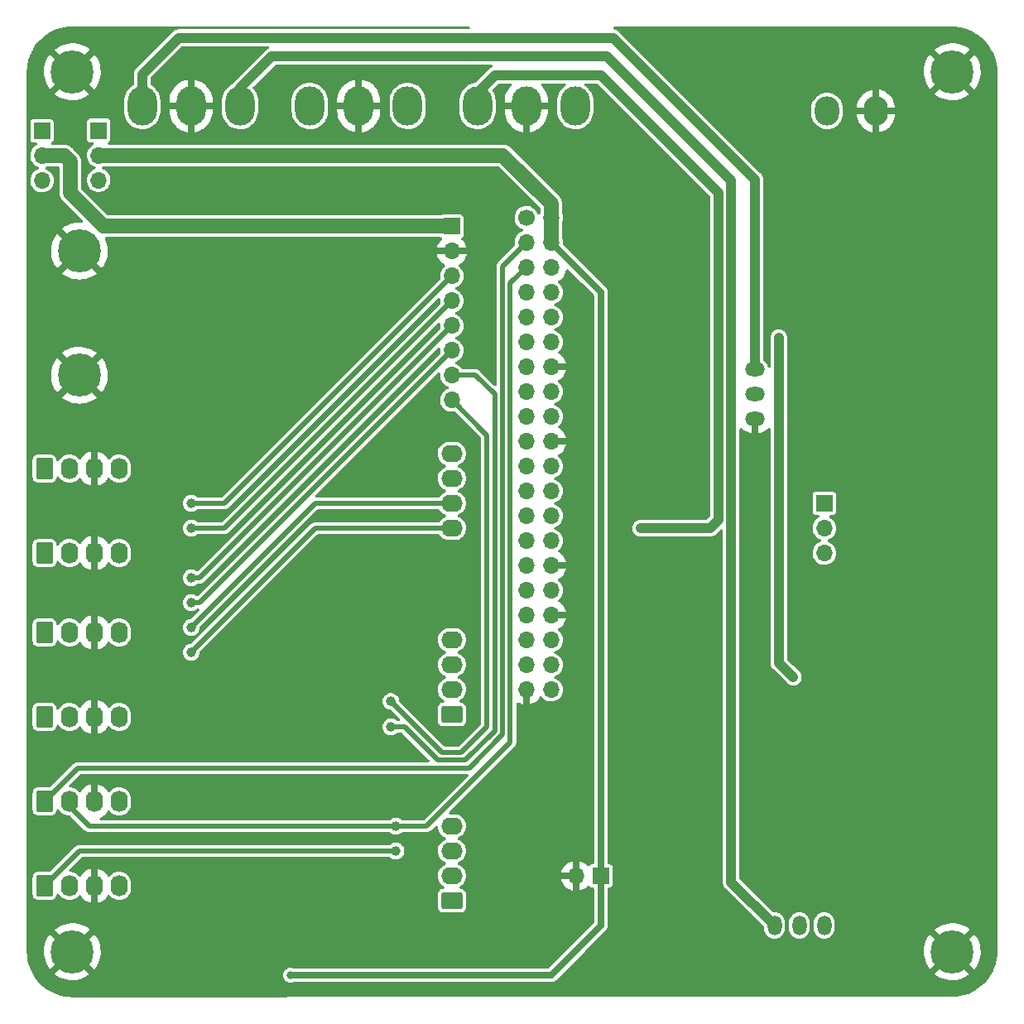
<source format=gbr>
%TF.GenerationSoftware,KiCad,Pcbnew,6.0.5*%
%TF.CreationDate,2022-06-21T11:31:31-03:00*%
%TF.ProjectId,trekking,7472656b-6b69-46e6-972e-6b696361645f,rev?*%
%TF.SameCoordinates,Original*%
%TF.FileFunction,Copper,L2,Bot*%
%TF.FilePolarity,Positive*%
%FSLAX46Y46*%
G04 Gerber Fmt 4.6, Leading zero omitted, Abs format (unit mm)*
G04 Created by KiCad (PCBNEW 6.0.5) date 2022-06-21 11:31:31*
%MOMM*%
%LPD*%
G01*
G04 APERTURE LIST*
G04 Aperture macros list*
%AMRoundRect*
0 Rectangle with rounded corners*
0 $1 Rounding radius*
0 $2 $3 $4 $5 $6 $7 $8 $9 X,Y pos of 4 corners*
0 Add a 4 corners polygon primitive as box body*
4,1,4,$2,$3,$4,$5,$6,$7,$8,$9,$2,$3,0*
0 Add four circle primitives for the rounded corners*
1,1,$1+$1,$2,$3*
1,1,$1+$1,$4,$5*
1,1,$1+$1,$6,$7*
1,1,$1+$1,$8,$9*
0 Add four rect primitives between the rounded corners*
20,1,$1+$1,$2,$3,$4,$5,0*
20,1,$1+$1,$4,$5,$6,$7,0*
20,1,$1+$1,$6,$7,$8,$9,0*
20,1,$1+$1,$8,$9,$2,$3,0*%
G04 Aperture macros list end*
%TA.AperFunction,ComponentPad*%
%ADD10R,1.700000X1.700000*%
%TD*%
%TA.AperFunction,ComponentPad*%
%ADD11O,1.700000X1.700000*%
%TD*%
%TA.AperFunction,ComponentPad*%
%ADD12C,4.400000*%
%TD*%
%TA.AperFunction,ComponentPad*%
%ADD13O,3.000000X4.000000*%
%TD*%
%TA.AperFunction,ComponentPad*%
%ADD14O,1.440000X2.000000*%
%TD*%
%TA.AperFunction,ComponentPad*%
%ADD15RoundRect,0.250000X-0.620000X-0.845000X0.620000X-0.845000X0.620000X0.845000X-0.620000X0.845000X0*%
%TD*%
%TA.AperFunction,ComponentPad*%
%ADD16O,1.740000X2.190000*%
%TD*%
%TA.AperFunction,ComponentPad*%
%ADD17O,2.500000X3.000000*%
%TD*%
%TA.AperFunction,ComponentPad*%
%ADD18RoundRect,0.250000X0.845000X-0.620000X0.845000X0.620000X-0.845000X0.620000X-0.845000X-0.620000X0*%
%TD*%
%TA.AperFunction,ComponentPad*%
%ADD19O,2.190000X1.740000*%
%TD*%
%TA.AperFunction,ComponentPad*%
%ADD20O,2.000000X1.440000*%
%TD*%
%TA.AperFunction,ComponentPad*%
%ADD21C,1.700000*%
%TD*%
%TA.AperFunction,ViaPad*%
%ADD22C,1.000000*%
%TD*%
%TA.AperFunction,ViaPad*%
%ADD23C,0.800000*%
%TD*%
%TA.AperFunction,Conductor*%
%ADD24C,1.000000*%
%TD*%
%TA.AperFunction,Conductor*%
%ADD25C,0.700000*%
%TD*%
%TA.AperFunction,Conductor*%
%ADD26C,1.500000*%
%TD*%
%TA.AperFunction,Conductor*%
%ADD27C,0.500000*%
%TD*%
G04 APERTURE END LIST*
D10*
%TO.P,J2,1,Pin_1*%
%TO.N,/V2*%
X121920000Y-104140000D03*
D11*
%TO.P,J2,2,Pin_2*%
%TO.N,Net-(C1-Pad1)*%
X121920000Y-106680000D03*
%TO.P,J2,3,Pin_3*%
%TO.N,/V1*%
X121920000Y-109220000D03*
%TD*%
D12*
%TO.P,REF\u002A\u002A,1*%
%TO.N,Earth*%
X45000000Y-60000000D03*
%TD*%
D13*
%TO.P,J7,1,Pin_1*%
%TO.N,/V1*%
X62150000Y-63500000D03*
%TO.P,J7,2,Pin_2*%
%TO.N,Earth*%
X57150000Y-63500000D03*
%TO.P,J7,3,Pin_3*%
%TO.N,/V2*%
X52150000Y-63500000D03*
%TD*%
D10*
%TO.P,J19,1,Pin_1*%
%TO.N,+5V*%
X99060000Y-142240000D03*
D11*
%TO.P,J19,2,Pin_2*%
%TO.N,Earth*%
X96520000Y-142240000D03*
%TD*%
D14*
%TO.P,RV2,1,1*%
%TO.N,Net-(R3-Pad1)*%
X121905000Y-147320000D03*
%TO.P,RV2,2,2*%
%TO.N,Net-(R2-Pad1)*%
X119365000Y-147320000D03*
%TO.P,RV2,3,3*%
%TO.N,/V1*%
X116825000Y-147320000D03*
%TD*%
D13*
%TO.P,J5,1,Pin_1*%
%TO.N,/V3*%
X86440000Y-63500000D03*
%TO.P,J5,2,Pin_2*%
%TO.N,Earth*%
X91440000Y-63500000D03*
%TO.P,J5,3,Pin_3*%
%TO.N,VCC*%
X96440000Y-63500000D03*
%TD*%
D15*
%TO.P,J14,1,Pin_1*%
%TO.N,/SDA0*%
X42164000Y-134620000D03*
D16*
%TO.P,J14,2,Pin_2*%
%TO.N,/SCL0*%
X44704000Y-134620000D03*
%TO.P,J14,3,Pin_3*%
%TO.N,Earth*%
X47244000Y-134620000D03*
%TO.P,J14,4,Pin_4*%
%TO.N,+3V3*%
X49784000Y-134620000D03*
%TD*%
D17*
%TO.P,J8,1,Pin_1*%
%TO.N,/VIN*%
X122201500Y-64008000D03*
%TO.P,J8,2,Pin_2*%
%TO.N,Earth*%
X127201500Y-64008000D03*
%TD*%
D15*
%TO.P,J15,1,Pin_1*%
%TO.N,/SDA0*%
X42164000Y-117348000D03*
D16*
%TO.P,J15,2,Pin_2*%
%TO.N,/SCL0*%
X44704000Y-117348000D03*
%TO.P,J15,3,Pin_3*%
%TO.N,Earth*%
X47244000Y-117348000D03*
%TO.P,J15,4,Pin_4*%
%TO.N,+3V3*%
X49784000Y-117348000D03*
%TD*%
D13*
%TO.P,J6,1,Pin_1*%
%TO.N,/V3*%
X69295000Y-63500000D03*
%TO.P,J6,2,Pin_2*%
%TO.N,Earth*%
X74295000Y-63500000D03*
%TO.P,J6,3,Pin_3*%
%TO.N,VCC*%
X79295000Y-63500000D03*
%TD*%
D12*
%TO.P,REF\u002A\u002A,1*%
%TO.N,Earth*%
X45000000Y-150000000D03*
%TD*%
%TO.P,REF\u002A\u002A,1*%
%TO.N,Earth*%
X45720000Y-91040000D03*
%TD*%
%TO.P,REF\u002A\u002A,1*%
%TO.N,Earth*%
X135000000Y-150000000D03*
%TD*%
D10*
%TO.P,J18,1,Pin_1*%
%TO.N,Vmod*%
X83820000Y-75800000D03*
D11*
%TO.P,J18,2,Pin_2*%
%TO.N,Earth*%
X83820000Y-78340000D03*
%TO.P,J18,3,Pin_3*%
%TO.N,/SPI0_RX*%
X83820000Y-80880000D03*
%TO.P,J18,4,Pin_4*%
%TO.N,/SPI0_SC*%
X83820000Y-83420000D03*
%TO.P,J18,5,Pin_5*%
%TO.N,/SPI0_SCK*%
X83820000Y-85960000D03*
%TO.P,J18,6,Pin_6*%
%TO.N,/SPI0_TX*%
X83820000Y-88500000D03*
%TO.P,J18,7,Pin_7*%
%TO.N,/TXD1*%
X83820000Y-91040000D03*
%TO.P,J18,8,Pin_8*%
%TO.N,/RXD1*%
X83820000Y-93580000D03*
%TD*%
D12*
%TO.P,REF\u002A\u002A,1*%
%TO.N,Earth*%
X45720000Y-78340000D03*
%TD*%
D10*
%TO.P,J3,1,Pin_1*%
%TO.N,/V2*%
X47700000Y-66000000D03*
D11*
%TO.P,J3,2,Pin_2*%
%TO.N,+5V*%
X47700000Y-68540000D03*
%TO.P,J3,3,Pin_3*%
%TO.N,/V1*%
X47700000Y-71080000D03*
%TD*%
D18*
%TO.P,J9,1,Pin_1*%
%TO.N,/P1A*%
X83820000Y-144780000D03*
D19*
%TO.P,J9,2,Pin_2*%
%TO.N,/P1B*%
X83820000Y-142240000D03*
%TO.P,J9,3,Pin_3*%
%TO.N,/P1C*%
X83820000Y-139700000D03*
%TO.P,J9,4,Pin_4*%
%TO.N,/P1D*%
X83820000Y-137160000D03*
%TD*%
D20*
%TO.P,RV1,1,1*%
%TO.N,Earth*%
X114808000Y-95504000D03*
%TO.P,RV1,2,2*%
%TO.N,Net-(RV1-Pad2)*%
X114808000Y-92964000D03*
%TO.P,RV1,3,3*%
%TO.N,/V2*%
X114808000Y-90424000D03*
%TD*%
D15*
%TO.P,J12,1,Pin_1*%
%TO.N,/SDA0*%
X42164000Y-125984000D03*
D16*
%TO.P,J12,2,Pin_2*%
%TO.N,/SCL0*%
X44704000Y-125984000D03*
%TO.P,J12,3,Pin_3*%
%TO.N,Earth*%
X47244000Y-125984000D03*
%TO.P,J12,4,Pin_4*%
%TO.N,+3V3*%
X49784000Y-125984000D03*
%TD*%
D15*
%TO.P,J16,1,Pin_1*%
%TO.N,/SDA0*%
X42164000Y-143256000D03*
D16*
%TO.P,J16,2,Pin_2*%
%TO.N,/SCL0*%
X44704000Y-143256000D03*
%TO.P,J16,3,Pin_3*%
%TO.N,Earth*%
X47244000Y-143256000D03*
%TO.P,J16,4,Pin_4*%
%TO.N,+3V3*%
X49784000Y-143256000D03*
%TD*%
D19*
%TO.P,J11,1,Pin_1*%
%TO.N,/P3D*%
X83820000Y-106680000D03*
%TO.P,J11,2,Pin_2*%
%TO.N,/P3C*%
X83820000Y-104140000D03*
%TO.P,J11,3,Pin_3*%
%TO.N,/P3B*%
X83820000Y-101600000D03*
%TO.P,J11,4,Pin_4*%
%TO.N,/P3A*%
X83820000Y-99060000D03*
%TD*%
D12*
%TO.P,REF\u002A\u002A,1*%
%TO.N,Earth*%
X135000000Y-60000000D03*
%TD*%
D18*
%TO.P,J10,1,Pin_1*%
%TO.N,/P2A*%
X83820000Y-125730000D03*
D19*
%TO.P,J10,2,Pin_2*%
%TO.N,/P2B*%
X83820000Y-123190000D03*
%TO.P,J10,3,Pin_3*%
%TO.N,/P2C*%
X83820000Y-120650000D03*
%TO.P,J10,4,Pin_4*%
%TO.N,/P2D*%
X83820000Y-118110000D03*
%TD*%
D21*
%TO.P,J1,1,Pin_1*%
%TO.N,unconnected-(J1-Pad1)*%
X91435000Y-74930000D03*
D11*
%TO.P,J1,2,Pin_2*%
%TO.N,+5V*%
X93975000Y-74930000D03*
%TO.P,J1,3,Pin_3*%
%TO.N,/SDA0*%
X91435000Y-77470000D03*
%TO.P,J1,4,Pin_4*%
%TO.N,+5V*%
X93975000Y-77470000D03*
%TO.P,J1,5,Pin_5*%
%TO.N,/SCL0*%
X91435000Y-80010000D03*
%TO.P,J1,6,Pin_6*%
%TO.N,Earth*%
X93975000Y-80010000D03*
%TO.P,J1,7,Pin_7*%
%TO.N,/CTRL_RUN*%
X91435000Y-82550000D03*
%TO.P,J1,8,Pin_8*%
%TO.N,/RXD0*%
X93975000Y-82550000D03*
%TO.P,J1,9,Pin_9*%
%TO.N,Earth*%
X91435000Y-85090000D03*
%TO.P,J1,10,Pin_10*%
%TO.N,/TXD0*%
X93975000Y-85090000D03*
%TO.P,J1,11,Pin_11*%
%TO.N,unconnected-(J1-Pad11)*%
X91435000Y-87630000D03*
%TO.P,J1,12,Pin_12*%
%TO.N,unconnected-(J1-Pad12)*%
X93975000Y-87630000D03*
%TO.P,J1,13,Pin_13*%
%TO.N,unconnected-(J1-Pad13)*%
X91435000Y-90170000D03*
%TO.P,J1,14,Pin_14*%
%TO.N,Earth*%
X93975000Y-90170000D03*
%TO.P,J1,15,Pin_15*%
%TO.N,unconnected-(J1-Pad15)*%
X91435000Y-92710000D03*
%TO.P,J1,16,Pin_16*%
%TO.N,unconnected-(J1-Pad16)*%
X93975000Y-92710000D03*
%TO.P,J1,17,Pin_17*%
%TO.N,unconnected-(J1-Pad17)*%
X91435000Y-95250000D03*
%TO.P,J1,18,Pin_18*%
%TO.N,unconnected-(J1-Pad18)*%
X93975000Y-95250000D03*
%TO.P,J1,19,Pin_19*%
%TO.N,unconnected-(J1-Pad19)*%
X91435000Y-97790000D03*
%TO.P,J1,20,Pin_20*%
%TO.N,Earth*%
X93975000Y-97790000D03*
%TO.P,J1,21,Pin_21*%
%TO.N,unconnected-(J1-Pad21)*%
X91435000Y-100330000D03*
%TO.P,J1,22,Pin_22*%
%TO.N,/SWCLK*%
X93975000Y-100330000D03*
%TO.P,J1,23,Pin_23*%
%TO.N,unconnected-(J1-Pad23)*%
X91435000Y-102870000D03*
%TO.P,J1,24,Pin_24*%
%TO.N,/SWDIO*%
X93975000Y-102870000D03*
%TO.P,J1,25,Pin_25*%
%TO.N,Earth*%
X91435000Y-105410000D03*
%TO.P,J1,26,Pin_26*%
%TO.N,unconnected-(J1-Pad26)*%
X93975000Y-105410000D03*
%TO.P,J1,27,Pin_27*%
%TO.N,unconnected-(J1-Pad27)*%
X91435000Y-107950000D03*
%TO.P,J1,28,Pin_28*%
%TO.N,unconnected-(J1-Pad28)*%
X93975000Y-107950000D03*
%TO.P,J1,29,Pin_29*%
%TO.N,unconnected-(J1-Pad29)*%
X91435000Y-110490000D03*
%TO.P,J1,30,Pin_30*%
%TO.N,Earth*%
X93975000Y-110490000D03*
%TO.P,J1,31,Pin_31*%
%TO.N,unconnected-(J1-Pad31)*%
X91435000Y-113030000D03*
%TO.P,J1,32,Pin_32*%
%TO.N,unconnected-(J1-Pad32)*%
X93975000Y-113030000D03*
%TO.P,J1,33,Pin_33*%
%TO.N,unconnected-(J1-Pad33)*%
X91435000Y-115570000D03*
%TO.P,J1,34,Pin_34*%
%TO.N,Earth*%
X93975000Y-115570000D03*
%TO.P,J1,35,Pin_35*%
%TO.N,unconnected-(J1-Pad35)*%
X91435000Y-118110000D03*
%TO.P,J1,36,Pin_36*%
%TO.N,unconnected-(J1-Pad36)*%
X93975000Y-118110000D03*
%TO.P,J1,37,Pin_37*%
%TO.N,unconnected-(J1-Pad37)*%
X91435000Y-120650000D03*
%TO.P,J1,38,Pin_38*%
%TO.N,unconnected-(J1-Pad38)*%
X93975000Y-120650000D03*
%TO.P,J1,39,Pin_39*%
%TO.N,Earth*%
X91435000Y-123190000D03*
%TO.P,J1,40,Pin_40*%
%TO.N,unconnected-(J1-Pad40)*%
X93975000Y-123190000D03*
%TD*%
D15*
%TO.P,J17,1,Pin_1*%
%TO.N,/SDA0*%
X42164000Y-109220000D03*
D16*
%TO.P,J17,2,Pin_2*%
%TO.N,/SCL0*%
X44704000Y-109220000D03*
%TO.P,J17,3,Pin_3*%
%TO.N,Earth*%
X47244000Y-109220000D03*
%TO.P,J17,4,Pin_4*%
%TO.N,+3V3*%
X49784000Y-109220000D03*
%TD*%
D15*
%TO.P,J13,1,Pin_1*%
%TO.N,/SDA0*%
X42164000Y-100584000D03*
D16*
%TO.P,J13,2,Pin_2*%
%TO.N,/SCL0*%
X44704000Y-100584000D03*
%TO.P,J13,3,Pin_3*%
%TO.N,Earth*%
X47244000Y-100584000D03*
%TO.P,J13,4,Pin_4*%
%TO.N,+3V3*%
X49784000Y-100584000D03*
%TD*%
D10*
%TO.P,J4,1,Pin_1*%
%TO.N,/V2*%
X41910000Y-66040000D03*
D11*
%TO.P,J4,2,Pin_2*%
%TO.N,Vmod*%
X41910000Y-68580000D03*
%TO.P,J4,3,Pin_3*%
%TO.N,/V1*%
X41910000Y-71120000D03*
%TD*%
D22*
%TO.N,Earth*%
X132080000Y-116840000D03*
X127000000Y-121920000D03*
X60960000Y-83368464D03*
X137160000Y-132080000D03*
X76200000Y-83274845D03*
X118110000Y-77470000D03*
X52056786Y-88500000D03*
X127000000Y-76200000D03*
X55880000Y-93580000D03*
X132080000Y-111760000D03*
X132080000Y-81280000D03*
X114300000Y-134620000D03*
X52070000Y-78340000D03*
X127000000Y-96520000D03*
X77600000Y-109200000D03*
X101600000Y-96520000D03*
X137160000Y-101600000D03*
X101600000Y-86360000D03*
X55880000Y-83399670D03*
X106680000Y-101600000D03*
X69850000Y-88375175D03*
X77470000Y-99930000D03*
X127000000Y-81280000D03*
X64770000Y-93580000D03*
X60960000Y-93580000D03*
X57200000Y-122000000D03*
X127000000Y-116840000D03*
X137160000Y-66040000D03*
X132080000Y-147320000D03*
X57000000Y-147300000D03*
X60960000Y-78340000D03*
X101600000Y-121920000D03*
X55880000Y-78340000D03*
X137160000Y-111760000D03*
X57000000Y-134700000D03*
X64770000Y-88406381D03*
X78200000Y-147400000D03*
X45720000Y-84690000D03*
X137160000Y-127000000D03*
X127000000Y-111760000D03*
X64770000Y-78340000D03*
X80010000Y-94850000D03*
X101600000Y-66040000D03*
X101600000Y-91440000D03*
X127000000Y-71120000D03*
X80010000Y-78340000D03*
X137160000Y-81280000D03*
X137160000Y-76200000D03*
X137160000Y-137160000D03*
X101600000Y-137160000D03*
X120650000Y-97790000D03*
X114300000Y-113030000D03*
X132080000Y-66040000D03*
X101600000Y-111760000D03*
X137160000Y-116840000D03*
X106680000Y-76200000D03*
X101600000Y-147320000D03*
X132080000Y-71120000D03*
X78100000Y-134600000D03*
X52070000Y-93580000D03*
X69850000Y-83306051D03*
X127000000Y-127000000D03*
X137160000Y-71120000D03*
X64770000Y-83337257D03*
X101600000Y-132080000D03*
X137160000Y-121920000D03*
X137160000Y-142240000D03*
X101600000Y-81280000D03*
X132080000Y-101600000D03*
X132080000Y-96520000D03*
X101600000Y-101600000D03*
X132080000Y-127000000D03*
X106680000Y-111760000D03*
X57100000Y-109200000D03*
X109220000Y-61195000D03*
X55880000Y-88468793D03*
X101600000Y-116840000D03*
X101600000Y-142240000D03*
X60960000Y-88437587D03*
X109220000Y-138430000D03*
X132080000Y-76200000D03*
X52069086Y-83420000D03*
X101600000Y-106680000D03*
X127000000Y-147320000D03*
X101600000Y-127000000D03*
X132080000Y-106680000D03*
X101600000Y-71120000D03*
X132080000Y-121920000D03*
X76200000Y-78340000D03*
X77600000Y-122000000D03*
X137160000Y-91440000D03*
X137160000Y-96520000D03*
X69850000Y-78340000D03*
X55245000Y-99930000D03*
X127000000Y-101600000D03*
X137160000Y-106680000D03*
X137160000Y-86360000D03*
X101600000Y-76200000D03*
%TO.N,VCC*%
X118745000Y-121920000D03*
X117270000Y-87200000D03*
%TO.N,/V3*%
X103124000Y-106680000D03*
D23*
%TO.N,+5V*%
X67310000Y-152400000D03*
D22*
%TO.N,/SDA0*%
X78105000Y-139700000D03*
%TO.N,/SCL0*%
X78105000Y-137160000D03*
%TO.N,/TXD1*%
X77600000Y-127000000D03*
%TO.N,/RXD1*%
X77600000Y-124400000D03*
%TO.N,/SPI0_RX*%
X57150000Y-104140000D03*
%TO.N,/SPI0_SC*%
X57150000Y-106680000D03*
%TO.N,/SPI0_SCK*%
X57150000Y-111760000D03*
%TO.N,/SPI0_TX*%
X57150000Y-114300000D03*
%TO.N,/P3C*%
X57150000Y-116840000D03*
%TO.N,/P3D*%
X57150000Y-119380000D03*
%TD*%
D24*
%TO.N,VCC*%
X117270000Y-87200000D02*
X117270000Y-120445000D01*
X117270000Y-120445000D02*
X118745000Y-121920000D01*
%TO.N,/V3*%
X103124000Y-106680000D02*
X110236000Y-106680000D01*
X86440000Y-62150000D02*
X86440000Y-63500000D01*
X111125000Y-105791000D02*
X111125000Y-72390000D01*
X110236000Y-106680000D02*
X111125000Y-105791000D01*
X99060000Y-60325000D02*
X88265000Y-60325000D01*
X88265000Y-60325000D02*
X86440000Y-62150000D01*
X111125000Y-72390000D02*
X99060000Y-60325000D01*
%TO.N,/V2*%
X52150000Y-63500000D02*
X52150000Y-60245000D01*
X55880000Y-56515000D02*
X100330000Y-56515000D01*
X114808000Y-70993000D02*
X114808000Y-90424000D01*
X52150000Y-60245000D02*
X55880000Y-56515000D01*
X100330000Y-56515000D02*
X114808000Y-70993000D01*
%TO.N,/V1*%
X99695000Y-58420000D02*
X112395000Y-71120000D01*
X112395000Y-71120000D02*
X112395000Y-142890000D01*
X62150000Y-61675000D02*
X65405000Y-58420000D01*
X112395000Y-142890000D02*
X116825000Y-147320000D01*
X65405000Y-58420000D02*
X99695000Y-58420000D01*
X62150000Y-63500000D02*
X62150000Y-61675000D01*
D25*
%TO.N,+5V*%
X97605000Y-81095000D02*
X99060000Y-82550000D01*
X99060000Y-82550000D02*
X99060000Y-147320000D01*
D26*
X93975000Y-77470000D02*
X93975000Y-74930000D01*
D24*
X93975000Y-74930000D02*
X93975000Y-74575000D01*
D26*
X47700000Y-68540000D02*
X89040000Y-68540000D01*
D25*
X93975000Y-77470000D02*
X97600000Y-81095000D01*
D26*
X89040000Y-68540000D02*
X93975000Y-73475000D01*
D25*
X93980000Y-152400000D02*
X67310000Y-152400000D01*
X99060000Y-147320000D02*
X93980000Y-152400000D01*
X97600000Y-81095000D02*
X97605000Y-81095000D01*
D26*
X93975000Y-73475000D02*
X93975000Y-74930000D01*
D27*
%TO.N,/SDA0*%
X89000000Y-79905000D02*
X89000000Y-127800000D01*
X91435000Y-77470000D02*
X89000000Y-79905000D01*
X45720000Y-139700000D02*
X78105000Y-139700000D01*
X85600000Y-131200000D02*
X45584000Y-131200000D01*
X45584000Y-131200000D02*
X42164000Y-134620000D01*
X42164000Y-143256000D02*
X45720000Y-139700000D01*
X89000000Y-127800000D02*
X85600000Y-131200000D01*
%TO.N,/SCL0*%
X81240000Y-137160000D02*
X78105000Y-137160000D01*
X44704000Y-135128000D02*
X46736000Y-137160000D01*
X89800000Y-81645000D02*
X89800000Y-128600000D01*
X91435000Y-80010000D02*
X89800000Y-81645000D01*
X89800000Y-128600000D02*
X81240000Y-137160000D01*
X44704000Y-134620000D02*
X44704000Y-135128000D01*
X46736000Y-137160000D02*
X78105000Y-137160000D01*
D26*
%TO.N,Vmod*%
X83820000Y-75800000D02*
X48200000Y-75800000D01*
X44800000Y-72400000D02*
X44800000Y-69200000D01*
X44180000Y-68580000D02*
X41910000Y-68580000D01*
X44800000Y-69200000D02*
X44180000Y-68580000D01*
X48200000Y-75800000D02*
X44800000Y-72400000D01*
D27*
%TO.N,/TXD1*%
X88200000Y-93000000D02*
X88200000Y-127400000D01*
X85200000Y-130400000D02*
X82400000Y-130400000D01*
X86240000Y-91040000D02*
X88200000Y-93000000D01*
X83820000Y-91040000D02*
X86240000Y-91040000D01*
X77600000Y-127000000D02*
X79000000Y-127000000D01*
X79000000Y-127000000D02*
X82400000Y-130400000D01*
X88200000Y-127400000D02*
X85200000Y-130400000D01*
%TO.N,/RXD1*%
X87400000Y-127000000D02*
X84800000Y-129600000D01*
X83820000Y-93580000D02*
X87400000Y-97160000D01*
X82800000Y-129600000D02*
X77600000Y-124400000D01*
X84800000Y-129600000D02*
X82800000Y-129600000D01*
X87400000Y-97160000D02*
X87400000Y-127000000D01*
%TO.N,/SPI0_RX*%
X83820000Y-80880000D02*
X60560000Y-104140000D01*
X60560000Y-104140000D02*
X57150000Y-104140000D01*
%TO.N,/SPI0_SC*%
X60560000Y-106680000D02*
X57150000Y-106680000D01*
X83820000Y-83420000D02*
X60560000Y-106680000D01*
%TO.N,/SPI0_SCK*%
X57150000Y-111760000D02*
X58020000Y-111760000D01*
X58020000Y-111760000D02*
X83820000Y-85960000D01*
%TO.N,/SPI0_TX*%
X57150000Y-114300000D02*
X58020000Y-114300000D01*
X58020000Y-114300000D02*
X83820000Y-88500000D01*
%TO.N,/P3C*%
X69850000Y-104140000D02*
X57150000Y-116840000D01*
X83820000Y-104140000D02*
X69850000Y-104140000D01*
%TO.N,/P3D*%
X83820000Y-106680000D02*
X69850000Y-106680000D01*
X69850000Y-106680000D02*
X57150000Y-119380000D01*
%TD*%
%TA.AperFunction,Conductor*%
%TO.N,Earth*%
G36*
X85508471Y-55366500D02*
G01*
X85582963Y-55386492D01*
X85637479Y-55441051D01*
X85657412Y-55515559D01*
X85637420Y-55590051D01*
X85582861Y-55644567D01*
X85508412Y-55664500D01*
X55922023Y-55664500D01*
X55909555Y-55663977D01*
X55888881Y-55662241D01*
X55859098Y-55659740D01*
X55851094Y-55660808D01*
X55851092Y-55660808D01*
X55779598Y-55670347D01*
X55775986Y-55670784D01*
X55704317Y-55678570D01*
X55704316Y-55678570D01*
X55696291Y-55679442D01*
X55688827Y-55681954D01*
X55688185Y-55682067D01*
X55688013Y-55682109D01*
X55684477Y-55682932D01*
X55684347Y-55682961D01*
X55683735Y-55683139D01*
X55675931Y-55684180D01*
X55668354Y-55686938D01*
X55668353Y-55686938D01*
X55600571Y-55711609D01*
X55597215Y-55712785D01*
X55521152Y-55738383D01*
X55514405Y-55742437D01*
X55513803Y-55742685D01*
X55513631Y-55742770D01*
X55510376Y-55744323D01*
X55510241Y-55744385D01*
X55509683Y-55744689D01*
X55502285Y-55747382D01*
X55434621Y-55790323D01*
X55434586Y-55790345D01*
X55431527Y-55792235D01*
X55362756Y-55833557D01*
X55357033Y-55838969D01*
X55355590Y-55839971D01*
X55351422Y-55843123D01*
X55346262Y-55846398D01*
X55342029Y-55850183D01*
X55288744Y-55903468D01*
X55285761Y-55906368D01*
X55228493Y-55960524D01*
X55223956Y-55967200D01*
X55221795Y-55969739D01*
X55213687Y-55978525D01*
X51578326Y-59613886D01*
X51569141Y-59622332D01*
X51530460Y-59655020D01*
X51525560Y-59661429D01*
X51525559Y-59661430D01*
X51481760Y-59718717D01*
X51479517Y-59721578D01*
X51429269Y-59784073D01*
X51425767Y-59791127D01*
X51425398Y-59791654D01*
X51425323Y-59791778D01*
X51423394Y-59794877D01*
X51423316Y-59794999D01*
X51423004Y-59795566D01*
X51418223Y-59801820D01*
X51414814Y-59809131D01*
X51414812Y-59809134D01*
X51384336Y-59874491D01*
X51382761Y-59877764D01*
X51347105Y-59949593D01*
X51345202Y-59957226D01*
X51344954Y-59957821D01*
X51344899Y-59957983D01*
X51343680Y-59961425D01*
X51343635Y-59961548D01*
X51343455Y-59962160D01*
X51340127Y-59969297D01*
X51337765Y-59979864D01*
X51322637Y-60047545D01*
X51321799Y-60051088D01*
X51315876Y-60074846D01*
X51302400Y-60128894D01*
X51302180Y-60136768D01*
X51301866Y-60138517D01*
X51301151Y-60143671D01*
X51299817Y-60149637D01*
X51299500Y-60155307D01*
X51299500Y-60230645D01*
X51299442Y-60234804D01*
X51297241Y-60313611D01*
X51298752Y-60321534D01*
X51299020Y-60324859D01*
X51299500Y-60336808D01*
X51299500Y-61268095D01*
X51279538Y-61342595D01*
X51225788Y-61396674D01*
X51099062Y-61470875D01*
X50889331Y-61638601D01*
X50706009Y-61834846D01*
X50552936Y-62055499D01*
X50433320Y-62295938D01*
X50349665Y-62551126D01*
X50348743Y-62556436D01*
X50304501Y-62811239D01*
X50304500Y-62811247D01*
X50303724Y-62815717D01*
X50299500Y-62900567D01*
X50299500Y-64068223D01*
X50299695Y-64070904D01*
X50299695Y-64070917D01*
X50301630Y-64097585D01*
X50313984Y-64267846D01*
X50371880Y-64530080D01*
X50467025Y-64781211D01*
X50597426Y-65015976D01*
X50760350Y-65229458D01*
X50764203Y-65233225D01*
X50764207Y-65233229D01*
X50927875Y-65393224D01*
X50952386Y-65417185D01*
X51169509Y-65575225D01*
X51174281Y-65577736D01*
X51174288Y-65577740D01*
X51402395Y-65697752D01*
X51402398Y-65697753D01*
X51407172Y-65700265D01*
X51660397Y-65789688D01*
X51665691Y-65790731D01*
X51665693Y-65790732D01*
X51739881Y-65805354D01*
X51923878Y-65841620D01*
X51929267Y-65841888D01*
X51929273Y-65841889D01*
X52074674Y-65849127D01*
X52192095Y-65854972D01*
X52459431Y-65829466D01*
X52720285Y-65765636D01*
X52725273Y-65763615D01*
X52725278Y-65763614D01*
X52964188Y-65666845D01*
X52964190Y-65666844D01*
X52969192Y-65664818D01*
X53200938Y-65529125D01*
X53410669Y-65361399D01*
X53593991Y-65165154D01*
X53707757Y-65001162D01*
X53743984Y-64948941D01*
X53743985Y-64948940D01*
X53747064Y-64944501D01*
X53866680Y-64704062D01*
X53950335Y-64448874D01*
X53962708Y-64377616D01*
X53995499Y-64188761D01*
X53995500Y-64188753D01*
X53996276Y-64184283D01*
X54000500Y-64099433D01*
X54000500Y-64071658D01*
X54950000Y-64071658D01*
X54950165Y-64076613D01*
X54964117Y-64286679D01*
X54965423Y-64296464D01*
X55021233Y-64573254D01*
X55023823Y-64582787D01*
X55115752Y-64849767D01*
X55119576Y-64858863D01*
X55246009Y-65111345D01*
X55251003Y-65119857D01*
X55409718Y-65353400D01*
X55415786Y-65361167D01*
X55604007Y-65571680D01*
X55611044Y-65578571D01*
X55825449Y-65762338D01*
X55833340Y-65768242D01*
X56070161Y-65922034D01*
X56078773Y-65926848D01*
X56333846Y-66047965D01*
X56343022Y-66051598D01*
X56611871Y-66137916D01*
X56621449Y-66140304D01*
X56780695Y-66168957D01*
X56796654Y-66167617D01*
X56800000Y-66160506D01*
X56800000Y-66156518D01*
X57500000Y-66156518D01*
X57504145Y-66171989D01*
X57510695Y-66173743D01*
X57767718Y-66116292D01*
X57777185Y-66113505D01*
X58042171Y-66016010D01*
X58051203Y-66011989D01*
X58300980Y-65880296D01*
X58309375Y-65875132D01*
X58539543Y-65711561D01*
X58547198Y-65705317D01*
X58753702Y-65512748D01*
X58760459Y-65505552D01*
X58939688Y-65287356D01*
X58945430Y-65279336D01*
X59094228Y-65039349D01*
X59098856Y-65030645D01*
X59214612Y-64773079D01*
X59218048Y-64763839D01*
X59298718Y-64493234D01*
X59300902Y-64483622D01*
X59345200Y-64203936D01*
X59346037Y-64195692D01*
X59349924Y-64110113D01*
X59350000Y-64106737D01*
X59350000Y-63869616D01*
X59345855Y-63854145D01*
X59330384Y-63850000D01*
X57519616Y-63850000D01*
X57504145Y-63854145D01*
X57500000Y-63869616D01*
X57500000Y-66156518D01*
X56800000Y-66156518D01*
X56800000Y-63869616D01*
X56795855Y-63854145D01*
X56780384Y-63850000D01*
X54969616Y-63850000D01*
X54954145Y-63854145D01*
X54950000Y-63869616D01*
X54950000Y-64071658D01*
X54000500Y-64071658D01*
X54000500Y-63130384D01*
X54950000Y-63130384D01*
X54954145Y-63145855D01*
X54969616Y-63150000D01*
X56780384Y-63150000D01*
X56795855Y-63145855D01*
X56800000Y-63130384D01*
X57500000Y-63130384D01*
X57504145Y-63145855D01*
X57519616Y-63150000D01*
X59330384Y-63150000D01*
X59345855Y-63145855D01*
X59350000Y-63130384D01*
X59350000Y-62928342D01*
X59349835Y-62923387D01*
X59335883Y-62713321D01*
X59334577Y-62703536D01*
X59278767Y-62426746D01*
X59276177Y-62417213D01*
X59184248Y-62150233D01*
X59180424Y-62141137D01*
X59053991Y-61888655D01*
X59048997Y-61880143D01*
X58890282Y-61646600D01*
X58884214Y-61638833D01*
X58695993Y-61428320D01*
X58688956Y-61421429D01*
X58474551Y-61237662D01*
X58466660Y-61231758D01*
X58229839Y-61077966D01*
X58221227Y-61073152D01*
X57966154Y-60952035D01*
X57956978Y-60948402D01*
X57688129Y-60862084D01*
X57678551Y-60859696D01*
X57519305Y-60831043D01*
X57503346Y-60832383D01*
X57500000Y-60839494D01*
X57500000Y-63130384D01*
X56800000Y-63130384D01*
X56800000Y-60843482D01*
X56795855Y-60828011D01*
X56789305Y-60826257D01*
X56532282Y-60883708D01*
X56522815Y-60886495D01*
X56257829Y-60983990D01*
X56248797Y-60988011D01*
X55999020Y-61119704D01*
X55990625Y-61124868D01*
X55760457Y-61288439D01*
X55752802Y-61294683D01*
X55546298Y-61487252D01*
X55539541Y-61494448D01*
X55360312Y-61712644D01*
X55354570Y-61720664D01*
X55205772Y-61960651D01*
X55201144Y-61969355D01*
X55085388Y-62226921D01*
X55081952Y-62236161D01*
X55001282Y-62506766D01*
X54999098Y-62516378D01*
X54954800Y-62796064D01*
X54953963Y-62804308D01*
X54950076Y-62889887D01*
X54950000Y-62893263D01*
X54950000Y-63130384D01*
X54000500Y-63130384D01*
X54000500Y-62931777D01*
X53999892Y-62923387D01*
X53992524Y-62821846D01*
X53986016Y-62732154D01*
X53928120Y-62469920D01*
X53908066Y-62416987D01*
X53860372Y-62291102D01*
X53832975Y-62218789D01*
X53702574Y-61984024D01*
X53539650Y-61770542D01*
X53535797Y-61766775D01*
X53535793Y-61766771D01*
X53351471Y-61586585D01*
X53351468Y-61586582D01*
X53347614Y-61582815D01*
X53130491Y-61424775D01*
X53080121Y-61398274D01*
X53023487Y-61345922D01*
X53000500Y-61266413D01*
X53000500Y-60659007D01*
X53020462Y-60584507D01*
X53044141Y-60553648D01*
X56188647Y-57409141D01*
X56255442Y-57370577D01*
X56294006Y-57365500D01*
X64971935Y-57365500D01*
X65046435Y-57385462D01*
X65100973Y-57440000D01*
X65120935Y-57514500D01*
X65100973Y-57589000D01*
X65046812Y-57643161D01*
X65046152Y-57643383D01*
X65042497Y-57645579D01*
X65036922Y-57648469D01*
X65034685Y-57649689D01*
X65027285Y-57652382D01*
X65020473Y-57656705D01*
X65020471Y-57656706D01*
X64987926Y-57677360D01*
X64960762Y-57694599D01*
X64959586Y-57695345D01*
X64956527Y-57697235D01*
X64887756Y-57738557D01*
X64882033Y-57743969D01*
X64880593Y-57744969D01*
X64876425Y-57748121D01*
X64871262Y-57751398D01*
X64867028Y-57755183D01*
X64813726Y-57808485D01*
X64810743Y-57811385D01*
X64753493Y-57865524D01*
X64748956Y-57872200D01*
X64746800Y-57874733D01*
X64738692Y-57883519D01*
X61578326Y-61043886D01*
X61569141Y-61052332D01*
X61530460Y-61085020D01*
X61525560Y-61091429D01*
X61525559Y-61091430D01*
X61481760Y-61148717D01*
X61479517Y-61151578D01*
X61429269Y-61214073D01*
X61425767Y-61221127D01*
X61425398Y-61221654D01*
X61425323Y-61221778D01*
X61423394Y-61224877D01*
X61423316Y-61224999D01*
X61423004Y-61225566D01*
X61418223Y-61231820D01*
X61414814Y-61239131D01*
X61403614Y-61263149D01*
X61354037Y-61322233D01*
X61335037Y-61333469D01*
X61330808Y-61335182D01*
X61099062Y-61470875D01*
X60889331Y-61638601D01*
X60706009Y-61834846D01*
X60552936Y-62055499D01*
X60433320Y-62295938D01*
X60349665Y-62551126D01*
X60348743Y-62556436D01*
X60304501Y-62811239D01*
X60304500Y-62811247D01*
X60303724Y-62815717D01*
X60299500Y-62900567D01*
X60299500Y-64068223D01*
X60299695Y-64070904D01*
X60299695Y-64070917D01*
X60301630Y-64097585D01*
X60313984Y-64267846D01*
X60371880Y-64530080D01*
X60467025Y-64781211D01*
X60597426Y-65015976D01*
X60760350Y-65229458D01*
X60764203Y-65233225D01*
X60764207Y-65233229D01*
X60927875Y-65393224D01*
X60952386Y-65417185D01*
X61169509Y-65575225D01*
X61174281Y-65577736D01*
X61174288Y-65577740D01*
X61402395Y-65697752D01*
X61402398Y-65697753D01*
X61407172Y-65700265D01*
X61660397Y-65789688D01*
X61665691Y-65790731D01*
X61665693Y-65790732D01*
X61739881Y-65805354D01*
X61923878Y-65841620D01*
X61929267Y-65841888D01*
X61929273Y-65841889D01*
X62074674Y-65849127D01*
X62192095Y-65854972D01*
X62459431Y-65829466D01*
X62720285Y-65765636D01*
X62725273Y-65763615D01*
X62725278Y-65763614D01*
X62964188Y-65666845D01*
X62964190Y-65666844D01*
X62969192Y-65664818D01*
X63200938Y-65529125D01*
X63410669Y-65361399D01*
X63593991Y-65165154D01*
X63707757Y-65001162D01*
X63743984Y-64948941D01*
X63743985Y-64948940D01*
X63747064Y-64944501D01*
X63866680Y-64704062D01*
X63950335Y-64448874D01*
X63962708Y-64377616D01*
X63995499Y-64188761D01*
X63995500Y-64188753D01*
X63996276Y-64184283D01*
X64000500Y-64099433D01*
X64000500Y-64068223D01*
X67444500Y-64068223D01*
X67444695Y-64070904D01*
X67444695Y-64070917D01*
X67446630Y-64097585D01*
X67458984Y-64267846D01*
X67516880Y-64530080D01*
X67612025Y-64781211D01*
X67742426Y-65015976D01*
X67905350Y-65229458D01*
X67909203Y-65233225D01*
X67909207Y-65233229D01*
X68072875Y-65393224D01*
X68097386Y-65417185D01*
X68314509Y-65575225D01*
X68319281Y-65577736D01*
X68319288Y-65577740D01*
X68547395Y-65697752D01*
X68547398Y-65697753D01*
X68552172Y-65700265D01*
X68805397Y-65789688D01*
X68810691Y-65790731D01*
X68810693Y-65790732D01*
X68884881Y-65805354D01*
X69068878Y-65841620D01*
X69074267Y-65841888D01*
X69074273Y-65841889D01*
X69219674Y-65849127D01*
X69337095Y-65854972D01*
X69604431Y-65829466D01*
X69865285Y-65765636D01*
X69870273Y-65763615D01*
X69870278Y-65763614D01*
X70109188Y-65666845D01*
X70109190Y-65666844D01*
X70114192Y-65664818D01*
X70345938Y-65529125D01*
X70555669Y-65361399D01*
X70738991Y-65165154D01*
X70852757Y-65001162D01*
X70888984Y-64948941D01*
X70888985Y-64948940D01*
X70892064Y-64944501D01*
X71011680Y-64704062D01*
X71095335Y-64448874D01*
X71107708Y-64377616D01*
X71140499Y-64188761D01*
X71140500Y-64188753D01*
X71141276Y-64184283D01*
X71145500Y-64099433D01*
X71145500Y-64071658D01*
X72095000Y-64071658D01*
X72095165Y-64076613D01*
X72109117Y-64286679D01*
X72110423Y-64296464D01*
X72166233Y-64573254D01*
X72168823Y-64582787D01*
X72260752Y-64849767D01*
X72264576Y-64858863D01*
X72391009Y-65111345D01*
X72396003Y-65119857D01*
X72554718Y-65353400D01*
X72560786Y-65361167D01*
X72749007Y-65571680D01*
X72756044Y-65578571D01*
X72970449Y-65762338D01*
X72978340Y-65768242D01*
X73215161Y-65922034D01*
X73223773Y-65926848D01*
X73478846Y-66047965D01*
X73488022Y-66051598D01*
X73756871Y-66137916D01*
X73766449Y-66140304D01*
X73925695Y-66168957D01*
X73941654Y-66167617D01*
X73945000Y-66160506D01*
X73945000Y-66156518D01*
X74645000Y-66156518D01*
X74649145Y-66171989D01*
X74655695Y-66173743D01*
X74912718Y-66116292D01*
X74922185Y-66113505D01*
X75187171Y-66016010D01*
X75196203Y-66011989D01*
X75445980Y-65880296D01*
X75454375Y-65875132D01*
X75684543Y-65711561D01*
X75692198Y-65705317D01*
X75898702Y-65512748D01*
X75905459Y-65505552D01*
X76084688Y-65287356D01*
X76090430Y-65279336D01*
X76239228Y-65039349D01*
X76243856Y-65030645D01*
X76359612Y-64773079D01*
X76363048Y-64763839D01*
X76443718Y-64493234D01*
X76445902Y-64483622D01*
X76490200Y-64203936D01*
X76491037Y-64195692D01*
X76494924Y-64110113D01*
X76495000Y-64106737D01*
X76495000Y-64068223D01*
X77444500Y-64068223D01*
X77444695Y-64070904D01*
X77444695Y-64070917D01*
X77446630Y-64097585D01*
X77458984Y-64267846D01*
X77516880Y-64530080D01*
X77612025Y-64781211D01*
X77742426Y-65015976D01*
X77905350Y-65229458D01*
X77909203Y-65233225D01*
X77909207Y-65233229D01*
X78072875Y-65393224D01*
X78097386Y-65417185D01*
X78314509Y-65575225D01*
X78319281Y-65577736D01*
X78319288Y-65577740D01*
X78547395Y-65697752D01*
X78547398Y-65697753D01*
X78552172Y-65700265D01*
X78805397Y-65789688D01*
X78810691Y-65790731D01*
X78810693Y-65790732D01*
X78884881Y-65805354D01*
X79068878Y-65841620D01*
X79074267Y-65841888D01*
X79074273Y-65841889D01*
X79219674Y-65849127D01*
X79337095Y-65854972D01*
X79604431Y-65829466D01*
X79865285Y-65765636D01*
X79870273Y-65763615D01*
X79870278Y-65763614D01*
X80109188Y-65666845D01*
X80109190Y-65666844D01*
X80114192Y-65664818D01*
X80345938Y-65529125D01*
X80555669Y-65361399D01*
X80738991Y-65165154D01*
X80852757Y-65001162D01*
X80888984Y-64948941D01*
X80888985Y-64948940D01*
X80892064Y-64944501D01*
X81011680Y-64704062D01*
X81095335Y-64448874D01*
X81107708Y-64377616D01*
X81140499Y-64188761D01*
X81140500Y-64188753D01*
X81141276Y-64184283D01*
X81145500Y-64099433D01*
X81145500Y-62931777D01*
X81144892Y-62923387D01*
X81137524Y-62821846D01*
X81131016Y-62732154D01*
X81073120Y-62469920D01*
X81053066Y-62416987D01*
X81005372Y-62291102D01*
X80977975Y-62218789D01*
X80847574Y-61984024D01*
X80684650Y-61770542D01*
X80680797Y-61766775D01*
X80680793Y-61766771D01*
X80496471Y-61586585D01*
X80496468Y-61586582D01*
X80492614Y-61582815D01*
X80275491Y-61424775D01*
X80270719Y-61422264D01*
X80270712Y-61422260D01*
X80042605Y-61302248D01*
X80042602Y-61302247D01*
X80037828Y-61299735D01*
X79784603Y-61210312D01*
X79779309Y-61209269D01*
X79779307Y-61209268D01*
X79705119Y-61194646D01*
X79521122Y-61158380D01*
X79515733Y-61158112D01*
X79515727Y-61158111D01*
X79370326Y-61150873D01*
X79252905Y-61145028D01*
X78985569Y-61170534D01*
X78724715Y-61234364D01*
X78719727Y-61236385D01*
X78719722Y-61236386D01*
X78480812Y-61333155D01*
X78475808Y-61335182D01*
X78244062Y-61470875D01*
X78034331Y-61638601D01*
X77851009Y-61834846D01*
X77697936Y-62055499D01*
X77578320Y-62295938D01*
X77494665Y-62551126D01*
X77493743Y-62556436D01*
X77449501Y-62811239D01*
X77449500Y-62811247D01*
X77448724Y-62815717D01*
X77444500Y-62900567D01*
X77444500Y-64068223D01*
X76495000Y-64068223D01*
X76495000Y-63869616D01*
X76490855Y-63854145D01*
X76475384Y-63850000D01*
X74664616Y-63850000D01*
X74649145Y-63854145D01*
X74645000Y-63869616D01*
X74645000Y-66156518D01*
X73945000Y-66156518D01*
X73945000Y-63869616D01*
X73940855Y-63854145D01*
X73925384Y-63850000D01*
X72114616Y-63850000D01*
X72099145Y-63854145D01*
X72095000Y-63869616D01*
X72095000Y-64071658D01*
X71145500Y-64071658D01*
X71145500Y-63130384D01*
X72095000Y-63130384D01*
X72099145Y-63145855D01*
X72114616Y-63150000D01*
X73925384Y-63150000D01*
X73940855Y-63145855D01*
X73945000Y-63130384D01*
X74645000Y-63130384D01*
X74649145Y-63145855D01*
X74664616Y-63150000D01*
X76475384Y-63150000D01*
X76490855Y-63145855D01*
X76495000Y-63130384D01*
X76495000Y-62928342D01*
X76494835Y-62923387D01*
X76480883Y-62713321D01*
X76479577Y-62703536D01*
X76423767Y-62426746D01*
X76421177Y-62417213D01*
X76329248Y-62150233D01*
X76325424Y-62141137D01*
X76198991Y-61888655D01*
X76193997Y-61880143D01*
X76035282Y-61646600D01*
X76029214Y-61638833D01*
X75840993Y-61428320D01*
X75833956Y-61421429D01*
X75619551Y-61237662D01*
X75611660Y-61231758D01*
X75374839Y-61077966D01*
X75366227Y-61073152D01*
X75111154Y-60952035D01*
X75101978Y-60948402D01*
X74833129Y-60862084D01*
X74823551Y-60859696D01*
X74664305Y-60831043D01*
X74648346Y-60832383D01*
X74645000Y-60839494D01*
X74645000Y-63130384D01*
X73945000Y-63130384D01*
X73945000Y-60843482D01*
X73940855Y-60828011D01*
X73934305Y-60826257D01*
X73677282Y-60883708D01*
X73667815Y-60886495D01*
X73402829Y-60983990D01*
X73393797Y-60988011D01*
X73144020Y-61119704D01*
X73135625Y-61124868D01*
X72905457Y-61288439D01*
X72897802Y-61294683D01*
X72691298Y-61487252D01*
X72684541Y-61494448D01*
X72505312Y-61712644D01*
X72499570Y-61720664D01*
X72350772Y-61960651D01*
X72346144Y-61969355D01*
X72230388Y-62226921D01*
X72226952Y-62236161D01*
X72146282Y-62506766D01*
X72144098Y-62516378D01*
X72099800Y-62796064D01*
X72098963Y-62804308D01*
X72095076Y-62889887D01*
X72095000Y-62893263D01*
X72095000Y-63130384D01*
X71145500Y-63130384D01*
X71145500Y-62931777D01*
X71144892Y-62923387D01*
X71137524Y-62821846D01*
X71131016Y-62732154D01*
X71073120Y-62469920D01*
X71053066Y-62416987D01*
X71005372Y-62291102D01*
X70977975Y-62218789D01*
X70847574Y-61984024D01*
X70684650Y-61770542D01*
X70680797Y-61766775D01*
X70680793Y-61766771D01*
X70496471Y-61586585D01*
X70496468Y-61586582D01*
X70492614Y-61582815D01*
X70275491Y-61424775D01*
X70270719Y-61422264D01*
X70270712Y-61422260D01*
X70042605Y-61302248D01*
X70042602Y-61302247D01*
X70037828Y-61299735D01*
X69784603Y-61210312D01*
X69779309Y-61209269D01*
X69779307Y-61209268D01*
X69705119Y-61194646D01*
X69521122Y-61158380D01*
X69515733Y-61158112D01*
X69515727Y-61158111D01*
X69370326Y-61150873D01*
X69252905Y-61145028D01*
X68985569Y-61170534D01*
X68724715Y-61234364D01*
X68719727Y-61236385D01*
X68719722Y-61236386D01*
X68480812Y-61333155D01*
X68475808Y-61335182D01*
X68244062Y-61470875D01*
X68034331Y-61638601D01*
X67851009Y-61834846D01*
X67697936Y-62055499D01*
X67578320Y-62295938D01*
X67494665Y-62551126D01*
X67493743Y-62556436D01*
X67449501Y-62811239D01*
X67449500Y-62811247D01*
X67448724Y-62815717D01*
X67444500Y-62900567D01*
X67444500Y-64068223D01*
X64000500Y-64068223D01*
X64000500Y-62931777D01*
X63999892Y-62923387D01*
X63992524Y-62821846D01*
X63986016Y-62732154D01*
X63928120Y-62469920D01*
X63908066Y-62416987D01*
X63860372Y-62291102D01*
X63832975Y-62218789D01*
X63702574Y-61984024D01*
X63595300Y-61843461D01*
X63542922Y-61774829D01*
X63542920Y-61774827D01*
X63539650Y-61770542D01*
X63504608Y-61736286D01*
X63465290Y-61669937D01*
X63464414Y-61592814D01*
X63503407Y-61524382D01*
X65713648Y-59314141D01*
X65780443Y-59275577D01*
X65819007Y-59270500D01*
X87831935Y-59270500D01*
X87906435Y-59290462D01*
X87960973Y-59345000D01*
X87980935Y-59419500D01*
X87960973Y-59494000D01*
X87906812Y-59548161D01*
X87906152Y-59548383D01*
X87902497Y-59550579D01*
X87896922Y-59553469D01*
X87894685Y-59554689D01*
X87887285Y-59557382D01*
X87820762Y-59599599D01*
X87819586Y-59600345D01*
X87816527Y-59602235D01*
X87747756Y-59643557D01*
X87742033Y-59648969D01*
X87740593Y-59649969D01*
X87736425Y-59653121D01*
X87731262Y-59656398D01*
X87727028Y-59660183D01*
X87673726Y-59713485D01*
X87670743Y-59716385D01*
X87613493Y-59770524D01*
X87608956Y-59777200D01*
X87606800Y-59779733D01*
X87598692Y-59788519D01*
X86263639Y-61123573D01*
X86196844Y-61162137D01*
X86172431Y-61166540D01*
X86130569Y-61170534D01*
X85869715Y-61234364D01*
X85864727Y-61236385D01*
X85864722Y-61236386D01*
X85625812Y-61333155D01*
X85620808Y-61335182D01*
X85389062Y-61470875D01*
X85179331Y-61638601D01*
X84996009Y-61834846D01*
X84842936Y-62055499D01*
X84723320Y-62295938D01*
X84639665Y-62551126D01*
X84638743Y-62556436D01*
X84594501Y-62811239D01*
X84594500Y-62811247D01*
X84593724Y-62815717D01*
X84589500Y-62900567D01*
X84589500Y-64068223D01*
X84589695Y-64070904D01*
X84589695Y-64070917D01*
X84591630Y-64097585D01*
X84603984Y-64267846D01*
X84661880Y-64530080D01*
X84757025Y-64781211D01*
X84887426Y-65015976D01*
X85050350Y-65229458D01*
X85054203Y-65233225D01*
X85054207Y-65233229D01*
X85217875Y-65393224D01*
X85242386Y-65417185D01*
X85459509Y-65575225D01*
X85464281Y-65577736D01*
X85464288Y-65577740D01*
X85692395Y-65697752D01*
X85692398Y-65697753D01*
X85697172Y-65700265D01*
X85950397Y-65789688D01*
X85955691Y-65790731D01*
X85955693Y-65790732D01*
X86029881Y-65805354D01*
X86213878Y-65841620D01*
X86219267Y-65841888D01*
X86219273Y-65841889D01*
X86364674Y-65849127D01*
X86482095Y-65854972D01*
X86749431Y-65829466D01*
X87010285Y-65765636D01*
X87015273Y-65763615D01*
X87015278Y-65763614D01*
X87254188Y-65666845D01*
X87254190Y-65666844D01*
X87259192Y-65664818D01*
X87490938Y-65529125D01*
X87700669Y-65361399D01*
X87883991Y-65165154D01*
X87997757Y-65001162D01*
X88033984Y-64948941D01*
X88033985Y-64948940D01*
X88037064Y-64944501D01*
X88156680Y-64704062D01*
X88240335Y-64448874D01*
X88252708Y-64377616D01*
X88285499Y-64188761D01*
X88285500Y-64188753D01*
X88286276Y-64184283D01*
X88290500Y-64099433D01*
X88290500Y-64071658D01*
X89240000Y-64071658D01*
X89240165Y-64076613D01*
X89254117Y-64286679D01*
X89255423Y-64296464D01*
X89311233Y-64573254D01*
X89313823Y-64582787D01*
X89405752Y-64849767D01*
X89409576Y-64858863D01*
X89536009Y-65111345D01*
X89541003Y-65119857D01*
X89699718Y-65353400D01*
X89705786Y-65361167D01*
X89894007Y-65571680D01*
X89901044Y-65578571D01*
X90115449Y-65762338D01*
X90123340Y-65768242D01*
X90360161Y-65922034D01*
X90368773Y-65926848D01*
X90623846Y-66047965D01*
X90633022Y-66051598D01*
X90901871Y-66137916D01*
X90911449Y-66140304D01*
X91070695Y-66168957D01*
X91086654Y-66167617D01*
X91090000Y-66160506D01*
X91090000Y-66156518D01*
X91790000Y-66156518D01*
X91794145Y-66171989D01*
X91800695Y-66173743D01*
X92057718Y-66116292D01*
X92067185Y-66113505D01*
X92332171Y-66016010D01*
X92341203Y-66011989D01*
X92590980Y-65880296D01*
X92599375Y-65875132D01*
X92829543Y-65711561D01*
X92837198Y-65705317D01*
X93043702Y-65512748D01*
X93050459Y-65505552D01*
X93229688Y-65287356D01*
X93235430Y-65279336D01*
X93384228Y-65039349D01*
X93388856Y-65030645D01*
X93504612Y-64773079D01*
X93508048Y-64763839D01*
X93588718Y-64493234D01*
X93590902Y-64483622D01*
X93635200Y-64203936D01*
X93636037Y-64195692D01*
X93639924Y-64110113D01*
X93640000Y-64106737D01*
X93640000Y-63869616D01*
X93635855Y-63854145D01*
X93620384Y-63850000D01*
X91809616Y-63850000D01*
X91794145Y-63854145D01*
X91790000Y-63869616D01*
X91790000Y-66156518D01*
X91090000Y-66156518D01*
X91090000Y-63869616D01*
X91085855Y-63854145D01*
X91070384Y-63850000D01*
X89259616Y-63850000D01*
X89244145Y-63854145D01*
X89240000Y-63869616D01*
X89240000Y-64071658D01*
X88290500Y-64071658D01*
X88290500Y-62931777D01*
X88289892Y-62923387D01*
X88282524Y-62821846D01*
X88276016Y-62732154D01*
X88218120Y-62469920D01*
X88198066Y-62416987D01*
X88150372Y-62291102D01*
X88122975Y-62218789D01*
X87996812Y-61991653D01*
X87995198Y-61988747D01*
X87995193Y-61988739D01*
X87992574Y-61984024D01*
X87989296Y-61979729D01*
X87986344Y-61975218D01*
X87988231Y-61973983D01*
X87962759Y-61912109D01*
X87972992Y-61835663D01*
X88005167Y-61787622D01*
X88573647Y-61219141D01*
X88640442Y-61180577D01*
X88679006Y-61175500D01*
X89792353Y-61175500D01*
X89866853Y-61195462D01*
X89921391Y-61250000D01*
X89941353Y-61324500D01*
X89921391Y-61399000D01*
X89893971Y-61433472D01*
X89836291Y-61487260D01*
X89829541Y-61494448D01*
X89650312Y-61712644D01*
X89644570Y-61720664D01*
X89495772Y-61960651D01*
X89491144Y-61969355D01*
X89375388Y-62226921D01*
X89371952Y-62236161D01*
X89291282Y-62506766D01*
X89289098Y-62516378D01*
X89244800Y-62796064D01*
X89243963Y-62804308D01*
X89240076Y-62889887D01*
X89240000Y-62893263D01*
X89240000Y-63130384D01*
X89244145Y-63145855D01*
X89259616Y-63150000D01*
X93620384Y-63150000D01*
X93635855Y-63145855D01*
X93640000Y-63130384D01*
X93640000Y-62928342D01*
X93639835Y-62923387D01*
X93625883Y-62713321D01*
X93624577Y-62703536D01*
X93568767Y-62426746D01*
X93566177Y-62417213D01*
X93474248Y-62150233D01*
X93470424Y-62141137D01*
X93343991Y-61888655D01*
X93338997Y-61880143D01*
X93180282Y-61646600D01*
X93174214Y-61638833D01*
X92982704Y-61424642D01*
X92984179Y-61423323D01*
X92949434Y-61364609D01*
X92948605Y-61287486D01*
X92986448Y-61220280D01*
X93052825Y-61181000D01*
X93092934Y-61175500D01*
X95344167Y-61175500D01*
X95418667Y-61195462D01*
X95473205Y-61250000D01*
X95493167Y-61324500D01*
X95473205Y-61399000D01*
X95419455Y-61453079D01*
X95389062Y-61470875D01*
X95179331Y-61638601D01*
X94996009Y-61834846D01*
X94842936Y-62055499D01*
X94723320Y-62295938D01*
X94639665Y-62551126D01*
X94638743Y-62556436D01*
X94594501Y-62811239D01*
X94594500Y-62811247D01*
X94593724Y-62815717D01*
X94589500Y-62900567D01*
X94589500Y-64068223D01*
X94589695Y-64070904D01*
X94589695Y-64070917D01*
X94591630Y-64097585D01*
X94603984Y-64267846D01*
X94661880Y-64530080D01*
X94757025Y-64781211D01*
X94887426Y-65015976D01*
X95050350Y-65229458D01*
X95054203Y-65233225D01*
X95054207Y-65233229D01*
X95217875Y-65393224D01*
X95242386Y-65417185D01*
X95459509Y-65575225D01*
X95464281Y-65577736D01*
X95464288Y-65577740D01*
X95692395Y-65697752D01*
X95692398Y-65697753D01*
X95697172Y-65700265D01*
X95950397Y-65789688D01*
X95955691Y-65790731D01*
X95955693Y-65790732D01*
X96029881Y-65805354D01*
X96213878Y-65841620D01*
X96219267Y-65841888D01*
X96219273Y-65841889D01*
X96364674Y-65849127D01*
X96482095Y-65854972D01*
X96749431Y-65829466D01*
X97010285Y-65765636D01*
X97015273Y-65763615D01*
X97015278Y-65763614D01*
X97254188Y-65666845D01*
X97254190Y-65666844D01*
X97259192Y-65664818D01*
X97490938Y-65529125D01*
X97700669Y-65361399D01*
X97883991Y-65165154D01*
X97997757Y-65001162D01*
X98033984Y-64948941D01*
X98033985Y-64948940D01*
X98037064Y-64944501D01*
X98156680Y-64704062D01*
X98240335Y-64448874D01*
X98252708Y-64377616D01*
X98285499Y-64188761D01*
X98285500Y-64188753D01*
X98286276Y-64184283D01*
X98290500Y-64099433D01*
X98290500Y-62931777D01*
X98289892Y-62923387D01*
X98282524Y-62821846D01*
X98276016Y-62732154D01*
X98218120Y-62469920D01*
X98198066Y-62416987D01*
X98150372Y-62291102D01*
X98122975Y-62218789D01*
X97992574Y-61984024D01*
X97829650Y-61770542D01*
X97825797Y-61766775D01*
X97825793Y-61766771D01*
X97641471Y-61586585D01*
X97641468Y-61586582D01*
X97637614Y-61582815D01*
X97488458Y-61474247D01*
X97448232Y-61444967D01*
X97399747Y-61384984D01*
X97387748Y-61308795D01*
X97415451Y-61236814D01*
X97475434Y-61188329D01*
X97535918Y-61175500D01*
X98645993Y-61175500D01*
X98720493Y-61195462D01*
X98751352Y-61219141D01*
X110230859Y-72698647D01*
X110269423Y-72765442D01*
X110274500Y-72804006D01*
X110274500Y-105376993D01*
X110254538Y-105451493D01*
X110230859Y-105482352D01*
X109927353Y-105785859D01*
X109860558Y-105824423D01*
X109821994Y-105829500D01*
X103034609Y-105829500D01*
X102996809Y-105837535D01*
X102981920Y-105839920D01*
X102940291Y-105844442D01*
X102923508Y-105850090D01*
X102907251Y-105855561D01*
X102890707Y-105860087D01*
X102859733Y-105866671D01*
X102852605Y-105869845D01*
X102852601Y-105869846D01*
X102821237Y-105883811D01*
X102808157Y-105888911D01*
X102765152Y-105903383D01*
X102758239Y-105907537D01*
X102758234Y-105907539D01*
X102738278Y-105919530D01*
X102722142Y-105927930D01*
X102696408Y-105939388D01*
X102690093Y-105943976D01*
X102690088Y-105943979D01*
X102659493Y-105966207D01*
X102648658Y-105973379D01*
X102630352Y-105984379D01*
X102606756Y-105998557D01*
X102590845Y-106013604D01*
X102586525Y-106017689D01*
X102571726Y-106029975D01*
X102558087Y-106039884D01*
X102558085Y-106039886D01*
X102551770Y-106044474D01*
X102546548Y-106050274D01*
X102546542Y-106050279D01*
X102518897Y-106080981D01*
X102510556Y-106089529D01*
X102472493Y-106125524D01*
X102458811Y-106145656D01*
X102446309Y-106161600D01*
X102432141Y-106177335D01*
X102405849Y-106222875D01*
X102400047Y-106232125D01*
X102368625Y-106278360D01*
X102363921Y-106290121D01*
X102360889Y-106297701D01*
X102351584Y-106316862D01*
X102346656Y-106325398D01*
X102346653Y-106325404D01*
X102342750Y-106332165D01*
X102336710Y-106350754D01*
X102325425Y-106385484D01*
X102322063Y-106394771D01*
X102309886Y-106425218D01*
X102300000Y-106449935D01*
X102298682Y-106457893D01*
X102298682Y-106457895D01*
X102297171Y-106467024D01*
X102291880Y-106488725D01*
X102287503Y-106502197D01*
X102286687Y-106509959D01*
X102286687Y-106509960D01*
X102281279Y-106561419D01*
X102280096Y-106570167D01*
X102269819Y-106632244D01*
X102270241Y-106640302D01*
X102270241Y-106640308D01*
X102270541Y-106646029D01*
X102269929Y-106669396D01*
X102269631Y-106672232D01*
X102268815Y-106680000D01*
X102269631Y-106687764D01*
X102269631Y-106687765D01*
X102275401Y-106742666D01*
X102276013Y-106750441D01*
X102276574Y-106761134D01*
X102279490Y-106816781D01*
X102281634Y-106824564D01*
X102282221Y-106826696D01*
X102286198Y-106847740D01*
X102286687Y-106850041D01*
X102287503Y-106857803D01*
X102293164Y-106875226D01*
X102308044Y-106921023D01*
X102309986Y-106927497D01*
X102328562Y-106994936D01*
X102332327Y-107002077D01*
X102334134Y-107006640D01*
X102336972Y-107013359D01*
X102337162Y-107013275D01*
X102340335Y-107020401D01*
X102342750Y-107027835D01*
X102363867Y-107064411D01*
X102377710Y-107088388D01*
X102380474Y-107093396D01*
X102414746Y-107158398D01*
X102419956Y-107164563D01*
X102423444Y-107169735D01*
X102423648Y-107169587D01*
X102428236Y-107175902D01*
X102432141Y-107182665D01*
X102437367Y-107188469D01*
X102481207Y-107237159D01*
X102484283Y-107240685D01*
X102534020Y-107299540D01*
X102540430Y-107304441D01*
X102542103Y-107306034D01*
X102546525Y-107309705D01*
X102546545Y-107309723D01*
X102551770Y-107315526D01*
X102607910Y-107356314D01*
X102613820Y-107360608D01*
X102616739Y-107362784D01*
X102674404Y-107406872D01*
X102674407Y-107406874D01*
X102680820Y-107411777D01*
X102688133Y-107415187D01*
X102690202Y-107416440D01*
X102691834Y-107417290D01*
X102696407Y-107420612D01*
X102765129Y-107451209D01*
X102769518Y-107453163D01*
X102771867Y-107454233D01*
X102848297Y-107489873D01*
X102855674Y-107491522D01*
X102859733Y-107493329D01*
X102940997Y-107510602D01*
X102942472Y-107510923D01*
X103028637Y-107530183D01*
X103034307Y-107530500D01*
X110193977Y-107530500D01*
X110206445Y-107531023D01*
X110256902Y-107535260D01*
X110264906Y-107534192D01*
X110264908Y-107534192D01*
X110336402Y-107524653D01*
X110340014Y-107524216D01*
X110411683Y-107516430D01*
X110411684Y-107516430D01*
X110419709Y-107515558D01*
X110427173Y-107513046D01*
X110427815Y-107512933D01*
X110427987Y-107512891D01*
X110431523Y-107512068D01*
X110431653Y-107512039D01*
X110432265Y-107511861D01*
X110440069Y-107510820D01*
X110458255Y-107504201D01*
X110515429Y-107483391D01*
X110518785Y-107482215D01*
X110594848Y-107456617D01*
X110601595Y-107452563D01*
X110602197Y-107452315D01*
X110602369Y-107452230D01*
X110605624Y-107450677D01*
X110605759Y-107450615D01*
X110606317Y-107450311D01*
X110613715Y-107447618D01*
X110681428Y-107404647D01*
X110684473Y-107402765D01*
X110753244Y-107361443D01*
X110758967Y-107356031D01*
X110760407Y-107355031D01*
X110764575Y-107351879D01*
X110769738Y-107348602D01*
X110773972Y-107344817D01*
X110827273Y-107291516D01*
X110830256Y-107288616D01*
X110838838Y-107280500D01*
X110887507Y-107234476D01*
X110892044Y-107227800D01*
X110894200Y-107225267D01*
X110902308Y-107216481D01*
X111090954Y-107027835D01*
X111290142Y-106828646D01*
X111356936Y-106790083D01*
X111434064Y-106790083D01*
X111500859Y-106828647D01*
X111539423Y-106895442D01*
X111544500Y-106934006D01*
X111544500Y-142847977D01*
X111543977Y-142860445D01*
X111539740Y-142910902D01*
X111540808Y-142918906D01*
X111540808Y-142918908D01*
X111550347Y-142990402D01*
X111550784Y-142994014D01*
X111559442Y-143073709D01*
X111561954Y-143081173D01*
X111562067Y-143081815D01*
X111562109Y-143081987D01*
X111562932Y-143085523D01*
X111562961Y-143085653D01*
X111563139Y-143086265D01*
X111564180Y-143094069D01*
X111566938Y-143101646D01*
X111566938Y-143101647D01*
X111591609Y-143169429D01*
X111592785Y-143172785D01*
X111618383Y-143248848D01*
X111622437Y-143255595D01*
X111622685Y-143256197D01*
X111622770Y-143256369D01*
X111624323Y-143259624D01*
X111624385Y-143259759D01*
X111624689Y-143260317D01*
X111627382Y-143267715D01*
X111631705Y-143274527D01*
X111631706Y-143274529D01*
X111670345Y-143335414D01*
X111672235Y-143338473D01*
X111713557Y-143407244D01*
X111718969Y-143412967D01*
X111719969Y-143414407D01*
X111723121Y-143418575D01*
X111726398Y-143423738D01*
X111730183Y-143427972D01*
X111783485Y-143481274D01*
X111786385Y-143484257D01*
X111840524Y-143541507D01*
X111847200Y-143546044D01*
X111849733Y-143548200D01*
X111858519Y-143556308D01*
X115710859Y-147408647D01*
X115749423Y-147475442D01*
X115754500Y-147514006D01*
X115754500Y-147652830D01*
X115769806Y-147808934D01*
X115830484Y-148009910D01*
X115833906Y-148016345D01*
X115833906Y-148016346D01*
X115837846Y-148023755D01*
X115929043Y-148195272D01*
X115933645Y-148200915D01*
X115933648Y-148200919D01*
X116051796Y-148345782D01*
X116061729Y-148357961D01*
X116067345Y-148362607D01*
X116067349Y-148362611D01*
X116138656Y-148421601D01*
X116223487Y-148491779D01*
X116229891Y-148495242D01*
X116229893Y-148495243D01*
X116245107Y-148503469D01*
X116408157Y-148591630D01*
X116415118Y-148593785D01*
X116415121Y-148593786D01*
X116601742Y-148651555D01*
X116601746Y-148651556D01*
X116608705Y-148653710D01*
X116615947Y-148654471D01*
X116615951Y-148654472D01*
X116810249Y-148674893D01*
X116810250Y-148674893D01*
X116817490Y-148675654D01*
X117026562Y-148656627D01*
X117227957Y-148597353D01*
X117414003Y-148500091D01*
X117430119Y-148487134D01*
X117571935Y-148373110D01*
X117577614Y-148368544D01*
X117712558Y-148207724D01*
X117813696Y-148023755D01*
X117816047Y-148016346D01*
X117874969Y-147830597D01*
X117877174Y-147823646D01*
X117880043Y-147798073D01*
X117890546Y-147704431D01*
X117895500Y-147660264D01*
X117895500Y-147652830D01*
X118294500Y-147652830D01*
X118309806Y-147808934D01*
X118370484Y-148009910D01*
X118373906Y-148016345D01*
X118373906Y-148016346D01*
X118377846Y-148023755D01*
X118469043Y-148195272D01*
X118473645Y-148200915D01*
X118473648Y-148200919D01*
X118591796Y-148345782D01*
X118601729Y-148357961D01*
X118607345Y-148362607D01*
X118607349Y-148362611D01*
X118678656Y-148421601D01*
X118763487Y-148491779D01*
X118769891Y-148495242D01*
X118769893Y-148495243D01*
X118785107Y-148503469D01*
X118948157Y-148591630D01*
X118955118Y-148593785D01*
X118955121Y-148593786D01*
X119141742Y-148651555D01*
X119141746Y-148651556D01*
X119148705Y-148653710D01*
X119155947Y-148654471D01*
X119155951Y-148654472D01*
X119350249Y-148674893D01*
X119350250Y-148674893D01*
X119357490Y-148675654D01*
X119566562Y-148656627D01*
X119767957Y-148597353D01*
X119954003Y-148500091D01*
X119970119Y-148487134D01*
X120111935Y-148373110D01*
X120117614Y-148368544D01*
X120252558Y-148207724D01*
X120353696Y-148023755D01*
X120356047Y-148016346D01*
X120414969Y-147830597D01*
X120417174Y-147823646D01*
X120420043Y-147798073D01*
X120430546Y-147704431D01*
X120435500Y-147660264D01*
X120435500Y-147652830D01*
X120834500Y-147652830D01*
X120849806Y-147808934D01*
X120910484Y-148009910D01*
X120913906Y-148016345D01*
X120913906Y-148016346D01*
X120917846Y-148023755D01*
X121009043Y-148195272D01*
X121013645Y-148200915D01*
X121013648Y-148200919D01*
X121131796Y-148345782D01*
X121141729Y-148357961D01*
X121147345Y-148362607D01*
X121147349Y-148362611D01*
X121218656Y-148421601D01*
X121303487Y-148491779D01*
X121309891Y-148495242D01*
X121309893Y-148495243D01*
X121325107Y-148503469D01*
X121488157Y-148591630D01*
X121495118Y-148593785D01*
X121495121Y-148593786D01*
X121681742Y-148651555D01*
X121681746Y-148651556D01*
X121688705Y-148653710D01*
X121695947Y-148654471D01*
X121695951Y-148654472D01*
X121890249Y-148674893D01*
X121890250Y-148674893D01*
X121897490Y-148675654D01*
X122106562Y-148656627D01*
X122307957Y-148597353D01*
X122494003Y-148500091D01*
X122510119Y-148487134D01*
X122651935Y-148373110D01*
X122657614Y-148368544D01*
X122792558Y-148207724D01*
X122893696Y-148023755D01*
X122896047Y-148016346D01*
X122954969Y-147830597D01*
X122957174Y-147823646D01*
X122960043Y-147798073D01*
X122969098Y-147717341D01*
X133217498Y-147717341D01*
X133221553Y-147726579D01*
X134986129Y-149491154D01*
X135000000Y-149499162D01*
X135013871Y-149491154D01*
X136776185Y-147728841D01*
X136784193Y-147714970D01*
X136778491Y-147705092D01*
X136759570Y-147688933D01*
X136752750Y-147683757D01*
X136482287Y-147502013D01*
X136474906Y-147497648D01*
X136185347Y-147348196D01*
X136177521Y-147344711D01*
X135872700Y-147229529D01*
X135864530Y-147226969D01*
X135548497Y-147147587D01*
X135540060Y-147145977D01*
X135217001Y-147103446D01*
X135208471Y-147102819D01*
X134882641Y-147097700D01*
X134874084Y-147098059D01*
X134549838Y-147130423D01*
X134541385Y-147131762D01*
X134222995Y-147201183D01*
X134214760Y-147203482D01*
X133906465Y-147309035D01*
X133898527Y-147312275D01*
X133604421Y-147452556D01*
X133596910Y-147456685D01*
X133320881Y-147629837D01*
X133313880Y-147634812D01*
X133226981Y-147704431D01*
X133217498Y-147717341D01*
X122969098Y-147717341D01*
X122970546Y-147704431D01*
X122975500Y-147660264D01*
X122975500Y-146987170D01*
X122960194Y-146831066D01*
X122899516Y-146630090D01*
X122895848Y-146623192D01*
X122804379Y-146451163D01*
X122804377Y-146451160D01*
X122800957Y-146444728D01*
X122796355Y-146439085D01*
X122796352Y-146439081D01*
X122672880Y-146287690D01*
X122672879Y-146287689D01*
X122668271Y-146282039D01*
X122662655Y-146277393D01*
X122662651Y-146277389D01*
X122512128Y-146152866D01*
X122512127Y-146152865D01*
X122506513Y-146148221D01*
X122500109Y-146144758D01*
X122500107Y-146144757D01*
X122328253Y-146051836D01*
X122328254Y-146051836D01*
X122321843Y-146048370D01*
X122314882Y-146046215D01*
X122314879Y-146046214D01*
X122128258Y-145988445D01*
X122128254Y-145988444D01*
X122121295Y-145986290D01*
X122114053Y-145985529D01*
X122114049Y-145985528D01*
X121919751Y-145965107D01*
X121919750Y-145965107D01*
X121912510Y-145964346D01*
X121703438Y-145983373D01*
X121502043Y-146042647D01*
X121315997Y-146139909D01*
X121310316Y-146144477D01*
X121310314Y-146144478D01*
X121180925Y-146248510D01*
X121152386Y-146271456D01*
X121017442Y-146432276D01*
X120916304Y-146616245D01*
X120914101Y-146623189D01*
X120914100Y-146623192D01*
X120911912Y-146630090D01*
X120852826Y-146816354D01*
X120834500Y-146979736D01*
X120834500Y-147652830D01*
X120435500Y-147652830D01*
X120435500Y-146987170D01*
X120420194Y-146831066D01*
X120359516Y-146630090D01*
X120355848Y-146623192D01*
X120264379Y-146451163D01*
X120264377Y-146451160D01*
X120260957Y-146444728D01*
X120256355Y-146439085D01*
X120256352Y-146439081D01*
X120132880Y-146287690D01*
X120132879Y-146287689D01*
X120128271Y-146282039D01*
X120122655Y-146277393D01*
X120122651Y-146277389D01*
X119972128Y-146152866D01*
X119972127Y-146152865D01*
X119966513Y-146148221D01*
X119960109Y-146144758D01*
X119960107Y-146144757D01*
X119788253Y-146051836D01*
X119788254Y-146051836D01*
X119781843Y-146048370D01*
X119774882Y-146046215D01*
X119774879Y-146046214D01*
X119588258Y-145988445D01*
X119588254Y-145988444D01*
X119581295Y-145986290D01*
X119574053Y-145985529D01*
X119574049Y-145985528D01*
X119379751Y-145965107D01*
X119379750Y-145965107D01*
X119372510Y-145964346D01*
X119163438Y-145983373D01*
X118962043Y-146042647D01*
X118775997Y-146139909D01*
X118770316Y-146144477D01*
X118770314Y-146144478D01*
X118640925Y-146248510D01*
X118612386Y-146271456D01*
X118477442Y-146432276D01*
X118376304Y-146616245D01*
X118374101Y-146623189D01*
X118374100Y-146623192D01*
X118371912Y-146630090D01*
X118312826Y-146816354D01*
X118294500Y-146979736D01*
X118294500Y-147652830D01*
X117895500Y-147652830D01*
X117895500Y-146987170D01*
X117880194Y-146831066D01*
X117819516Y-146630090D01*
X117815848Y-146623192D01*
X117724379Y-146451163D01*
X117724377Y-146451160D01*
X117720957Y-146444728D01*
X117716355Y-146439085D01*
X117716352Y-146439081D01*
X117592880Y-146287690D01*
X117592879Y-146287689D01*
X117588271Y-146282039D01*
X117582655Y-146277393D01*
X117582651Y-146277389D01*
X117432128Y-146152866D01*
X117432127Y-146152865D01*
X117426513Y-146148221D01*
X117420109Y-146144758D01*
X117420107Y-146144757D01*
X117248253Y-146051836D01*
X117248254Y-146051836D01*
X117241843Y-146048370D01*
X117234882Y-146046215D01*
X117234879Y-146046214D01*
X117048258Y-145988445D01*
X117048254Y-145988444D01*
X117041295Y-145986290D01*
X117034053Y-145985529D01*
X117034049Y-145985528D01*
X116839751Y-145965107D01*
X116839750Y-145965107D01*
X116832510Y-145964346D01*
X116786703Y-145968515D01*
X116755022Y-145971398D01*
X116679020Y-145958270D01*
X116636159Y-145928370D01*
X113289141Y-142581353D01*
X113250577Y-142514558D01*
X113245500Y-142475994D01*
X113245500Y-96591763D01*
X113265462Y-96517263D01*
X113320000Y-96462725D01*
X113394500Y-96442763D01*
X113469000Y-96462725D01*
X113507037Y-96494108D01*
X113530313Y-96520931D01*
X113539324Y-96529694D01*
X113715916Y-96674490D01*
X113726278Y-96681611D01*
X113924743Y-96794584D01*
X113936152Y-96799856D01*
X114150820Y-96877777D01*
X114162953Y-96881050D01*
X114389052Y-96921935D01*
X114398783Y-96923040D01*
X114417390Y-96923918D01*
X114420895Y-96924000D01*
X114438384Y-96924000D01*
X114453855Y-96919855D01*
X114458000Y-96904384D01*
X114458000Y-95303000D01*
X114477962Y-95228500D01*
X114532500Y-95173962D01*
X114607000Y-95154000D01*
X115009000Y-95154000D01*
X115083500Y-95173962D01*
X115138038Y-95228500D01*
X115158000Y-95303000D01*
X115158000Y-96903579D01*
X115162145Y-96919050D01*
X115172898Y-96921931D01*
X115321828Y-96909294D01*
X115334232Y-96907174D01*
X115555268Y-96849804D01*
X115567122Y-96845630D01*
X115775336Y-96751836D01*
X115786333Y-96745715D01*
X115975760Y-96618184D01*
X115985559Y-96610306D01*
X116150795Y-96452679D01*
X116158907Y-96443510D01*
X116223224Y-96400941D01*
X116300208Y-96396234D01*
X116369232Y-96430649D01*
X116411801Y-96494966D01*
X116419500Y-96542242D01*
X116419500Y-120402977D01*
X116418977Y-120415445D01*
X116414740Y-120465902D01*
X116415808Y-120473906D01*
X116415808Y-120473908D01*
X116425347Y-120545402D01*
X116425784Y-120549014D01*
X116434442Y-120628709D01*
X116436954Y-120636173D01*
X116437067Y-120636815D01*
X116437109Y-120636987D01*
X116437932Y-120640523D01*
X116437961Y-120640653D01*
X116438139Y-120641265D01*
X116439180Y-120649069D01*
X116441938Y-120656646D01*
X116441938Y-120656647D01*
X116466609Y-120724429D01*
X116467785Y-120727785D01*
X116493383Y-120803848D01*
X116497437Y-120810595D01*
X116497685Y-120811197D01*
X116497770Y-120811369D01*
X116499323Y-120814624D01*
X116499385Y-120814759D01*
X116499689Y-120815317D01*
X116502382Y-120822715D01*
X116506705Y-120829527D01*
X116506706Y-120829529D01*
X116545345Y-120890414D01*
X116547235Y-120893473D01*
X116588557Y-120962244D01*
X116593969Y-120967967D01*
X116594969Y-120969407D01*
X116598122Y-120973577D01*
X116601398Y-120978738D01*
X116605183Y-120982972D01*
X116606651Y-120984440D01*
X116658483Y-121036271D01*
X116661385Y-121039256D01*
X116709975Y-121090640D01*
X116709980Y-121090644D01*
X116715524Y-121096507D01*
X116722200Y-121101044D01*
X116724732Y-121103199D01*
X116733518Y-121111307D01*
X118125099Y-122502887D01*
X118130468Y-122508545D01*
X118172770Y-122555526D01*
X118225157Y-122593588D01*
X118230924Y-122597998D01*
X118277780Y-122635672D01*
X118277785Y-122635675D01*
X118284073Y-122640731D01*
X118291711Y-122644523D01*
X118304308Y-122652152D01*
X118304327Y-122652118D01*
X118311092Y-122656024D01*
X118317407Y-122660612D01*
X118371170Y-122684549D01*
X118379713Y-122688352D01*
X118385361Y-122691010D01*
X118449593Y-122722895D01*
X118457424Y-122724848D01*
X118464995Y-122727633D01*
X118464961Y-122727725D01*
X118466057Y-122728103D01*
X118466175Y-122727740D01*
X118473596Y-122730151D01*
X118480733Y-122733329D01*
X118488373Y-122734953D01*
X118550805Y-122748224D01*
X118555870Y-122749394D01*
X118613023Y-122763643D01*
X118628894Y-122767600D01*
X118636964Y-122767825D01*
X118639335Y-122768150D01*
X118644034Y-122768462D01*
X118647967Y-122768875D01*
X118655609Y-122770500D01*
X118730645Y-122770500D01*
X118734805Y-122770558D01*
X118805547Y-122772534D01*
X118805549Y-122772534D01*
X118813611Y-122772759D01*
X118821532Y-122771248D01*
X118823844Y-122771062D01*
X118827648Y-122770500D01*
X118834391Y-122770500D01*
X118911100Y-122754195D01*
X118914135Y-122753583D01*
X118923467Y-122751803D01*
X118995128Y-122738133D01*
X119002547Y-122734953D01*
X119004650Y-122734311D01*
X119009267Y-122733329D01*
X119016396Y-122730155D01*
X119016399Y-122730154D01*
X119083864Y-122700118D01*
X119085767Y-122699286D01*
X119157560Y-122668515D01*
X119157559Y-122668515D01*
X119164975Y-122665337D01*
X119169900Y-122661811D01*
X119172593Y-122660612D01*
X119240852Y-122611018D01*
X119241682Y-122610420D01*
X119308667Y-122562464D01*
X119308668Y-122562463D01*
X119315229Y-122557766D01*
X119415520Y-122446382D01*
X119433484Y-122426431D01*
X119433485Y-122426429D01*
X119438878Y-122420440D01*
X119460983Y-122381528D01*
X119483599Y-122341717D01*
X119484116Y-122340815D01*
X119523121Y-122273256D01*
X119523127Y-122273245D01*
X119526250Y-122267835D01*
X119527160Y-122265035D01*
X119530153Y-122259766D01*
X119536848Y-122238140D01*
X119555663Y-122177356D01*
X119556293Y-122175372D01*
X119579083Y-122105232D01*
X119581497Y-122097803D01*
X119581990Y-122093115D01*
X119582411Y-122090947D01*
X119584797Y-122083240D01*
X119586907Y-122058119D01*
X119591695Y-122001098D01*
X119591988Y-121997993D01*
X119599369Y-121927765D01*
X119599369Y-121927764D01*
X119600185Y-121920000D01*
X119599480Y-121913296D01*
X119599641Y-121909467D01*
X119599584Y-121907145D01*
X119600260Y-121899098D01*
X119594242Y-121853991D01*
X119589835Y-121820966D01*
X119589342Y-121816835D01*
X119586187Y-121786820D01*
X119581497Y-121742197D01*
X119579083Y-121734768D01*
X119578259Y-121730891D01*
X119577459Y-121726260D01*
X119576888Y-121723935D01*
X119575820Y-121715931D01*
X119571762Y-121704782D01*
X119550076Y-121645198D01*
X119548383Y-121640282D01*
X119532290Y-121590754D01*
X119526250Y-121572165D01*
X119522345Y-121565402D01*
X119519168Y-121558265D01*
X119519514Y-121558111D01*
X119519028Y-121557069D01*
X119518942Y-121557111D01*
X119515378Y-121549869D01*
X119512618Y-121542285D01*
X119474190Y-121481733D01*
X119470961Y-121476401D01*
X119440765Y-121424099D01*
X119440761Y-121424094D01*
X119436859Y-121417335D01*
X119431635Y-121411533D01*
X119427044Y-121405215D01*
X119427075Y-121405193D01*
X119418173Y-121393464D01*
X119413602Y-121386262D01*
X119409817Y-121382028D01*
X119364892Y-121337103D01*
X119359523Y-121331445D01*
X119322456Y-121290278D01*
X119317230Y-121284474D01*
X119308548Y-121278166D01*
X119290777Y-121262988D01*
X118736498Y-120708709D01*
X118164141Y-120136353D01*
X118125577Y-120069558D01*
X118120500Y-120030994D01*
X118120500Y-109188440D01*
X120714770Y-109188440D01*
X120715217Y-109195258D01*
X120728312Y-109395049D01*
X120729200Y-109408604D01*
X120783511Y-109622452D01*
X120786369Y-109628652D01*
X120786371Y-109628657D01*
X120867827Y-109805347D01*
X120875883Y-109822821D01*
X121003222Y-110003002D01*
X121161264Y-110156961D01*
X121344717Y-110279540D01*
X121350985Y-110282233D01*
X121350987Y-110282234D01*
X121375997Y-110292979D01*
X121547436Y-110366635D01*
X121762632Y-110415329D01*
X121808767Y-110417142D01*
X121976269Y-110423723D01*
X121976272Y-110423723D01*
X121983098Y-110423991D01*
X122201452Y-110392331D01*
X122207908Y-110390139D01*
X122207914Y-110390138D01*
X122349833Y-110341962D01*
X122410379Y-110321410D01*
X122545528Y-110245723D01*
X122596924Y-110216940D01*
X122596926Y-110216939D01*
X122602884Y-110213602D01*
X122772518Y-110072518D01*
X122913602Y-109902884D01*
X122927670Y-109877765D01*
X123018076Y-109716332D01*
X123021410Y-109710379D01*
X123061866Y-109591199D01*
X123090138Y-109507914D01*
X123090139Y-109507908D01*
X123092331Y-109501452D01*
X123123991Y-109283098D01*
X123125643Y-109220000D01*
X123123370Y-109195258D01*
X123106079Y-109007091D01*
X123105454Y-109000289D01*
X123067231Y-108864757D01*
X123047421Y-108794517D01*
X123045565Y-108787936D01*
X123020825Y-108737767D01*
X122951002Y-108596181D01*
X122947980Y-108590053D01*
X122815967Y-108413267D01*
X122810950Y-108408629D01*
X122810947Y-108408626D01*
X122658970Y-108268140D01*
X122658968Y-108268138D01*
X122653949Y-108263499D01*
X122648171Y-108259854D01*
X122648168Y-108259851D01*
X122473127Y-108149409D01*
X122467350Y-108145764D01*
X122432359Y-108131804D01*
X122322862Y-108088119D01*
X122261063Y-108041971D01*
X122230617Y-107971106D01*
X122239682Y-107894513D01*
X122285830Y-107832714D01*
X122330179Y-107808634D01*
X122388959Y-107788681D01*
X122403919Y-107783603D01*
X122403920Y-107783602D01*
X122410379Y-107781410D01*
X122602884Y-107673602D01*
X122772518Y-107532518D01*
X122913602Y-107362884D01*
X122917282Y-107356314D01*
X123005611Y-107198590D01*
X123021410Y-107170379D01*
X123042489Y-107108282D01*
X123090138Y-106967914D01*
X123090139Y-106967908D01*
X123092331Y-106961452D01*
X123123991Y-106743098D01*
X123125643Y-106680000D01*
X123124178Y-106664051D01*
X123106079Y-106467091D01*
X123105454Y-106460289D01*
X123071414Y-106339589D01*
X123047421Y-106254517D01*
X123045565Y-106247936D01*
X123037770Y-106232128D01*
X122951002Y-106056181D01*
X122947980Y-106050053D01*
X122940387Y-106039884D01*
X122906424Y-105994403D01*
X122815967Y-105873267D01*
X122810950Y-105868629D01*
X122810947Y-105868626D01*
X122658970Y-105728140D01*
X122658968Y-105728138D01*
X122653949Y-105723499D01*
X122648169Y-105719852D01*
X122648165Y-105719849D01*
X122482802Y-105615513D01*
X122430448Y-105558877D01*
X122413426Y-105483650D01*
X122436298Y-105409991D01*
X122492934Y-105357637D01*
X122562311Y-105340500D01*
X122803218Y-105340500D01*
X122808603Y-105339707D01*
X122808607Y-105339707D01*
X122854224Y-105332991D01*
X122872112Y-105330358D01*
X122907200Y-105313131D01*
X122957212Y-105288576D01*
X122976855Y-105278932D01*
X122985556Y-105270216D01*
X123050592Y-105205067D01*
X123050594Y-105205064D01*
X123059293Y-105196350D01*
X123110536Y-105091518D01*
X123112206Y-105080073D01*
X123119721Y-105028561D01*
X123119721Y-105028555D01*
X123120500Y-105023218D01*
X123120500Y-103256782D01*
X123110358Y-103187888D01*
X123098584Y-103163906D01*
X123064360Y-103094201D01*
X123058932Y-103083145D01*
X123021376Y-103045654D01*
X122985067Y-103009408D01*
X122985064Y-103009406D01*
X122976350Y-103000707D01*
X122871518Y-102949464D01*
X122860075Y-102947795D01*
X122860073Y-102947794D01*
X122808561Y-102940279D01*
X122808555Y-102940279D01*
X122803218Y-102939500D01*
X121036782Y-102939500D01*
X121031397Y-102940293D01*
X121031393Y-102940293D01*
X120985776Y-102947009D01*
X120967888Y-102949642D01*
X120957491Y-102954747D01*
X120957490Y-102954747D01*
X120923282Y-102971542D01*
X120863145Y-103001068D01*
X120854445Y-103009784D01*
X120854444Y-103009784D01*
X120789408Y-103074933D01*
X120789406Y-103074936D01*
X120780707Y-103083650D01*
X120729464Y-103188482D01*
X120727795Y-103199925D01*
X120727794Y-103199927D01*
X120722607Y-103235486D01*
X120719500Y-103256782D01*
X120719500Y-105023218D01*
X120729642Y-105092112D01*
X120734747Y-105102509D01*
X120734747Y-105102510D01*
X120743147Y-105119619D01*
X120781068Y-105196855D01*
X120789784Y-105205555D01*
X120789784Y-105205556D01*
X120854933Y-105270592D01*
X120854936Y-105270594D01*
X120863650Y-105279293D01*
X120968482Y-105330536D01*
X120979925Y-105332205D01*
X120979927Y-105332206D01*
X121031439Y-105339721D01*
X121031445Y-105339721D01*
X121036782Y-105340500D01*
X121281497Y-105340500D01*
X121355997Y-105360462D01*
X121410535Y-105415000D01*
X121430497Y-105489500D01*
X121410535Y-105564000D01*
X121357680Y-105617551D01*
X121211341Y-105704614D01*
X121045457Y-105850090D01*
X121041230Y-105855452D01*
X121041229Y-105855453D01*
X120913334Y-106017689D01*
X120908863Y-106023360D01*
X120806131Y-106218620D01*
X120781576Y-106297701D01*
X120742727Y-106422813D01*
X120742726Y-106422818D01*
X120740703Y-106429333D01*
X120739901Y-106436110D01*
X120739900Y-106436114D01*
X120717602Y-106624513D01*
X120714770Y-106648440D01*
X120718222Y-106701106D01*
X120728572Y-106859015D01*
X120729200Y-106868604D01*
X120783511Y-107082452D01*
X120786369Y-107088652D01*
X120786371Y-107088657D01*
X120868275Y-107266319D01*
X120875883Y-107282821D01*
X121003222Y-107463002D01*
X121161264Y-107616961D01*
X121344717Y-107739540D01*
X121518776Y-107814322D01*
X121579345Y-107862071D01*
X121607925Y-107933708D01*
X121596858Y-108010038D01*
X121549108Y-108070608D01*
X121511529Y-108091012D01*
X121400957Y-108131804D01*
X121211341Y-108244614D01*
X121045457Y-108390090D01*
X121041230Y-108395452D01*
X121041229Y-108395453D01*
X120922063Y-108546616D01*
X120908863Y-108563360D01*
X120806131Y-108758620D01*
X120791144Y-108806886D01*
X120742727Y-108962813D01*
X120742726Y-108962818D01*
X120740703Y-108969333D01*
X120739901Y-108976110D01*
X120739900Y-108976114D01*
X120718847Y-109153991D01*
X120714770Y-109188440D01*
X118120500Y-109188440D01*
X118120500Y-87252385D01*
X118121316Y-87236810D01*
X118124369Y-87207763D01*
X118125185Y-87200000D01*
X118120620Y-87156564D01*
X118120500Y-87155059D01*
X118120500Y-87153836D01*
X118115356Y-87106486D01*
X118106497Y-87022197D01*
X118106050Y-87020822D01*
X118105558Y-87016291D01*
X118077384Y-86932573D01*
X118076934Y-86931211D01*
X118053663Y-86859592D01*
X118053663Y-86859591D01*
X118051250Y-86852165D01*
X118049028Y-86848317D01*
X118046617Y-86841152D01*
X118003144Y-86768801D01*
X118001931Y-86766743D01*
X117961859Y-86697335D01*
X117958078Y-86693136D01*
X117957053Y-86691587D01*
X117955596Y-86689667D01*
X117951443Y-86682756D01*
X117945906Y-86676901D01*
X117945900Y-86676893D01*
X117896034Y-86624162D01*
X117893565Y-86621487D01*
X117847453Y-86570275D01*
X117842230Y-86564474D01*
X117835917Y-86559887D01*
X117835878Y-86559852D01*
X117831782Y-86555855D01*
X117830020Y-86554355D01*
X117824476Y-86548493D01*
X117760761Y-86505192D01*
X117756931Y-86502500D01*
X117703908Y-86463976D01*
X117703907Y-86463975D01*
X117697593Y-86459388D01*
X117690462Y-86456213D01*
X117683696Y-86452307D01*
X117683822Y-86452089D01*
X117678310Y-86449158D01*
X117671640Y-86444625D01*
X117603390Y-86417327D01*
X117598132Y-86415105D01*
X117534267Y-86386671D01*
X117526629Y-86385048D01*
X117519198Y-86382633D01*
X117519262Y-86382437D01*
X117512301Y-86380321D01*
X117507556Y-86378996D01*
X117500065Y-86376000D01*
X117492101Y-86374682D01*
X117492099Y-86374681D01*
X117431052Y-86364575D01*
X117424409Y-86363320D01*
X117387572Y-86355490D01*
X117359391Y-86349500D01*
X117351577Y-86349500D01*
X117349207Y-86349251D01*
X117327904Y-86347499D01*
X117317756Y-86345819D01*
X117309699Y-86346241D01*
X117309694Y-86346241D01*
X117253594Y-86349182D01*
X117252269Y-86349251D01*
X117251410Y-86349296D01*
X117243612Y-86349500D01*
X117180609Y-86349500D01*
X117170187Y-86351715D01*
X117147002Y-86354768D01*
X117133219Y-86355490D01*
X117072552Y-86372200D01*
X117063976Y-86374291D01*
X117055936Y-86376000D01*
X117013376Y-86385046D01*
X117013372Y-86385047D01*
X117005733Y-86386671D01*
X116998600Y-86389847D01*
X116998596Y-86389848D01*
X116992798Y-86392430D01*
X116971762Y-86399962D01*
X116962847Y-86402418D01*
X116955064Y-86404562D01*
X116947928Y-86408325D01*
X116947919Y-86408328D01*
X116902506Y-86432272D01*
X116893617Y-86436588D01*
X116849547Y-86456209D01*
X116849543Y-86456211D01*
X116842408Y-86459388D01*
X116836088Y-86463980D01*
X116836084Y-86463982D01*
X116828113Y-86469773D01*
X116810031Y-86481029D01*
X116805230Y-86483560D01*
X116791602Y-86490746D01*
X116785442Y-86495952D01*
X116785437Y-86495955D01*
X116748906Y-86526826D01*
X116740324Y-86533556D01*
X116697770Y-86564474D01*
X116692548Y-86570274D01*
X116692543Y-86570278D01*
X116683608Y-86580202D01*
X116669058Y-86594303D01*
X116650460Y-86610020D01*
X116639648Y-86624162D01*
X116618642Y-86651637D01*
X116611003Y-86660838D01*
X116578141Y-86697335D01*
X116574235Y-86704101D01*
X116565806Y-86718700D01*
X116555136Y-86734699D01*
X116538223Y-86756820D01*
X116534810Y-86764138D01*
X116534810Y-86764139D01*
X116517564Y-86801123D01*
X116511561Y-86812655D01*
X116488750Y-86852165D01*
X116486337Y-86859590D01*
X116486337Y-86859591D01*
X116480045Y-86878955D01*
X116473381Y-86895873D01*
X116460127Y-86924297D01*
X116458368Y-86932165D01*
X116458367Y-86932169D01*
X116450229Y-86968580D01*
X116446525Y-86982121D01*
X116433503Y-87022197D01*
X116432687Y-87029964D01*
X116430193Y-87053690D01*
X116427421Y-87070618D01*
X116419817Y-87104637D01*
X116419500Y-87110307D01*
X116419500Y-87147615D01*
X116418684Y-87163189D01*
X116414815Y-87200000D01*
X116415631Y-87207763D01*
X116418684Y-87236810D01*
X116419500Y-87252385D01*
X116419500Y-90122387D01*
X116399538Y-90196887D01*
X116345000Y-90251425D01*
X116270500Y-90271387D01*
X116196000Y-90251425D01*
X116141462Y-90196887D01*
X116127562Y-90164456D01*
X116111479Y-90109812D01*
X116085353Y-90021043D01*
X115988091Y-89834997D01*
X115983184Y-89828893D01*
X115861110Y-89677065D01*
X115856544Y-89671386D01*
X115850541Y-89666349D01*
X115711724Y-89549867D01*
X115667486Y-89486688D01*
X115658500Y-89435727D01*
X115658500Y-71035023D01*
X115659023Y-71022555D01*
X115662584Y-70980147D01*
X115663260Y-70972098D01*
X115662192Y-70964092D01*
X115652653Y-70892598D01*
X115652216Y-70888986D01*
X115644430Y-70817317D01*
X115644430Y-70817316D01*
X115643558Y-70809291D01*
X115641046Y-70801827D01*
X115640933Y-70801185D01*
X115640891Y-70801013D01*
X115640068Y-70797477D01*
X115640039Y-70797347D01*
X115639861Y-70796735D01*
X115638820Y-70788931D01*
X115625434Y-70752152D01*
X115611391Y-70713571D01*
X115610215Y-70710215D01*
X115584617Y-70634152D01*
X115580563Y-70627405D01*
X115580315Y-70626803D01*
X115580230Y-70626631D01*
X115578677Y-70623376D01*
X115578615Y-70623241D01*
X115578311Y-70622683D01*
X115575618Y-70615285D01*
X115562826Y-70595127D01*
X115532655Y-70547586D01*
X115530765Y-70544527D01*
X115489443Y-70475756D01*
X115484031Y-70470033D01*
X115483031Y-70468593D01*
X115479879Y-70464425D01*
X115476602Y-70459262D01*
X115472817Y-70455028D01*
X115419515Y-70401726D01*
X115416615Y-70398743D01*
X115368024Y-70347360D01*
X115362476Y-70341493D01*
X115355800Y-70336956D01*
X115353267Y-70334800D01*
X115344481Y-70326692D01*
X109338671Y-64320882D01*
X120601000Y-64320882D01*
X120601228Y-64323773D01*
X120601228Y-64323785D01*
X120615358Y-64503316D01*
X120615817Y-64509148D01*
X120674627Y-64754111D01*
X120692920Y-64798274D01*
X120765892Y-64974444D01*
X120771034Y-64986859D01*
X120902664Y-65201659D01*
X120906466Y-65206110D01*
X120906467Y-65206112D01*
X121031334Y-65352312D01*
X121066276Y-65393224D01*
X121070731Y-65397029D01*
X121228590Y-65531853D01*
X121257841Y-65556836D01*
X121472641Y-65688466D01*
X121478050Y-65690706D01*
X121478053Y-65690708D01*
X121495059Y-65697752D01*
X121705389Y-65784873D01*
X121950352Y-65843683D01*
X122201500Y-65863449D01*
X122207332Y-65862990D01*
X122446816Y-65844142D01*
X122452648Y-65843683D01*
X122697611Y-65784873D01*
X122907941Y-65697752D01*
X122924947Y-65690708D01*
X122924950Y-65690706D01*
X122930359Y-65688466D01*
X123145159Y-65556836D01*
X123174411Y-65531853D01*
X123332269Y-65397029D01*
X123336724Y-65393224D01*
X123371666Y-65352312D01*
X123496533Y-65206112D01*
X123496534Y-65206110D01*
X123500336Y-65201659D01*
X123631966Y-64986859D01*
X123637109Y-64974444D01*
X123710080Y-64798274D01*
X123728373Y-64754111D01*
X123787183Y-64509148D01*
X123787642Y-64503316D01*
X123797858Y-64373516D01*
X125254699Y-64373516D01*
X125265651Y-64528205D01*
X125267132Y-64538612D01*
X125323036Y-64798274D01*
X125325965Y-64808358D01*
X125417899Y-65057557D01*
X125422229Y-65067146D01*
X125548356Y-65300900D01*
X125553981Y-65309763D01*
X125711793Y-65523424D01*
X125718615Y-65531412D01*
X125904955Y-65720701D01*
X125912829Y-65727644D01*
X126123982Y-65888791D01*
X126132773Y-65894565D01*
X126364515Y-66024347D01*
X126374022Y-66028820D01*
X126621746Y-66124657D01*
X126631783Y-66127745D01*
X126832389Y-66174243D01*
X126848398Y-66173698D01*
X126851500Y-66167876D01*
X126851500Y-66157068D01*
X127551500Y-66157068D01*
X127555645Y-66172539D01*
X127562758Y-66174445D01*
X127712191Y-66144721D01*
X127722348Y-66141942D01*
X127972940Y-66053941D01*
X127982599Y-66049761D01*
X128218288Y-65927330D01*
X128227269Y-65921826D01*
X128443362Y-65767404D01*
X128451467Y-65760699D01*
X128643650Y-65577366D01*
X128650729Y-65569587D01*
X128815169Y-65360995D01*
X128821070Y-65352312D01*
X128954479Y-65122632D01*
X128959105Y-65113189D01*
X129058821Y-64867000D01*
X129062067Y-64857008D01*
X129126098Y-64599240D01*
X129127908Y-64588871D01*
X129150091Y-64372357D01*
X129147355Y-64362145D01*
X129131884Y-64358000D01*
X127571116Y-64358000D01*
X127555645Y-64362145D01*
X127551500Y-64377616D01*
X127551500Y-66157068D01*
X126851500Y-66157068D01*
X126851500Y-64377616D01*
X126847355Y-64362145D01*
X126831884Y-64358000D01*
X125273216Y-64358000D01*
X125257745Y-64362145D01*
X125254699Y-64373516D01*
X123797858Y-64373516D01*
X123801772Y-64323785D01*
X123801772Y-64323773D01*
X123802000Y-64320882D01*
X123802000Y-63695118D01*
X123798753Y-63653855D01*
X123797949Y-63643643D01*
X125252909Y-63643643D01*
X125255645Y-63653855D01*
X125271116Y-63658000D01*
X126831884Y-63658000D01*
X126847355Y-63653855D01*
X126851500Y-63638384D01*
X127551500Y-63638384D01*
X127555645Y-63653855D01*
X127571116Y-63658000D01*
X129129784Y-63658000D01*
X129145255Y-63653855D01*
X129148301Y-63642484D01*
X129137349Y-63487795D01*
X129135868Y-63477388D01*
X129079964Y-63217726D01*
X129077035Y-63207642D01*
X128985101Y-62958443D01*
X128980771Y-62948854D01*
X128854644Y-62715100D01*
X128849019Y-62706237D01*
X128691207Y-62492576D01*
X128684385Y-62484588D01*
X128498045Y-62295299D01*
X128490171Y-62288356D01*
X128485711Y-62284952D01*
X133215885Y-62284952D01*
X133220041Y-62292152D01*
X133439986Y-62450198D01*
X133447216Y-62454787D01*
X133731943Y-62613264D01*
X133739653Y-62616991D01*
X134040706Y-62741691D01*
X134048800Y-62744510D01*
X134362171Y-62833776D01*
X134370561Y-62835651D01*
X134692112Y-62888307D01*
X134700640Y-62889204D01*
X135026135Y-62904554D01*
X135034703Y-62904464D01*
X135359801Y-62882301D01*
X135368301Y-62881227D01*
X135688692Y-62821846D01*
X135697029Y-62819799D01*
X136008466Y-62723988D01*
X136016503Y-62721000D01*
X136314880Y-62590020D01*
X136322503Y-62586137D01*
X136603853Y-62421728D01*
X136610988Y-62416987D01*
X136772946Y-62295387D01*
X136782830Y-62282781D01*
X136779484Y-62274458D01*
X135013871Y-60508846D01*
X135000000Y-60500838D01*
X134986129Y-60508846D01*
X133223893Y-62271081D01*
X133215885Y-62284952D01*
X128485711Y-62284952D01*
X128279018Y-62127209D01*
X128270227Y-62121435D01*
X128038485Y-61991653D01*
X128028978Y-61987180D01*
X127781254Y-61891343D01*
X127771217Y-61888255D01*
X127570611Y-61841757D01*
X127554602Y-61842302D01*
X127551500Y-61848124D01*
X127551500Y-63638384D01*
X126851500Y-63638384D01*
X126851500Y-61858932D01*
X126847355Y-61843461D01*
X126840242Y-61841555D01*
X126690809Y-61871279D01*
X126680652Y-61874058D01*
X126430060Y-61962059D01*
X126420401Y-61966239D01*
X126184712Y-62088670D01*
X126175731Y-62094174D01*
X125959638Y-62248596D01*
X125951533Y-62255301D01*
X125759350Y-62438634D01*
X125752271Y-62446413D01*
X125587831Y-62655005D01*
X125581930Y-62663688D01*
X125448521Y-62893368D01*
X125443895Y-62902811D01*
X125344179Y-63149000D01*
X125340933Y-63158992D01*
X125276902Y-63416760D01*
X125275092Y-63427129D01*
X125252909Y-63643643D01*
X123797949Y-63643643D01*
X123787642Y-63512684D01*
X123787183Y-63506852D01*
X123728373Y-63261889D01*
X123631966Y-63029141D01*
X123500336Y-62814341D01*
X123434750Y-62737549D01*
X123340529Y-62627231D01*
X123336724Y-62622776D01*
X123200894Y-62506766D01*
X123149612Y-62462967D01*
X123149610Y-62462966D01*
X123145159Y-62459164D01*
X122930359Y-62327534D01*
X122924950Y-62325294D01*
X122924947Y-62325292D01*
X122703021Y-62233368D01*
X122703022Y-62233368D01*
X122697611Y-62231127D01*
X122452648Y-62172317D01*
X122201500Y-62152551D01*
X121950352Y-62172317D01*
X121705389Y-62231127D01*
X121699978Y-62233368D01*
X121699979Y-62233368D01*
X121478053Y-62325292D01*
X121478050Y-62325294D01*
X121472641Y-62327534D01*
X121257841Y-62459164D01*
X121253390Y-62462966D01*
X121253388Y-62462967D01*
X121202106Y-62506766D01*
X121066276Y-62622776D01*
X121062471Y-62627231D01*
X120968251Y-62737549D01*
X120902664Y-62814341D01*
X120771034Y-63029141D01*
X120674627Y-63261889D01*
X120615817Y-63506852D01*
X120615358Y-63512684D01*
X120604248Y-63653855D01*
X120601000Y-63695118D01*
X120601000Y-64320882D01*
X109338671Y-64320882D01*
X104930825Y-59913037D01*
X132096630Y-59913037D01*
X132105161Y-60238784D01*
X132105878Y-60247325D01*
X132151792Y-60569934D01*
X132153484Y-60578327D01*
X132236172Y-60893511D01*
X132238824Y-60901674D01*
X132357186Y-61205260D01*
X132360754Y-61213052D01*
X132513233Y-61501033D01*
X132517671Y-61508361D01*
X132702237Y-61776908D01*
X132702540Y-61777298D01*
X132714345Y-61785231D01*
X132725030Y-61779996D01*
X134491154Y-60013871D01*
X134499162Y-60000000D01*
X135500838Y-60000000D01*
X135508846Y-60013871D01*
X137270359Y-61775385D01*
X137284230Y-61783393D01*
X137293706Y-61777922D01*
X137329357Y-61735284D01*
X137334476Y-61728392D01*
X137513377Y-61456039D01*
X137517657Y-61448625D01*
X137664066Y-61157525D01*
X137667478Y-61149640D01*
X137779455Y-60843649D01*
X137781935Y-60835433D01*
X137858001Y-60518596D01*
X137859521Y-60510151D01*
X137898785Y-60185688D01*
X137899287Y-60179085D01*
X137904811Y-60003315D01*
X137904724Y-59996695D01*
X137885910Y-59670400D01*
X137884925Y-59661887D01*
X137828904Y-59340901D01*
X137826942Y-59332533D01*
X137734402Y-59020123D01*
X137731489Y-59012033D01*
X137603655Y-58712329D01*
X137599837Y-58704639D01*
X137438395Y-58421601D01*
X137433724Y-58414408D01*
X137295779Y-58226620D01*
X137283278Y-58216604D01*
X137275233Y-58219741D01*
X135508846Y-59986129D01*
X135500838Y-60000000D01*
X134499162Y-60000000D01*
X134491154Y-59986129D01*
X132730693Y-58225667D01*
X132716822Y-58217659D01*
X132708423Y-58222508D01*
X132617272Y-58338757D01*
X132612391Y-58345782D01*
X132442129Y-58623623D01*
X132438085Y-58631164D01*
X132300884Y-58926739D01*
X132297731Y-58934701D01*
X132195416Y-59244078D01*
X132193197Y-59252359D01*
X132127120Y-59571430D01*
X132125866Y-59579925D01*
X132096899Y-59904485D01*
X132096630Y-59913037D01*
X104930825Y-59913037D01*
X102735129Y-57717341D01*
X133217498Y-57717341D01*
X133221553Y-57726579D01*
X134986129Y-59491154D01*
X135000000Y-59499162D01*
X135013871Y-59491154D01*
X136776185Y-57728841D01*
X136784193Y-57714970D01*
X136778491Y-57705092D01*
X136759570Y-57688933D01*
X136752750Y-57683757D01*
X136482287Y-57502013D01*
X136474906Y-57497648D01*
X136185347Y-57348196D01*
X136177521Y-57344711D01*
X135872700Y-57229529D01*
X135864530Y-57226969D01*
X135548497Y-57147587D01*
X135540060Y-57145977D01*
X135217001Y-57103446D01*
X135208471Y-57102819D01*
X134882641Y-57097700D01*
X134874084Y-57098059D01*
X134549838Y-57130423D01*
X134541385Y-57131762D01*
X134222995Y-57201183D01*
X134214760Y-57203482D01*
X133906465Y-57309035D01*
X133898527Y-57312275D01*
X133604421Y-57452556D01*
X133596910Y-57456685D01*
X133320881Y-57629837D01*
X133313880Y-57634812D01*
X133226981Y-57704431D01*
X133217498Y-57717341D01*
X102735129Y-57717341D01*
X100961114Y-55943326D01*
X100952667Y-55934140D01*
X100925188Y-55901623D01*
X100919980Y-55895460D01*
X100856278Y-55846756D01*
X100853417Y-55844513D01*
X100848766Y-55840773D01*
X100790927Y-55794269D01*
X100783873Y-55790767D01*
X100783346Y-55790398D01*
X100783222Y-55790323D01*
X100780123Y-55788394D01*
X100780001Y-55788316D01*
X100779434Y-55788004D01*
X100773180Y-55783223D01*
X100765869Y-55779814D01*
X100765866Y-55779812D01*
X100700509Y-55749336D01*
X100697227Y-55747757D01*
X100690434Y-55744385D01*
X100625407Y-55712105D01*
X100617774Y-55710202D01*
X100617179Y-55709954D01*
X100617017Y-55709899D01*
X100613575Y-55708680D01*
X100613452Y-55708635D01*
X100612840Y-55708455D01*
X100605703Y-55705127D01*
X100576341Y-55698564D01*
X100527455Y-55687637D01*
X100523912Y-55686799D01*
X100459678Y-55670784D01*
X100450057Y-55668385D01*
X100446107Y-55667400D01*
X100446259Y-55666789D01*
X100380493Y-55639143D01*
X100333861Y-55577708D01*
X100324195Y-55501188D01*
X100354083Y-55430087D01*
X100415518Y-55383455D01*
X100471874Y-55372410D01*
X134925120Y-55386018D01*
X134948365Y-55387853D01*
X134952884Y-55388569D01*
X134952887Y-55388569D01*
X134964468Y-55390403D01*
X134976051Y-55388568D01*
X134984605Y-55388568D01*
X135001077Y-55387632D01*
X135363208Y-55403441D01*
X135376145Y-55404572D01*
X135569953Y-55430087D01*
X135765396Y-55455817D01*
X135778196Y-55458074D01*
X136161494Y-55543046D01*
X136174051Y-55546410D01*
X136548496Y-55664471D01*
X136560710Y-55668917D01*
X136664977Y-55712105D01*
X136923432Y-55819160D01*
X136935193Y-55824643D01*
X137196219Y-55960524D01*
X137283461Y-56005939D01*
X137294708Y-56012432D01*
X137625826Y-56223377D01*
X137636473Y-56230832D01*
X137947956Y-56469841D01*
X137957907Y-56478190D01*
X138247388Y-56743450D01*
X138256550Y-56752612D01*
X138521810Y-57042093D01*
X138530159Y-57052044D01*
X138769168Y-57363527D01*
X138776621Y-57374170D01*
X138987568Y-57705292D01*
X138994061Y-57716539D01*
X139175357Y-58064807D01*
X139180840Y-58076568D01*
X139255964Y-58257934D01*
X139331083Y-58439290D01*
X139335529Y-58451504D01*
X139453590Y-58825949D01*
X139456954Y-58838506D01*
X139541926Y-59221804D01*
X139544183Y-59234604D01*
X139548909Y-59270500D01*
X139594697Y-59618302D01*
X139595427Y-59623849D01*
X139596559Y-59636792D01*
X139611810Y-59986129D01*
X139612368Y-59998920D01*
X139611432Y-60015395D01*
X139611432Y-60023949D01*
X139609597Y-60035532D01*
X139611431Y-60047112D01*
X139611431Y-60047113D01*
X139612132Y-60051538D01*
X139613966Y-60074846D01*
X139613966Y-149925154D01*
X139612132Y-149948462D01*
X139609597Y-149964468D01*
X139611432Y-149976051D01*
X139611432Y-149984605D01*
X139612368Y-150001077D01*
X139611536Y-150020136D01*
X139596560Y-150363201D01*
X139595428Y-150376145D01*
X139591407Y-150406683D01*
X139544183Y-150765396D01*
X139541926Y-150778196D01*
X139456954Y-151161494D01*
X139453590Y-151174051D01*
X139335529Y-151548496D01*
X139331083Y-151560710D01*
X139288007Y-151664706D01*
X139180840Y-151923432D01*
X139175357Y-151935193D01*
X139021542Y-152230671D01*
X138994061Y-152283461D01*
X138987568Y-152294708D01*
X138776623Y-152625826D01*
X138769168Y-152636473D01*
X138530159Y-152947956D01*
X138521810Y-152957907D01*
X138256550Y-153247388D01*
X138247388Y-153256550D01*
X137957907Y-153521810D01*
X137947956Y-153530159D01*
X137636473Y-153769168D01*
X137625830Y-153776621D01*
X137294708Y-153987568D01*
X137283461Y-153994061D01*
X136935193Y-154175357D01*
X136923432Y-154180840D01*
X136814631Y-154225907D01*
X136560710Y-154331083D01*
X136548496Y-154335529D01*
X136174051Y-154453590D01*
X136161494Y-154456954D01*
X135778196Y-154541926D01*
X135765396Y-154544183D01*
X135570774Y-154569805D01*
X135376145Y-154595428D01*
X135363208Y-154596559D01*
X135001077Y-154612368D01*
X134984605Y-154611432D01*
X134976051Y-154611432D01*
X134964468Y-154609597D01*
X134952888Y-154611431D01*
X134952886Y-154611431D01*
X134949205Y-154612014D01*
X134948367Y-154612147D01*
X134925120Y-154613982D01*
X88558340Y-154632296D01*
X45039275Y-154649485D01*
X45015907Y-154647650D01*
X45011588Y-154646966D01*
X45011584Y-154646966D01*
X45000000Y-154645131D01*
X44988415Y-154646966D01*
X44979864Y-154646966D01*
X44963392Y-154647902D01*
X44601260Y-154632090D01*
X44588324Y-154630959D01*
X44199070Y-154579713D01*
X44186282Y-154577458D01*
X43954240Y-154526016D01*
X43802973Y-154492480D01*
X43790418Y-154489116D01*
X43603199Y-154430087D01*
X43415976Y-154371055D01*
X43403770Y-154366613D01*
X43041050Y-154216369D01*
X43029271Y-154210876D01*
X42681014Y-154029584D01*
X42669758Y-154023085D01*
X42338644Y-153812143D01*
X42328012Y-153804700D01*
X42016513Y-153565679D01*
X42006561Y-153557327D01*
X41717103Y-153292088D01*
X41707912Y-153282897D01*
X41442673Y-152993439D01*
X41434317Y-152983482D01*
X41195300Y-152671988D01*
X41187857Y-152661356D01*
X40976915Y-152330242D01*
X40970416Y-152318986D01*
X40952699Y-152284952D01*
X43215885Y-152284952D01*
X43220041Y-152292152D01*
X43439986Y-152450198D01*
X43447216Y-152454787D01*
X43731943Y-152613264D01*
X43739653Y-152616991D01*
X44040706Y-152741691D01*
X44048800Y-152744510D01*
X44362171Y-152833776D01*
X44370561Y-152835651D01*
X44692112Y-152888307D01*
X44700640Y-152889204D01*
X45026135Y-152904554D01*
X45034703Y-152904464D01*
X45359801Y-152882301D01*
X45368301Y-152881227D01*
X45688692Y-152821846D01*
X45697029Y-152819799D01*
X46008466Y-152723988D01*
X46016503Y-152721000D01*
X46314880Y-152590020D01*
X46322503Y-152586137D01*
X46603853Y-152421728D01*
X46610988Y-152416987D01*
X46772946Y-152295387D01*
X46782830Y-152282781D01*
X46779484Y-152274458D01*
X45013871Y-150508846D01*
X45000000Y-150500838D01*
X44986129Y-150508846D01*
X43223893Y-152271081D01*
X43215885Y-152284952D01*
X40952699Y-152284952D01*
X40789124Y-151970729D01*
X40783630Y-151958948D01*
X40633387Y-151596230D01*
X40628943Y-151584020D01*
X40621594Y-151560710D01*
X40510884Y-151209582D01*
X40507520Y-151197027D01*
X40442041Y-150901674D01*
X40422542Y-150813718D01*
X40420286Y-150800923D01*
X40383118Y-150518596D01*
X40369041Y-150411676D01*
X40367909Y-150398733D01*
X40366923Y-150376151D01*
X40352098Y-150036608D01*
X40353034Y-150020136D01*
X40353034Y-150011585D01*
X40354869Y-150000000D01*
X40352333Y-149983989D01*
X40350500Y-149960692D01*
X40350500Y-149913037D01*
X42096630Y-149913037D01*
X42105161Y-150238784D01*
X42105878Y-150247325D01*
X42151792Y-150569934D01*
X42153484Y-150578327D01*
X42236172Y-150893511D01*
X42238824Y-150901674D01*
X42357186Y-151205260D01*
X42360754Y-151213052D01*
X42513233Y-151501033D01*
X42517671Y-151508361D01*
X42702237Y-151776908D01*
X42702540Y-151777298D01*
X42714345Y-151785231D01*
X42725030Y-151779996D01*
X44491154Y-150013871D01*
X44499162Y-150000000D01*
X45500838Y-150000000D01*
X45508846Y-150013871D01*
X47270359Y-151775385D01*
X47284230Y-151783393D01*
X47293706Y-151777922D01*
X47329357Y-151735284D01*
X47334476Y-151728392D01*
X47513377Y-151456039D01*
X47517657Y-151448625D01*
X47664066Y-151157525D01*
X47667478Y-151149640D01*
X47779455Y-150843649D01*
X47781935Y-150835433D01*
X47858001Y-150518596D01*
X47859521Y-150510151D01*
X47898785Y-150185688D01*
X47899287Y-150179085D01*
X47904811Y-150003315D01*
X47904724Y-149996695D01*
X47885910Y-149670400D01*
X47884925Y-149661887D01*
X47828904Y-149340901D01*
X47826942Y-149332533D01*
X47734402Y-149020123D01*
X47731489Y-149012033D01*
X47603655Y-148712329D01*
X47599837Y-148704639D01*
X47438395Y-148421601D01*
X47433724Y-148414408D01*
X47295779Y-148226620D01*
X47283278Y-148216604D01*
X47275233Y-148219741D01*
X45508846Y-149986129D01*
X45500838Y-150000000D01*
X44499162Y-150000000D01*
X44491154Y-149986129D01*
X42730693Y-148225667D01*
X42716822Y-148217659D01*
X42708423Y-148222508D01*
X42617272Y-148338757D01*
X42612391Y-148345782D01*
X42442129Y-148623623D01*
X42438085Y-148631164D01*
X42300884Y-148926739D01*
X42297731Y-148934701D01*
X42195416Y-149244078D01*
X42193197Y-149252359D01*
X42127120Y-149571430D01*
X42125866Y-149579925D01*
X42096899Y-149904485D01*
X42096630Y-149913037D01*
X40350500Y-149913037D01*
X40350500Y-147717341D01*
X43217498Y-147717341D01*
X43221553Y-147726579D01*
X44986129Y-149491154D01*
X45000000Y-149499162D01*
X45013871Y-149491154D01*
X46776185Y-147728841D01*
X46784193Y-147714970D01*
X46778491Y-147705092D01*
X46759570Y-147688933D01*
X46752750Y-147683757D01*
X46482287Y-147502013D01*
X46474906Y-147497648D01*
X46185347Y-147348196D01*
X46177521Y-147344711D01*
X45872700Y-147229529D01*
X45864530Y-147226969D01*
X45548497Y-147147587D01*
X45540060Y-147145977D01*
X45217001Y-147103446D01*
X45208471Y-147102819D01*
X44882641Y-147097700D01*
X44874084Y-147098059D01*
X44549838Y-147130423D01*
X44541385Y-147131762D01*
X44222995Y-147201183D01*
X44214760Y-147203482D01*
X43906465Y-147309035D01*
X43898527Y-147312275D01*
X43604421Y-147452556D01*
X43596910Y-147456685D01*
X43320881Y-147629837D01*
X43313880Y-147634812D01*
X43226981Y-147704431D01*
X43217498Y-147717341D01*
X40350500Y-147717341D01*
X40350500Y-142371639D01*
X40943500Y-142371639D01*
X40943501Y-144140360D01*
X40958956Y-144257762D01*
X40962695Y-144266788D01*
X40962695Y-144266789D01*
X41012521Y-144387078D01*
X41019464Y-144403841D01*
X41115718Y-144529282D01*
X41241159Y-144625536D01*
X41387238Y-144686044D01*
X41396919Y-144687319D01*
X41396921Y-144687319D01*
X41499797Y-144700863D01*
X41499804Y-144700863D01*
X41504639Y-144701500D01*
X42163932Y-144701500D01*
X42823360Y-144701499D01*
X42940762Y-144686044D01*
X42949789Y-144682305D01*
X43077817Y-144629274D01*
X43077818Y-144629274D01*
X43086841Y-144625536D01*
X43212282Y-144529282D01*
X43308536Y-144403841D01*
X43315480Y-144387078D01*
X43365307Y-144266784D01*
X43369044Y-144257762D01*
X43373121Y-144226800D01*
X43380332Y-144172022D01*
X43409848Y-144100765D01*
X43471038Y-144053813D01*
X43547506Y-144043746D01*
X43618763Y-144073262D01*
X43647665Y-144105912D01*
X43649218Y-144104796D01*
X43776353Y-144281723D01*
X43932810Y-144433340D01*
X43938317Y-144437041D01*
X43938320Y-144437043D01*
X44075586Y-144529282D01*
X44113643Y-144554855D01*
X44119719Y-144557522D01*
X44307063Y-144639761D01*
X44307066Y-144639762D01*
X44313137Y-144642427D01*
X44524985Y-144693287D01*
X44531603Y-144693669D01*
X44531606Y-144693669D01*
X44607248Y-144698030D01*
X44742492Y-144705828D01*
X44749069Y-144705032D01*
X44749073Y-144705032D01*
X44952192Y-144680452D01*
X44952198Y-144680451D01*
X44958782Y-144679654D01*
X44965125Y-144677703D01*
X44965128Y-144677702D01*
X45160678Y-144617543D01*
X45160681Y-144617542D01*
X45167019Y-144615592D01*
X45178731Y-144609547D01*
X45354719Y-144518713D01*
X45354721Y-144518712D01*
X45360620Y-144515667D01*
X45533466Y-144383038D01*
X45621454Y-144286341D01*
X45651683Y-144253120D01*
X45716588Y-144211452D01*
X45793630Y-144207819D01*
X45862167Y-144243194D01*
X45887971Y-144274001D01*
X45979573Y-144419463D01*
X45986719Y-144429015D01*
X46145878Y-144609547D01*
X46154465Y-144617839D01*
X46340445Y-144770605D01*
X46350229Y-144777405D01*
X46558246Y-144898474D01*
X46569004Y-144903628D01*
X46793692Y-144989877D01*
X46805146Y-144993248D01*
X46874797Y-145007799D01*
X46890790Y-145006905D01*
X46894000Y-145000550D01*
X46894000Y-144994026D01*
X47594000Y-144994026D01*
X47598145Y-145009497D01*
X47603415Y-145010909D01*
X47603895Y-145010842D01*
X47787286Y-144958948D01*
X47798460Y-144954792D01*
X48016586Y-144853078D01*
X48026965Y-144847182D01*
X48226024Y-144711902D01*
X48235311Y-144704435D01*
X48410187Y-144539063D01*
X48418167Y-144530201D01*
X48564349Y-144339002D01*
X48570808Y-144328979D01*
X48594440Y-144284905D01*
X48647237Y-144228681D01*
X48721073Y-144206388D01*
X48796164Y-144223999D01*
X48846755Y-144268366D01*
X48856353Y-144281723D01*
X49012810Y-144433340D01*
X49018317Y-144437041D01*
X49018320Y-144437043D01*
X49155586Y-144529282D01*
X49193643Y-144554855D01*
X49199719Y-144557522D01*
X49387063Y-144639761D01*
X49387066Y-144639762D01*
X49393137Y-144642427D01*
X49604985Y-144693287D01*
X49611603Y-144693669D01*
X49611606Y-144693669D01*
X49687248Y-144698030D01*
X49822492Y-144705828D01*
X49829069Y-144705032D01*
X49829073Y-144705032D01*
X50032192Y-144680452D01*
X50032198Y-144680451D01*
X50038782Y-144679654D01*
X50045125Y-144677703D01*
X50045128Y-144677702D01*
X50240678Y-144617543D01*
X50240681Y-144617542D01*
X50247019Y-144615592D01*
X50258731Y-144609547D01*
X50434719Y-144518713D01*
X50434721Y-144518712D01*
X50440620Y-144515667D01*
X50613466Y-144383038D01*
X50717810Y-144268366D01*
X50755632Y-144226800D01*
X50755634Y-144226798D01*
X50760094Y-144221896D01*
X50768925Y-144207819D01*
X50872343Y-144042956D01*
X50875869Y-144037335D01*
X50878341Y-144031187D01*
X50878343Y-144031182D01*
X50954656Y-143841347D01*
X50954657Y-143841342D01*
X50957131Y-143835189D01*
X50976955Y-143739467D01*
X51000204Y-143627199D01*
X51000204Y-143627197D01*
X51001312Y-143621848D01*
X51004500Y-143566556D01*
X51004500Y-142975726D01*
X51002281Y-142950859D01*
X50990656Y-142820603D01*
X50990655Y-142820600D01*
X50990066Y-142813995D01*
X50932576Y-142603848D01*
X50838782Y-142407204D01*
X50711647Y-142230277D01*
X50555190Y-142078660D01*
X50549683Y-142074959D01*
X50549680Y-142074957D01*
X50379865Y-141960846D01*
X50379863Y-141960845D01*
X50374357Y-141957145D01*
X50235995Y-141896408D01*
X50180937Y-141872239D01*
X50180934Y-141872238D01*
X50174863Y-141869573D01*
X49963015Y-141818713D01*
X49956397Y-141818331D01*
X49956394Y-141818331D01*
X49880752Y-141813970D01*
X49745508Y-141806172D01*
X49738931Y-141806968D01*
X49738927Y-141806968D01*
X49535808Y-141831548D01*
X49535802Y-141831549D01*
X49529218Y-141832346D01*
X49522875Y-141834297D01*
X49522872Y-141834298D01*
X49327322Y-141894457D01*
X49327319Y-141894458D01*
X49320981Y-141896408D01*
X49315088Y-141899450D01*
X49315087Y-141899450D01*
X49133281Y-141993287D01*
X49133279Y-141993288D01*
X49127380Y-141996333D01*
X48954534Y-142128962D01*
X48950068Y-142133870D01*
X48836317Y-142258880D01*
X48771412Y-142300548D01*
X48694370Y-142304181D01*
X48625833Y-142268806D01*
X48600029Y-142237999D01*
X48508427Y-142092537D01*
X48501281Y-142082985D01*
X48342122Y-141902453D01*
X48333535Y-141894161D01*
X48147555Y-141741395D01*
X48137771Y-141734595D01*
X47929754Y-141613526D01*
X47918996Y-141608372D01*
X47694308Y-141522123D01*
X47682854Y-141518752D01*
X47613203Y-141504201D01*
X47597210Y-141505095D01*
X47594000Y-141511450D01*
X47594000Y-144994026D01*
X46894000Y-144994026D01*
X46894000Y-141517974D01*
X46889855Y-141502503D01*
X46884585Y-141501091D01*
X46884105Y-141501158D01*
X46700714Y-141553052D01*
X46689540Y-141557208D01*
X46471414Y-141658922D01*
X46461035Y-141664818D01*
X46261976Y-141800098D01*
X46252689Y-141807565D01*
X46077813Y-141972937D01*
X46069833Y-141981799D01*
X45923651Y-142172998D01*
X45917192Y-142183021D01*
X45893560Y-142227095D01*
X45840763Y-142283319D01*
X45766927Y-142305612D01*
X45691836Y-142288001D01*
X45641245Y-142243634D01*
X45635520Y-142235667D01*
X45631647Y-142230277D01*
X45475190Y-142078660D01*
X45469683Y-142074959D01*
X45469680Y-142074957D01*
X45299865Y-141960846D01*
X45299863Y-141960845D01*
X45294357Y-141957145D01*
X45155995Y-141896408D01*
X45100937Y-141872239D01*
X45100934Y-141872238D01*
X45094863Y-141869573D01*
X44883015Y-141818713D01*
X44876397Y-141818331D01*
X44876394Y-141818331D01*
X44845015Y-141816522D01*
X44805864Y-141814265D01*
X44732637Y-141790048D01*
X44681329Y-141732461D01*
X44665688Y-141656936D01*
X44689905Y-141583708D01*
X44709082Y-141560153D01*
X45925094Y-140344141D01*
X45991889Y-140305577D01*
X46030453Y-140300500D01*
X77437894Y-140300500D01*
X77512394Y-140320462D01*
X77532096Y-140334778D01*
X77532770Y-140335526D01*
X77677407Y-140440612D01*
X77840733Y-140513329D01*
X78015609Y-140550500D01*
X78194391Y-140550500D01*
X78369267Y-140513329D01*
X78532593Y-140440612D01*
X78677230Y-140335526D01*
X78712941Y-140295865D01*
X78791633Y-140208470D01*
X78791637Y-140208465D01*
X78796859Y-140202665D01*
X78886250Y-140047835D01*
X78941497Y-139877803D01*
X78960185Y-139700000D01*
X78941497Y-139522197D01*
X78886250Y-139352165D01*
X78796859Y-139197335D01*
X78791637Y-139191535D01*
X78791633Y-139191530D01*
X78682454Y-139070276D01*
X78677230Y-139064474D01*
X78532593Y-138959388D01*
X78369267Y-138886671D01*
X78194391Y-138849500D01*
X78015609Y-138849500D01*
X78007968Y-138851124D01*
X78007969Y-138851124D01*
X77848372Y-138885047D01*
X77848369Y-138885048D01*
X77840733Y-138886671D01*
X77677408Y-138959388D01*
X77536394Y-139061841D01*
X77536392Y-139061842D01*
X77532770Y-139064474D01*
X77532353Y-139063900D01*
X77468869Y-139096245D01*
X77437894Y-139099500D01*
X45769124Y-139099500D01*
X45749678Y-139098225D01*
X45720000Y-139094318D01*
X45710315Y-139095593D01*
X45572921Y-139113681D01*
X45572919Y-139113681D01*
X45563238Y-139114956D01*
X45417159Y-139175464D01*
X45291718Y-139271718D01*
X45285772Y-139279467D01*
X45273494Y-139295468D01*
X45260643Y-139310122D01*
X42803906Y-141766859D01*
X42737111Y-141805423D01*
X42698547Y-141810500D01*
X41596681Y-141810501D01*
X41504640Y-141810501D01*
X41387238Y-141825956D01*
X41378212Y-141829695D01*
X41378211Y-141829695D01*
X41315698Y-141855589D01*
X41241159Y-141886464D01*
X41115718Y-141982718D01*
X41019464Y-142108159D01*
X41015726Y-142117182D01*
X41015726Y-142117183D01*
X40978056Y-142208126D01*
X40958956Y-142254238D01*
X40957681Y-142263919D01*
X40957681Y-142263921D01*
X40952193Y-142305612D01*
X40943500Y-142371639D01*
X40350500Y-142371639D01*
X40350500Y-133735639D01*
X40943500Y-133735639D01*
X40943501Y-135504360D01*
X40958956Y-135621762D01*
X40962695Y-135630788D01*
X40962695Y-135630789D01*
X41012521Y-135751078D01*
X41019464Y-135767841D01*
X41115718Y-135893282D01*
X41241159Y-135989536D01*
X41387238Y-136050044D01*
X41396919Y-136051319D01*
X41396921Y-136051319D01*
X41499797Y-136064863D01*
X41499804Y-136064863D01*
X41504639Y-136065500D01*
X42163932Y-136065500D01*
X42823360Y-136065499D01*
X42940762Y-136050044D01*
X42949789Y-136046305D01*
X43077817Y-135993274D01*
X43077818Y-135993274D01*
X43086841Y-135989536D01*
X43212282Y-135893282D01*
X43308536Y-135767841D01*
X43315480Y-135751078D01*
X43365307Y-135630784D01*
X43369044Y-135621762D01*
X43373121Y-135590800D01*
X43380332Y-135536022D01*
X43409848Y-135464765D01*
X43471038Y-135417813D01*
X43547506Y-135407746D01*
X43618763Y-135437262D01*
X43647665Y-135469912D01*
X43649218Y-135468796D01*
X43776353Y-135645723D01*
X43932810Y-135797340D01*
X43938317Y-135801041D01*
X43938320Y-135801043D01*
X44075586Y-135893282D01*
X44113643Y-135918855D01*
X44160954Y-135939623D01*
X44307063Y-136003761D01*
X44307066Y-136003762D01*
X44313137Y-136006427D01*
X44524985Y-136057287D01*
X44531603Y-136057669D01*
X44531606Y-136057669D01*
X44742492Y-136069828D01*
X44742335Y-136072553D01*
X44804962Y-136087216D01*
X44839965Y-136113200D01*
X46276643Y-137549878D01*
X46289494Y-137564532D01*
X46307718Y-137588282D01*
X46399099Y-137658401D01*
X46433159Y-137684536D01*
X46579238Y-137745044D01*
X46588919Y-137746319D01*
X46588921Y-137746319D01*
X46726315Y-137764407D01*
X46736000Y-137765682D01*
X46765678Y-137761775D01*
X46785124Y-137760500D01*
X77437894Y-137760500D01*
X77512394Y-137780462D01*
X77532096Y-137794778D01*
X77532770Y-137795526D01*
X77677407Y-137900612D01*
X77840733Y-137973329D01*
X78015609Y-138010500D01*
X78194391Y-138010500D01*
X78369267Y-137973329D01*
X78532593Y-137900612D01*
X78673591Y-137798170D01*
X78673593Y-137798169D01*
X78677230Y-137795526D01*
X78677648Y-137796102D01*
X78741121Y-137763757D01*
X78772106Y-137760500D01*
X81190876Y-137760500D01*
X81210322Y-137761775D01*
X81240000Y-137765682D01*
X81269677Y-137761775D01*
X81279361Y-137760500D01*
X81356406Y-137750357D01*
X81387079Y-137746319D01*
X81387080Y-137746319D01*
X81396762Y-137745044D01*
X81542841Y-137684536D01*
X81576901Y-137658401D01*
X81668282Y-137588282D01*
X81686506Y-137564532D01*
X81699357Y-137549878D01*
X82119192Y-137130043D01*
X82185987Y-137091479D01*
X82263115Y-137091479D01*
X82329910Y-137130043D01*
X82368474Y-137196838D01*
X82372472Y-137217501D01*
X82396346Y-137414782D01*
X82398297Y-137421125D01*
X82398298Y-137421128D01*
X82458457Y-137616678D01*
X82460408Y-137623019D01*
X82463450Y-137628912D01*
X82463450Y-137628913D01*
X82551814Y-137800114D01*
X82560333Y-137816620D01*
X82692962Y-137989466D01*
X82697870Y-137993932D01*
X82795624Y-138082881D01*
X82854104Y-138136094D01*
X83038665Y-138251869D01*
X83044814Y-138254341D01*
X83044824Y-138254346D01*
X83134631Y-138290448D01*
X83196309Y-138336757D01*
X83226569Y-138407701D01*
X83217302Y-138484271D01*
X83170993Y-138545949D01*
X83143201Y-138563180D01*
X82971204Y-138645218D01*
X82794277Y-138772353D01*
X82642660Y-138928810D01*
X82638959Y-138934317D01*
X82638957Y-138934320D01*
X82527961Y-139099500D01*
X82521145Y-139109643D01*
X82433573Y-139309137D01*
X82382713Y-139520985D01*
X82382331Y-139527603D01*
X82382331Y-139527606D01*
X82377970Y-139603248D01*
X82370172Y-139738492D01*
X82370968Y-139745069D01*
X82370968Y-139745073D01*
X82395548Y-139948192D01*
X82395549Y-139948198D01*
X82396346Y-139954782D01*
X82398297Y-139961125D01*
X82398298Y-139961128D01*
X82458457Y-140156678D01*
X82460408Y-140163019D01*
X82463450Y-140168912D01*
X82463450Y-140168913D01*
X82551814Y-140340114D01*
X82560333Y-140356620D01*
X82692962Y-140529466D01*
X82697870Y-140533932D01*
X82795624Y-140622881D01*
X82854104Y-140676094D01*
X82859721Y-140679618D01*
X82859723Y-140679619D01*
X82973364Y-140750906D01*
X83038665Y-140791869D01*
X83044814Y-140794341D01*
X83044824Y-140794346D01*
X83134631Y-140830448D01*
X83196309Y-140876757D01*
X83226569Y-140947701D01*
X83217302Y-141024271D01*
X83170993Y-141085949D01*
X83143201Y-141103180D01*
X82971204Y-141185218D01*
X82794277Y-141312353D01*
X82642660Y-141468810D01*
X82638959Y-141474317D01*
X82638957Y-141474320D01*
X82524846Y-141644135D01*
X82521145Y-141649643D01*
X82518478Y-141655719D01*
X82440944Y-141832346D01*
X82433573Y-141849137D01*
X82382713Y-142060985D01*
X82382331Y-142067603D01*
X82382331Y-142067606D01*
X82378794Y-142128962D01*
X82370172Y-142278492D01*
X82370968Y-142285069D01*
X82370968Y-142285073D01*
X82395548Y-142488192D01*
X82395549Y-142488198D01*
X82396346Y-142494782D01*
X82398297Y-142501125D01*
X82398298Y-142501128D01*
X82452345Y-142676811D01*
X82460408Y-142703019D01*
X82463450Y-142708912D01*
X82463450Y-142708913D01*
X82556995Y-142890152D01*
X82560333Y-142896620D01*
X82692962Y-143069466D01*
X82697870Y-143073932D01*
X82795624Y-143162881D01*
X82854104Y-143216094D01*
X82970132Y-143288878D01*
X83022634Y-143345378D01*
X83039853Y-143420559D01*
X83017174Y-143494278D01*
X82960674Y-143546780D01*
X82910406Y-143562823D01*
X82818238Y-143574956D01*
X82809212Y-143578695D01*
X82809211Y-143578695D01*
X82691210Y-143627573D01*
X82672159Y-143635464D01*
X82546718Y-143731718D01*
X82450464Y-143857159D01*
X82389956Y-144003238D01*
X82388681Y-144012919D01*
X82388681Y-144012921D01*
X82375138Y-144115796D01*
X82374500Y-144120639D01*
X82374501Y-145439360D01*
X82389956Y-145556762D01*
X82450464Y-145702841D01*
X82546718Y-145828282D01*
X82672159Y-145924536D01*
X82818238Y-145985044D01*
X82827919Y-145986319D01*
X82827921Y-145986319D01*
X82930797Y-145999863D01*
X82930804Y-145999863D01*
X82935639Y-146000500D01*
X83819909Y-146000500D01*
X84704360Y-146000499D01*
X84821762Y-145985044D01*
X84839434Y-145977724D01*
X84958817Y-145928274D01*
X84958818Y-145928274D01*
X84967841Y-145924536D01*
X85093282Y-145828282D01*
X85189536Y-145702841D01*
X85250044Y-145556762D01*
X85251320Y-145547073D01*
X85264863Y-145444203D01*
X85264863Y-145444196D01*
X85265500Y-145439361D01*
X85265499Y-144120640D01*
X85250044Y-144003238D01*
X85189536Y-143857159D01*
X85093282Y-143731718D01*
X84967841Y-143635464D01*
X84948791Y-143627573D01*
X84830784Y-143578693D01*
X84821762Y-143574956D01*
X84812083Y-143573682D01*
X84812080Y-143573681D01*
X84736022Y-143563668D01*
X84664765Y-143534152D01*
X84617813Y-143472962D01*
X84607746Y-143396494D01*
X84637262Y-143325237D01*
X84669912Y-143296335D01*
X84668796Y-143294782D01*
X84717536Y-143259759D01*
X84845723Y-143167647D01*
X84997340Y-143011190D01*
X85018948Y-142979035D01*
X85115154Y-142835865D01*
X85115155Y-142835863D01*
X85118855Y-142830357D01*
X85206427Y-142630863D01*
X85213753Y-142600346D01*
X95012468Y-142600346D01*
X95039937Y-142714761D01*
X95043545Y-142725867D01*
X95132427Y-142940449D01*
X95137732Y-142950859D01*
X95259085Y-143148888D01*
X95265949Y-143158337D01*
X95416791Y-143334951D01*
X95425049Y-143343209D01*
X95601663Y-143494051D01*
X95611112Y-143500915D01*
X95809141Y-143622268D01*
X95819551Y-143627573D01*
X96034133Y-143716455D01*
X96045239Y-143720063D01*
X96150925Y-143745437D01*
X96166937Y-143745017D01*
X96170000Y-143739376D01*
X96170000Y-142609616D01*
X96165855Y-142594145D01*
X96150384Y-142590000D01*
X95029600Y-142590000D01*
X95014129Y-142594145D01*
X95012468Y-142600346D01*
X85213753Y-142600346D01*
X85257287Y-142419015D01*
X85269828Y-142201508D01*
X85255521Y-142083280D01*
X85244452Y-141991808D01*
X85244451Y-141991802D01*
X85243654Y-141985218D01*
X85217269Y-141899450D01*
X85208493Y-141870925D01*
X95014563Y-141870925D01*
X95014983Y-141886937D01*
X95020624Y-141890000D01*
X96150384Y-141890000D01*
X96165855Y-141885855D01*
X96170000Y-141870384D01*
X96170000Y-140749600D01*
X96165855Y-140734129D01*
X96159654Y-140732468D01*
X96045239Y-140759937D01*
X96034133Y-140763545D01*
X95819551Y-140852427D01*
X95809141Y-140857732D01*
X95611112Y-140979085D01*
X95601663Y-140985949D01*
X95425049Y-141136791D01*
X95416791Y-141145049D01*
X95265949Y-141321663D01*
X95259085Y-141331112D01*
X95137732Y-141529141D01*
X95132427Y-141539551D01*
X95043545Y-141754133D01*
X95039937Y-141765239D01*
X95014563Y-141870925D01*
X85208493Y-141870925D01*
X85181543Y-141783322D01*
X85181542Y-141783319D01*
X85179592Y-141776981D01*
X85174368Y-141766859D01*
X85082713Y-141589281D01*
X85082712Y-141589279D01*
X85079667Y-141583380D01*
X84947038Y-141410534D01*
X84942130Y-141406068D01*
X84790800Y-141268368D01*
X84790798Y-141268366D01*
X84785896Y-141263906D01*
X84698353Y-141208990D01*
X84606956Y-141151657D01*
X84601335Y-141148131D01*
X84595186Y-141145659D01*
X84595176Y-141145654D01*
X84505369Y-141109552D01*
X84443691Y-141063243D01*
X84413431Y-140992299D01*
X84422698Y-140915729D01*
X84469007Y-140854051D01*
X84496799Y-140836820D01*
X84510158Y-140830448D01*
X84668796Y-140754782D01*
X84845723Y-140627647D01*
X84997340Y-140471190D01*
X85015754Y-140443788D01*
X85115154Y-140295865D01*
X85115155Y-140295863D01*
X85118855Y-140290357D01*
X85206427Y-140090863D01*
X85257287Y-139879015D01*
X85257805Y-139870041D01*
X85267161Y-139707764D01*
X85269828Y-139661508D01*
X85253909Y-139529959D01*
X85244452Y-139451808D01*
X85244451Y-139451802D01*
X85243654Y-139445218D01*
X85212948Y-139345404D01*
X85181543Y-139243322D01*
X85181542Y-139243319D01*
X85179592Y-139236981D01*
X85147841Y-139175464D01*
X85082713Y-139049281D01*
X85082712Y-139049279D01*
X85079667Y-139043380D01*
X84947038Y-138870534D01*
X84923922Y-138849500D01*
X84790800Y-138728368D01*
X84790798Y-138728366D01*
X84785896Y-138723906D01*
X84601335Y-138608131D01*
X84595186Y-138605659D01*
X84595176Y-138605654D01*
X84505369Y-138569552D01*
X84443691Y-138523243D01*
X84413431Y-138452299D01*
X84422698Y-138375729D01*
X84469007Y-138314051D01*
X84496799Y-138296820D01*
X84510158Y-138290448D01*
X84668796Y-138214782D01*
X84845723Y-138087647D01*
X84997340Y-137931190D01*
X85015754Y-137903788D01*
X85115154Y-137755865D01*
X85115155Y-137755863D01*
X85118855Y-137750357D01*
X85206427Y-137550863D01*
X85257287Y-137339015D01*
X85269828Y-137121508D01*
X85252823Y-136980985D01*
X85244452Y-136911808D01*
X85244451Y-136911802D01*
X85243654Y-136905218D01*
X85179592Y-136696981D01*
X85106953Y-136556245D01*
X85082713Y-136509281D01*
X85082712Y-136509279D01*
X85079667Y-136503380D01*
X84947038Y-136330534D01*
X84893109Y-136281462D01*
X84790800Y-136188368D01*
X84790798Y-136188366D01*
X84785896Y-136183906D01*
X84601335Y-136068131D01*
X84595187Y-136065659D01*
X84595182Y-136065657D01*
X84405347Y-135989344D01*
X84405342Y-135989343D01*
X84399189Y-135986869D01*
X84392692Y-135985524D01*
X84392687Y-135985522D01*
X84191199Y-135943796D01*
X84191197Y-135943796D01*
X84185848Y-135942688D01*
X84130556Y-135939500D01*
X83669453Y-135939500D01*
X83594953Y-135919538D01*
X83540415Y-135865000D01*
X83520453Y-135790500D01*
X83540415Y-135716000D01*
X83564094Y-135685141D01*
X90189878Y-129059357D01*
X90204532Y-129046506D01*
X90220533Y-129034228D01*
X90228282Y-129028282D01*
X90324536Y-128902841D01*
X90385044Y-128756762D01*
X90400500Y-128639361D01*
X90405682Y-128600000D01*
X90401775Y-128570322D01*
X90400500Y-128550876D01*
X90400500Y-124639999D01*
X90420462Y-124565499D01*
X90475000Y-124510961D01*
X90549500Y-124490999D01*
X90627352Y-124512956D01*
X90724141Y-124572268D01*
X90734551Y-124577573D01*
X90949133Y-124666455D01*
X90960239Y-124670063D01*
X91065925Y-124695437D01*
X91081937Y-124695017D01*
X91085000Y-124689376D01*
X91085000Y-122989000D01*
X91104962Y-122914500D01*
X91159500Y-122859962D01*
X91234000Y-122840000D01*
X91636000Y-122840000D01*
X91710500Y-122859962D01*
X91765038Y-122914500D01*
X91785000Y-122989000D01*
X91785000Y-124680400D01*
X91789145Y-124695871D01*
X91795346Y-124697532D01*
X91909761Y-124670063D01*
X91920867Y-124666455D01*
X92135449Y-124577573D01*
X92145859Y-124572268D01*
X92343888Y-124450915D01*
X92353337Y-124444051D01*
X92529951Y-124293209D01*
X92538209Y-124284951D01*
X92689051Y-124108337D01*
X92695912Y-124098894D01*
X92787310Y-123949746D01*
X92843257Y-123896655D01*
X92918254Y-123878650D01*
X92992206Y-123900556D01*
X93036033Y-123941605D01*
X93058222Y-123973002D01*
X93216264Y-124126961D01*
X93399717Y-124249540D01*
X93602436Y-124336635D01*
X93817632Y-124385329D01*
X93858177Y-124386922D01*
X94031269Y-124393723D01*
X94031272Y-124393723D01*
X94038098Y-124393991D01*
X94256452Y-124362331D01*
X94262908Y-124360139D01*
X94262914Y-124360138D01*
X94404833Y-124311962D01*
X94465379Y-124291410D01*
X94657884Y-124183602D01*
X94827518Y-124042518D01*
X94968602Y-123872884D01*
X95013440Y-123792821D01*
X95073076Y-123686332D01*
X95076410Y-123680379D01*
X95106257Y-123592452D01*
X95145138Y-123477914D01*
X95145139Y-123477908D01*
X95147331Y-123471452D01*
X95178991Y-123253098D01*
X95180643Y-123190000D01*
X95160454Y-122970289D01*
X95100565Y-122757936D01*
X95090800Y-122738133D01*
X95006002Y-122566181D01*
X95002980Y-122560053D01*
X94870967Y-122383267D01*
X94865950Y-122378629D01*
X94865947Y-122378626D01*
X94713970Y-122238140D01*
X94713968Y-122238138D01*
X94708949Y-122233499D01*
X94703171Y-122229854D01*
X94703168Y-122229851D01*
X94528127Y-122119409D01*
X94522350Y-122115764D01*
X94487359Y-122101804D01*
X94377862Y-122058119D01*
X94316063Y-122011971D01*
X94285617Y-121941106D01*
X94294682Y-121864513D01*
X94340830Y-121802714D01*
X94385179Y-121778634D01*
X94465379Y-121751410D01*
X94657884Y-121643602D01*
X94827518Y-121502518D01*
X94968602Y-121332884D01*
X95010315Y-121258401D01*
X95073076Y-121146332D01*
X95076410Y-121140379D01*
X95112381Y-121034411D01*
X95145138Y-120937914D01*
X95145139Y-120937908D01*
X95147331Y-120931452D01*
X95178991Y-120713098D01*
X95180643Y-120650000D01*
X95179432Y-120636815D01*
X95161079Y-120437091D01*
X95160454Y-120430289D01*
X95100565Y-120217936D01*
X95089324Y-120195140D01*
X95006002Y-120026181D01*
X95002980Y-120020053D01*
X94870967Y-119843267D01*
X94865950Y-119838629D01*
X94865947Y-119838626D01*
X94713970Y-119698140D01*
X94713968Y-119698138D01*
X94708949Y-119693499D01*
X94703171Y-119689854D01*
X94703168Y-119689851D01*
X94528127Y-119579409D01*
X94522350Y-119575764D01*
X94487359Y-119561804D01*
X94377862Y-119518119D01*
X94316063Y-119471971D01*
X94285617Y-119401106D01*
X94294682Y-119324513D01*
X94340830Y-119262714D01*
X94385179Y-119238634D01*
X94465379Y-119211410D01*
X94657884Y-119103602D01*
X94827518Y-118962518D01*
X94968602Y-118792884D01*
X94980045Y-118772452D01*
X95054564Y-118639388D01*
X95076410Y-118600379D01*
X95108129Y-118506937D01*
X95145138Y-118397914D01*
X95145139Y-118397908D01*
X95147331Y-118391452D01*
X95178991Y-118173098D01*
X95180643Y-118110000D01*
X95160454Y-117890289D01*
X95100565Y-117677936D01*
X95092060Y-117660688D01*
X95006002Y-117486181D01*
X95002980Y-117480053D01*
X94870967Y-117303267D01*
X94865950Y-117298629D01*
X94865947Y-117298626D01*
X94713376Y-117157591D01*
X94672219Y-117092362D01*
X94669191Y-117015293D01*
X94705103Y-116947036D01*
X94736665Y-116921134D01*
X94883888Y-116830915D01*
X94893337Y-116824051D01*
X95069951Y-116673209D01*
X95078209Y-116664951D01*
X95229051Y-116488337D01*
X95235915Y-116478888D01*
X95357268Y-116280859D01*
X95362573Y-116270449D01*
X95451455Y-116055867D01*
X95455063Y-116044761D01*
X95480437Y-115939075D01*
X95480017Y-115923063D01*
X95474376Y-115920000D01*
X93774000Y-115920000D01*
X93699500Y-115900038D01*
X93644962Y-115845500D01*
X93625000Y-115771000D01*
X93625000Y-115369000D01*
X93644962Y-115294500D01*
X93699500Y-115239962D01*
X93774000Y-115220000D01*
X95465400Y-115220000D01*
X95480871Y-115215855D01*
X95482532Y-115209654D01*
X95455063Y-115095239D01*
X95451455Y-115084133D01*
X95362573Y-114869551D01*
X95357268Y-114859141D01*
X95235915Y-114661112D01*
X95229051Y-114651663D01*
X95078209Y-114475049D01*
X95069951Y-114466791D01*
X94893337Y-114315949D01*
X94883888Y-114309085D01*
X94733416Y-114216875D01*
X94680324Y-114160929D01*
X94662319Y-114085932D01*
X94684225Y-114011980D01*
X94715991Y-113975275D01*
X94822265Y-113886887D01*
X94822266Y-113886886D01*
X94827518Y-113882518D01*
X94968602Y-113712884D01*
X94976098Y-113699500D01*
X95054564Y-113559388D01*
X95076410Y-113520379D01*
X95106257Y-113432452D01*
X95145138Y-113317914D01*
X95145139Y-113317908D01*
X95147331Y-113311452D01*
X95178991Y-113093098D01*
X95180643Y-113030000D01*
X95160454Y-112810289D01*
X95100565Y-112597936D01*
X95089324Y-112575140D01*
X95006002Y-112406181D01*
X95002980Y-112400053D01*
X94870967Y-112223267D01*
X94865950Y-112218629D01*
X94865947Y-112218626D01*
X94713376Y-112077591D01*
X94672219Y-112012362D01*
X94669191Y-111935293D01*
X94705103Y-111867036D01*
X94736665Y-111841134D01*
X94883888Y-111750915D01*
X94893337Y-111744051D01*
X95069951Y-111593209D01*
X95078209Y-111584951D01*
X95229051Y-111408337D01*
X95235915Y-111398888D01*
X95357268Y-111200859D01*
X95362573Y-111190449D01*
X95451455Y-110975867D01*
X95455063Y-110964761D01*
X95480437Y-110859075D01*
X95480017Y-110843063D01*
X95474376Y-110840000D01*
X93774000Y-110840000D01*
X93699500Y-110820038D01*
X93644962Y-110765500D01*
X93625000Y-110691000D01*
X93625000Y-110289000D01*
X93644962Y-110214500D01*
X93699500Y-110159962D01*
X93774000Y-110140000D01*
X95465400Y-110140000D01*
X95480871Y-110135855D01*
X95482532Y-110129654D01*
X95455063Y-110015239D01*
X95451455Y-110004133D01*
X95362573Y-109789551D01*
X95357268Y-109779141D01*
X95235915Y-109581112D01*
X95229051Y-109571663D01*
X95078209Y-109395049D01*
X95069951Y-109386791D01*
X94893337Y-109235949D01*
X94883888Y-109229085D01*
X94733416Y-109136875D01*
X94680324Y-109080929D01*
X94662319Y-109005932D01*
X94684225Y-108931980D01*
X94715991Y-108895275D01*
X94822265Y-108806887D01*
X94822266Y-108806886D01*
X94827518Y-108802518D01*
X94968602Y-108632884D01*
X95010315Y-108558401D01*
X95073076Y-108446332D01*
X95076410Y-108440379D01*
X95106257Y-108352452D01*
X95145138Y-108237914D01*
X95145139Y-108237908D01*
X95147331Y-108231452D01*
X95178991Y-108013098D01*
X95180643Y-107950000D01*
X95177747Y-107918478D01*
X95161079Y-107737091D01*
X95160454Y-107730289D01*
X95151516Y-107698595D01*
X95102421Y-107524517D01*
X95102421Y-107524516D01*
X95100565Y-107517936D01*
X95097503Y-107511725D01*
X95006002Y-107326181D01*
X95002980Y-107320053D01*
X94992512Y-107306034D01*
X94939076Y-107234476D01*
X94870967Y-107143267D01*
X94865950Y-107138629D01*
X94865947Y-107138626D01*
X94713970Y-106998140D01*
X94713968Y-106998138D01*
X94708949Y-106993499D01*
X94703171Y-106989854D01*
X94703168Y-106989851D01*
X94528127Y-106879409D01*
X94522350Y-106875764D01*
X94487321Y-106861789D01*
X94377862Y-106818119D01*
X94316063Y-106771971D01*
X94285617Y-106701106D01*
X94294682Y-106624513D01*
X94340830Y-106562714D01*
X94385179Y-106538634D01*
X94465379Y-106511410D01*
X94568401Y-106453715D01*
X94651924Y-106406940D01*
X94651926Y-106406939D01*
X94657884Y-106403602D01*
X94827518Y-106262518D01*
X94968602Y-106092884D01*
X94976098Y-106079500D01*
X95051993Y-105943979D01*
X95076410Y-105900379D01*
X95127973Y-105748480D01*
X95145138Y-105697914D01*
X95145139Y-105697908D01*
X95147331Y-105691452D01*
X95178991Y-105473098D01*
X95180643Y-105410000D01*
X95176095Y-105360500D01*
X95161079Y-105197091D01*
X95160454Y-105190289D01*
X95100565Y-104977936D01*
X95096389Y-104969466D01*
X95006002Y-104786181D01*
X95002980Y-104780053D01*
X94870967Y-104603267D01*
X94865950Y-104598629D01*
X94865947Y-104598626D01*
X94713970Y-104458140D01*
X94713968Y-104458138D01*
X94708949Y-104453499D01*
X94703171Y-104449854D01*
X94703168Y-104449851D01*
X94528127Y-104339409D01*
X94522350Y-104335764D01*
X94487359Y-104321804D01*
X94377862Y-104278119D01*
X94316063Y-104231971D01*
X94285617Y-104161106D01*
X94294682Y-104084513D01*
X94340830Y-104022714D01*
X94385179Y-103998634D01*
X94465379Y-103971410D01*
X94619286Y-103885218D01*
X94651924Y-103866940D01*
X94651926Y-103866939D01*
X94657884Y-103863602D01*
X94827518Y-103722518D01*
X94968602Y-103552884D01*
X94976098Y-103539500D01*
X95051993Y-103403979D01*
X95076410Y-103360379D01*
X95109744Y-103262179D01*
X95145138Y-103157914D01*
X95145139Y-103157908D01*
X95147331Y-103151452D01*
X95178991Y-102933098D01*
X95180643Y-102870000D01*
X95176095Y-102820500D01*
X95161079Y-102657091D01*
X95160454Y-102650289D01*
X95100565Y-102437936D01*
X95096389Y-102429466D01*
X95006002Y-102246181D01*
X95002980Y-102240053D01*
X94870967Y-102063267D01*
X94865950Y-102058629D01*
X94865947Y-102058626D01*
X94713970Y-101918140D01*
X94713968Y-101918138D01*
X94708949Y-101913499D01*
X94703171Y-101909854D01*
X94703168Y-101909851D01*
X94528127Y-101799409D01*
X94522350Y-101795764D01*
X94487359Y-101781804D01*
X94377862Y-101738119D01*
X94316063Y-101691971D01*
X94285617Y-101621106D01*
X94294682Y-101544513D01*
X94340830Y-101482714D01*
X94385179Y-101458634D01*
X94443448Y-101438854D01*
X94458919Y-101433603D01*
X94458920Y-101433602D01*
X94465379Y-101431410D01*
X94573327Y-101370956D01*
X94651924Y-101326940D01*
X94651926Y-101326939D01*
X94657884Y-101323602D01*
X94827518Y-101182518D01*
X94968602Y-101012884D01*
X95004222Y-100949281D01*
X95073076Y-100826332D01*
X95076410Y-100820379D01*
X95106257Y-100732452D01*
X95145138Y-100617914D01*
X95145139Y-100617908D01*
X95147331Y-100611452D01*
X95178991Y-100393098D01*
X95180643Y-100330000D01*
X95176095Y-100280500D01*
X95161079Y-100117091D01*
X95160454Y-100110289D01*
X95130707Y-100004811D01*
X95102421Y-99904517D01*
X95102421Y-99904516D01*
X95100565Y-99897936D01*
X95096389Y-99889466D01*
X95006002Y-99706181D01*
X95002980Y-99700053D01*
X94870967Y-99523267D01*
X94865950Y-99518629D01*
X94865947Y-99518626D01*
X94713376Y-99377591D01*
X94672219Y-99312362D01*
X94669191Y-99235293D01*
X94705103Y-99167036D01*
X94736665Y-99141134D01*
X94883888Y-99050915D01*
X94893337Y-99044051D01*
X95069951Y-98893209D01*
X95078209Y-98884951D01*
X95229051Y-98708337D01*
X95235915Y-98698888D01*
X95357268Y-98500859D01*
X95362573Y-98490449D01*
X95451455Y-98275867D01*
X95455063Y-98264761D01*
X95480437Y-98159075D01*
X95480017Y-98143063D01*
X95474376Y-98140000D01*
X93774000Y-98140000D01*
X93699500Y-98120038D01*
X93644962Y-98065500D01*
X93625000Y-97991000D01*
X93625000Y-97589000D01*
X93644962Y-97514500D01*
X93699500Y-97459962D01*
X93774000Y-97440000D01*
X95465400Y-97440000D01*
X95480871Y-97435855D01*
X95482532Y-97429654D01*
X95455063Y-97315239D01*
X95451455Y-97304133D01*
X95362573Y-97089551D01*
X95357268Y-97079141D01*
X95235915Y-96881112D01*
X95229051Y-96871663D01*
X95078209Y-96695049D01*
X95069951Y-96686791D01*
X94893337Y-96535949D01*
X94883888Y-96529085D01*
X94733416Y-96436875D01*
X94680324Y-96380929D01*
X94662319Y-96305932D01*
X94684225Y-96231980D01*
X94715991Y-96195275D01*
X94822265Y-96106887D01*
X94822266Y-96106886D01*
X94827518Y-96102518D01*
X94968602Y-95932884D01*
X95010315Y-95858401D01*
X95073076Y-95746332D01*
X95076410Y-95740379D01*
X95106257Y-95652452D01*
X95145138Y-95537914D01*
X95145139Y-95537908D01*
X95147331Y-95531452D01*
X95178991Y-95313098D01*
X95180643Y-95250000D01*
X95178668Y-95228500D01*
X95161079Y-95037091D01*
X95160454Y-95030289D01*
X95100565Y-94817936D01*
X95091659Y-94799875D01*
X95006002Y-94626181D01*
X95002980Y-94620053D01*
X94870967Y-94443267D01*
X94865950Y-94438629D01*
X94865947Y-94438626D01*
X94713970Y-94298140D01*
X94713968Y-94298138D01*
X94708949Y-94293499D01*
X94703171Y-94289854D01*
X94703168Y-94289851D01*
X94528127Y-94179409D01*
X94522350Y-94175764D01*
X94487359Y-94161804D01*
X94377862Y-94118119D01*
X94316063Y-94071971D01*
X94285617Y-94001106D01*
X94294682Y-93924513D01*
X94340830Y-93862714D01*
X94385179Y-93838634D01*
X94465379Y-93811410D01*
X94615620Y-93727271D01*
X94651924Y-93706940D01*
X94651926Y-93706939D01*
X94657884Y-93703602D01*
X94827518Y-93562518D01*
X94968602Y-93392884D01*
X94975346Y-93380843D01*
X95049329Y-93248735D01*
X95076410Y-93200379D01*
X95106257Y-93112452D01*
X95145138Y-92997914D01*
X95145139Y-92997908D01*
X95147331Y-92991452D01*
X95178991Y-92773098D01*
X95180643Y-92710000D01*
X95175113Y-92649812D01*
X95161079Y-92497091D01*
X95160454Y-92490289D01*
X95141761Y-92424006D01*
X95102421Y-92284517D01*
X95102421Y-92284516D01*
X95100565Y-92277936D01*
X95089324Y-92255140D01*
X95006002Y-92086181D01*
X95002980Y-92080053D01*
X94997663Y-92072932D01*
X94936142Y-91990547D01*
X94870967Y-91903267D01*
X94865950Y-91898629D01*
X94865947Y-91898626D01*
X94713376Y-91757591D01*
X94672219Y-91692362D01*
X94669191Y-91615293D01*
X94705103Y-91547036D01*
X94736665Y-91521134D01*
X94883888Y-91430915D01*
X94893337Y-91424051D01*
X95069951Y-91273209D01*
X95078209Y-91264951D01*
X95229051Y-91088337D01*
X95235915Y-91078888D01*
X95357268Y-90880859D01*
X95362573Y-90870449D01*
X95451455Y-90655867D01*
X95455063Y-90644761D01*
X95480437Y-90539075D01*
X95480017Y-90523063D01*
X95474376Y-90520000D01*
X93774000Y-90520000D01*
X93699500Y-90500038D01*
X93644962Y-90445500D01*
X93625000Y-90371000D01*
X93625000Y-89969000D01*
X93644962Y-89894500D01*
X93699500Y-89839962D01*
X93774000Y-89820000D01*
X95465400Y-89820000D01*
X95480871Y-89815855D01*
X95482532Y-89809654D01*
X95455063Y-89695239D01*
X95451455Y-89684133D01*
X95362573Y-89469551D01*
X95357268Y-89459141D01*
X95235915Y-89261112D01*
X95229051Y-89251663D01*
X95078209Y-89075049D01*
X95069951Y-89066791D01*
X94893337Y-88915949D01*
X94883888Y-88909085D01*
X94733416Y-88816875D01*
X94680324Y-88760929D01*
X94662319Y-88685932D01*
X94684225Y-88611980D01*
X94715991Y-88575275D01*
X94822265Y-88486887D01*
X94822266Y-88486886D01*
X94827518Y-88482518D01*
X94968602Y-88312884D01*
X95008757Y-88241183D01*
X95073076Y-88126332D01*
X95076410Y-88120379D01*
X95106257Y-88032452D01*
X95145138Y-87917914D01*
X95145139Y-87917908D01*
X95147331Y-87911452D01*
X95178991Y-87693098D01*
X95180643Y-87630000D01*
X95160454Y-87410289D01*
X95141761Y-87344006D01*
X95102421Y-87204517D01*
X95102421Y-87204516D01*
X95100565Y-87197936D01*
X95089324Y-87175140D01*
X95006002Y-87006181D01*
X95002980Y-87000053D01*
X94870967Y-86823267D01*
X94865950Y-86818629D01*
X94865947Y-86818626D01*
X94713970Y-86678140D01*
X94713968Y-86678138D01*
X94708949Y-86673499D01*
X94703171Y-86669854D01*
X94703168Y-86669851D01*
X94528127Y-86559409D01*
X94522350Y-86555764D01*
X94487359Y-86541804D01*
X94377862Y-86498119D01*
X94316063Y-86451971D01*
X94285617Y-86381106D01*
X94294682Y-86304513D01*
X94340830Y-86242714D01*
X94385179Y-86218634D01*
X94465379Y-86191410D01*
X94657884Y-86083602D01*
X94827518Y-85942518D01*
X94968602Y-85772884D01*
X95013440Y-85692821D01*
X95073076Y-85586332D01*
X95076410Y-85580379D01*
X95106257Y-85492452D01*
X95145138Y-85377914D01*
X95145139Y-85377908D01*
X95147331Y-85371452D01*
X95178991Y-85153098D01*
X95180643Y-85090000D01*
X95160454Y-84870289D01*
X95141761Y-84804006D01*
X95102421Y-84664517D01*
X95100565Y-84657936D01*
X95083826Y-84623991D01*
X95006002Y-84466181D01*
X95002980Y-84460053D01*
X94870967Y-84283267D01*
X94865950Y-84278629D01*
X94865947Y-84278626D01*
X94713970Y-84138140D01*
X94713968Y-84138138D01*
X94708949Y-84133499D01*
X94703171Y-84129854D01*
X94703168Y-84129851D01*
X94528127Y-84019409D01*
X94522350Y-84015764D01*
X94487359Y-84001804D01*
X94377862Y-83958119D01*
X94316063Y-83911971D01*
X94285617Y-83841106D01*
X94294682Y-83764513D01*
X94340830Y-83702714D01*
X94385179Y-83678634D01*
X94465379Y-83651410D01*
X94657884Y-83543602D01*
X94827518Y-83402518D01*
X94968602Y-83232884D01*
X95010315Y-83158401D01*
X95073076Y-83046332D01*
X95076410Y-83040379D01*
X95106257Y-82952452D01*
X95145138Y-82837914D01*
X95145139Y-82837908D01*
X95147331Y-82831452D01*
X95178991Y-82613098D01*
X95180643Y-82550000D01*
X95160454Y-82330289D01*
X95141761Y-82264006D01*
X95102421Y-82124517D01*
X95102421Y-82124516D01*
X95100565Y-82117936D01*
X95089324Y-82095140D01*
X95006002Y-81926181D01*
X95002980Y-81920053D01*
X94870967Y-81743267D01*
X94865950Y-81738629D01*
X94865947Y-81738626D01*
X94713376Y-81597591D01*
X94672219Y-81532362D01*
X94669191Y-81455293D01*
X94705103Y-81387036D01*
X94736665Y-81361134D01*
X94883888Y-81270915D01*
X94893337Y-81264051D01*
X95069951Y-81113209D01*
X95078209Y-81104951D01*
X95229051Y-80928337D01*
X95235915Y-80918888D01*
X95357268Y-80720859D01*
X95362573Y-80710449D01*
X95451455Y-80495867D01*
X95455063Y-80484762D01*
X95498279Y-80304754D01*
X95535081Y-80236972D01*
X95600843Y-80196673D01*
X95677945Y-80194654D01*
X95748521Y-80234178D01*
X97083869Y-81569526D01*
X97090791Y-81576936D01*
X97127831Y-81619396D01*
X97135179Y-81624560D01*
X97153978Y-81637772D01*
X97173662Y-81654318D01*
X98315859Y-82796516D01*
X98354423Y-82863311D01*
X98359500Y-82901875D01*
X98359500Y-140890500D01*
X98339538Y-140965000D01*
X98285000Y-141019538D01*
X98210500Y-141039500D01*
X98176782Y-141039500D01*
X98171397Y-141040293D01*
X98171393Y-141040293D01*
X98125776Y-141047009D01*
X98107888Y-141049642D01*
X98097491Y-141054747D01*
X98097490Y-141054747D01*
X98063282Y-141071542D01*
X98003145Y-141101068D01*
X97920707Y-141183650D01*
X97915297Y-141194717D01*
X97912425Y-141198744D01*
X97852912Y-141247805D01*
X97776842Y-141260536D01*
X97704598Y-141233527D01*
X97677820Y-141208990D01*
X97623211Y-141145051D01*
X97614951Y-141136791D01*
X97438337Y-140985949D01*
X97428888Y-140979085D01*
X97230859Y-140857732D01*
X97220449Y-140852427D01*
X97005867Y-140763545D01*
X96994761Y-140759937D01*
X96889075Y-140734563D01*
X96873063Y-140734983D01*
X96870000Y-140740624D01*
X96870000Y-143730400D01*
X96874145Y-143745871D01*
X96880346Y-143747532D01*
X96994761Y-143720063D01*
X97005867Y-143716455D01*
X97220449Y-143627573D01*
X97230859Y-143622268D01*
X97428888Y-143500915D01*
X97438337Y-143494051D01*
X97614951Y-143343209D01*
X97623209Y-143334951D01*
X97677798Y-143271035D01*
X97741361Y-143227349D01*
X97818251Y-143221297D01*
X97887866Y-143254501D01*
X97912252Y-143281067D01*
X97915640Y-143285799D01*
X97921068Y-143296855D01*
X97929784Y-143305555D01*
X97929784Y-143305556D01*
X97994933Y-143370592D01*
X97994936Y-143370594D01*
X98003650Y-143379293D01*
X98046691Y-143400332D01*
X98094575Y-143423738D01*
X98108482Y-143430536D01*
X98119925Y-143432205D01*
X98119927Y-143432206D01*
X98171439Y-143439721D01*
X98171445Y-143439721D01*
X98176782Y-143440500D01*
X98210500Y-143440500D01*
X98285000Y-143460462D01*
X98339538Y-143515000D01*
X98359500Y-143589500D01*
X98359500Y-146968126D01*
X98339538Y-147042626D01*
X98315859Y-147073485D01*
X93733484Y-151655859D01*
X93666689Y-151694423D01*
X93628125Y-151699500D01*
X67605913Y-151699500D01*
X67555931Y-151690867D01*
X67490304Y-151667498D01*
X67490301Y-151667497D01*
X67482462Y-151664706D01*
X67474199Y-151663721D01*
X67474196Y-151663720D01*
X67379685Y-151652450D01*
X67315273Y-151644769D01*
X67306995Y-151645639D01*
X67306993Y-151645639D01*
X67231547Y-151653569D01*
X67147821Y-151662369D01*
X66988431Y-151716630D01*
X66981335Y-151720996D01*
X66981334Y-151720996D01*
X66879910Y-151783393D01*
X66845022Y-151804856D01*
X66724724Y-151922661D01*
X66633515Y-152064190D01*
X66575927Y-152222409D01*
X66574884Y-152230668D01*
X66574883Y-152230671D01*
X66568215Y-152283461D01*
X66554825Y-152389455D01*
X66571255Y-152557025D01*
X66624402Y-152716791D01*
X66711624Y-152860812D01*
X66717412Y-152866805D01*
X66717413Y-152866807D01*
X66732376Y-152882301D01*
X66828586Y-152981929D01*
X66835555Y-152986490D01*
X66835557Y-152986491D01*
X66962503Y-153069563D01*
X66962506Y-153069564D01*
X66969475Y-153074125D01*
X66977285Y-153077029D01*
X66977286Y-153077030D01*
X66984869Y-153079850D01*
X67127289Y-153132815D01*
X67135543Y-153133916D01*
X67135546Y-153133917D01*
X67285928Y-153153982D01*
X67285932Y-153153982D01*
X67294183Y-153155083D01*
X67402053Y-153145266D01*
X67453570Y-153140578D01*
X67453572Y-153140578D01*
X67461864Y-153139823D01*
X67560447Y-153107792D01*
X67606489Y-153100500D01*
X93950573Y-153100500D01*
X93960705Y-153100845D01*
X93992700Y-153103026D01*
X94007967Y-153104067D01*
X94016930Y-153104678D01*
X94078541Y-153093925D01*
X94086226Y-153092790D01*
X94128363Y-153087691D01*
X94139404Y-153086355D01*
X94139405Y-153086355D01*
X94148320Y-153085276D01*
X94156722Y-153082101D01*
X94165444Y-153079959D01*
X94165489Y-153080143D01*
X94166561Y-153079850D01*
X94166506Y-153079668D01*
X94175106Y-153077071D01*
X94183954Y-153075527D01*
X94241225Y-153050387D01*
X94248424Y-153047450D01*
X94298519Y-153028521D01*
X94298522Y-153028520D01*
X94306923Y-153025345D01*
X94314324Y-153020259D01*
X94322287Y-153016096D01*
X94322375Y-153016264D01*
X94323340Y-153015727D01*
X94323244Y-153015564D01*
X94330983Y-153010987D01*
X94339202Y-153007379D01*
X94346323Y-153001915D01*
X94346326Y-153001913D01*
X94388813Y-152969311D01*
X94395122Y-152964727D01*
X94439249Y-152934399D01*
X94446651Y-152929312D01*
X94487167Y-152883838D01*
X94493057Y-152877599D01*
X95085704Y-152284952D01*
X133215885Y-152284952D01*
X133220041Y-152292152D01*
X133439986Y-152450198D01*
X133447216Y-152454787D01*
X133731943Y-152613264D01*
X133739653Y-152616991D01*
X134040706Y-152741691D01*
X134048800Y-152744510D01*
X134362171Y-152833776D01*
X134370561Y-152835651D01*
X134692112Y-152888307D01*
X134700640Y-152889204D01*
X135026135Y-152904554D01*
X135034703Y-152904464D01*
X135359801Y-152882301D01*
X135368301Y-152881227D01*
X135688692Y-152821846D01*
X135697029Y-152819799D01*
X136008466Y-152723988D01*
X136016503Y-152721000D01*
X136314880Y-152590020D01*
X136322503Y-152586137D01*
X136603853Y-152421728D01*
X136610988Y-152416987D01*
X136772946Y-152295387D01*
X136782830Y-152282781D01*
X136779484Y-152274458D01*
X135013871Y-150508846D01*
X135000000Y-150500838D01*
X134986129Y-150508846D01*
X133223893Y-152271081D01*
X133215885Y-152284952D01*
X95085704Y-152284952D01*
X97457620Y-149913037D01*
X132096630Y-149913037D01*
X132105161Y-150238784D01*
X132105878Y-150247325D01*
X132151792Y-150569934D01*
X132153484Y-150578327D01*
X132236172Y-150893511D01*
X132238824Y-150901674D01*
X132357186Y-151205260D01*
X132360754Y-151213052D01*
X132513233Y-151501033D01*
X132517671Y-151508361D01*
X132702237Y-151776908D01*
X132702540Y-151777298D01*
X132714345Y-151785231D01*
X132725030Y-151779996D01*
X134491154Y-150013871D01*
X134499162Y-150000000D01*
X135500838Y-150000000D01*
X135508846Y-150013871D01*
X137270359Y-151775385D01*
X137284230Y-151783393D01*
X137293706Y-151777922D01*
X137329357Y-151735284D01*
X137334476Y-151728392D01*
X137513377Y-151456039D01*
X137517657Y-151448625D01*
X137664066Y-151157525D01*
X137667478Y-151149640D01*
X137779455Y-150843649D01*
X137781935Y-150835433D01*
X137858001Y-150518596D01*
X137859521Y-150510151D01*
X137898785Y-150185688D01*
X137899287Y-150179085D01*
X137904811Y-150003315D01*
X137904724Y-149996695D01*
X137885910Y-149670400D01*
X137884925Y-149661887D01*
X137828904Y-149340901D01*
X137826942Y-149332533D01*
X137734402Y-149020123D01*
X137731489Y-149012033D01*
X137603655Y-148712329D01*
X137599837Y-148704639D01*
X137438395Y-148421601D01*
X137433724Y-148414408D01*
X137295779Y-148226620D01*
X137283278Y-148216604D01*
X137275233Y-148219741D01*
X135508846Y-149986129D01*
X135500838Y-150000000D01*
X134499162Y-150000000D01*
X134491154Y-149986129D01*
X132730693Y-148225667D01*
X132716822Y-148217659D01*
X132708423Y-148222508D01*
X132617272Y-148338757D01*
X132612391Y-148345782D01*
X132442129Y-148623623D01*
X132438085Y-148631164D01*
X132300884Y-148926739D01*
X132297731Y-148934701D01*
X132195416Y-149244078D01*
X132193197Y-149252359D01*
X132127120Y-149571430D01*
X132125866Y-149579925D01*
X132096899Y-149904485D01*
X132096630Y-149913037D01*
X97457620Y-149913037D01*
X99534526Y-147836131D01*
X99541936Y-147829209D01*
X99577628Y-147798073D01*
X99584396Y-147792169D01*
X99620355Y-147741005D01*
X99624983Y-147734772D01*
X99663584Y-147685543D01*
X99667281Y-147677355D01*
X99671936Y-147669668D01*
X99672098Y-147669766D01*
X99672644Y-147668810D01*
X99672477Y-147668720D01*
X99676725Y-147660797D01*
X99681887Y-147653453D01*
X99691095Y-147629837D01*
X99704605Y-147595188D01*
X99707626Y-147588000D01*
X99729658Y-147539203D01*
X99733355Y-147531016D01*
X99734992Y-147522183D01*
X99737679Y-147513610D01*
X99737860Y-147513667D01*
X99738162Y-147512605D01*
X99737979Y-147512558D01*
X99740213Y-147503857D01*
X99743476Y-147495487D01*
X99751636Y-147433501D01*
X99752856Y-147425794D01*
X99762615Y-147373140D01*
X99764252Y-147364308D01*
X99760747Y-147303515D01*
X99760500Y-147294939D01*
X99760500Y-143589500D01*
X99780462Y-143515000D01*
X99835000Y-143460462D01*
X99909500Y-143440500D01*
X99943218Y-143440500D01*
X99948603Y-143439707D01*
X99948607Y-143439707D01*
X99994224Y-143432991D01*
X100012112Y-143430358D01*
X100025596Y-143423738D01*
X100097212Y-143388576D01*
X100116855Y-143378932D01*
X100125556Y-143370216D01*
X100190592Y-143305067D01*
X100190594Y-143305064D01*
X100199293Y-143296350D01*
X100226249Y-143241204D01*
X100245457Y-143201909D01*
X100245457Y-143201908D01*
X100250536Y-143191518D01*
X100252206Y-143180073D01*
X100259721Y-143128561D01*
X100259721Y-143128555D01*
X100260500Y-143123218D01*
X100260500Y-141356782D01*
X100250358Y-141287888D01*
X100238584Y-141263906D01*
X100204360Y-141194201D01*
X100198932Y-141183145D01*
X100161376Y-141145654D01*
X100125067Y-141109408D01*
X100125064Y-141109406D01*
X100116350Y-141100707D01*
X100011518Y-141049464D01*
X100000075Y-141047795D01*
X100000073Y-141047794D01*
X99948561Y-141040279D01*
X99948555Y-141040279D01*
X99943218Y-141039500D01*
X99909500Y-141039500D01*
X99835000Y-141019538D01*
X99780462Y-140965000D01*
X99760500Y-140890500D01*
X99760500Y-82579427D01*
X99760845Y-82569292D01*
X99761862Y-82554383D01*
X99764678Y-82513070D01*
X99753928Y-82451475D01*
X99752790Y-82443770D01*
X99746355Y-82390599D01*
X99745276Y-82381680D01*
X99742100Y-82373274D01*
X99739958Y-82364555D01*
X99740143Y-82364510D01*
X99739850Y-82363439D01*
X99739668Y-82363494D01*
X99737073Y-82354898D01*
X99735528Y-82346047D01*
X99710385Y-82288770D01*
X99707448Y-82281571D01*
X99688520Y-82231479D01*
X99688520Y-82231478D01*
X99685345Y-82223077D01*
X99680257Y-82215674D01*
X99676096Y-82207715D01*
X99676263Y-82207628D01*
X99675725Y-82206661D01*
X99675563Y-82206757D01*
X99670991Y-82199027D01*
X99667379Y-82190798D01*
X99629311Y-82141187D01*
X99624727Y-82134878D01*
X99589312Y-82083349D01*
X99543838Y-82042833D01*
X99537599Y-82036943D01*
X98121132Y-80620475D01*
X98114210Y-80613065D01*
X98083074Y-80577373D01*
X98077169Y-80570604D01*
X98051020Y-80552226D01*
X98031338Y-80535682D01*
X95212783Y-77717126D01*
X95174219Y-77650331D01*
X95170684Y-77590388D01*
X95178991Y-77533098D01*
X95180643Y-77470000D01*
X95178370Y-77445258D01*
X95161079Y-77257091D01*
X95160454Y-77250289D01*
X95100565Y-77037936D01*
X95090865Y-77018266D01*
X95075500Y-76952367D01*
X95075500Y-75447660D01*
X95083407Y-75399766D01*
X95145138Y-75217914D01*
X95145139Y-75217908D01*
X95147331Y-75211452D01*
X95178991Y-74993098D01*
X95180643Y-74930000D01*
X95179429Y-74916782D01*
X95161079Y-74717091D01*
X95160454Y-74710289D01*
X95100565Y-74497936D01*
X95090865Y-74478266D01*
X95075500Y-74412367D01*
X95075500Y-73579975D01*
X95075900Y-73569061D01*
X95076348Y-73562958D01*
X95077537Y-73555966D01*
X95075535Y-73464215D01*
X95075500Y-73460965D01*
X95075500Y-73422531D01*
X95075165Y-73419016D01*
X95075164Y-73419004D01*
X95074886Y-73416095D01*
X95074247Y-73405192D01*
X95073111Y-73353108D01*
X95073111Y-73353104D01*
X95072956Y-73346020D01*
X95066249Y-73314867D01*
X95063587Y-73297668D01*
X95061235Y-73273018D01*
X95060561Y-73265954D01*
X95043902Y-73209169D01*
X95041214Y-73198588D01*
X95030249Y-73147655D01*
X95028758Y-73140729D01*
X95016282Y-73111409D01*
X95010416Y-73095023D01*
X95001447Y-73064451D01*
X94998201Y-73058149D01*
X94998198Y-73058141D01*
X94974352Y-73011841D01*
X94969710Y-73001956D01*
X94949316Y-72954026D01*
X94949315Y-72954023D01*
X94946538Y-72947498D01*
X94928745Y-72921069D01*
X94919881Y-72906081D01*
X94908545Y-72884071D01*
X94908544Y-72884070D01*
X94905295Y-72877761D01*
X94900916Y-72872186D01*
X94900912Y-72872180D01*
X94868739Y-72831223D01*
X94862313Y-72822394D01*
X94832265Y-72777761D01*
X94832256Y-72777749D01*
X94829261Y-72773301D01*
X94825548Y-72769206D01*
X94806096Y-72749754D01*
X94794282Y-72736435D01*
X94779955Y-72718196D01*
X94775576Y-72712621D01*
X94770228Y-72707981D01*
X94770225Y-72707977D01*
X94729547Y-72672679D01*
X94721843Y-72665501D01*
X89892397Y-67836055D01*
X89884965Y-67828058D01*
X89880970Y-67823430D01*
X89876863Y-67817640D01*
X89810604Y-67754211D01*
X89808280Y-67751938D01*
X89781070Y-67724728D01*
X89776073Y-67720601D01*
X89767922Y-67713351D01*
X89730296Y-67677332D01*
X89730290Y-67677327D01*
X89725169Y-67672425D01*
X89698406Y-67655144D01*
X89684357Y-67644862D01*
X89665266Y-67629096D01*
X89665258Y-67629091D01*
X89659790Y-67624575D01*
X89607842Y-67596193D01*
X89598475Y-67590620D01*
X89562344Y-67567290D01*
X89548754Y-67558515D01*
X89542180Y-67555865D01*
X89542173Y-67555862D01*
X89519212Y-67546609D01*
X89503466Y-67539166D01*
X89481731Y-67527290D01*
X89481722Y-67527286D01*
X89475506Y-67523890D01*
X89444341Y-67513914D01*
X89419142Y-67505848D01*
X89408884Y-67502146D01*
X89353981Y-67480019D01*
X89329943Y-67475325D01*
X89322718Y-67473914D01*
X89305850Y-67469583D01*
X89282266Y-67462034D01*
X89275506Y-67459870D01*
X89268462Y-67459024D01*
X89268458Y-67459023D01*
X89216759Y-67452813D01*
X89205972Y-67451115D01*
X89153148Y-67440799D01*
X89153146Y-67440799D01*
X89147878Y-67439770D01*
X89142357Y-67439500D01*
X89114849Y-67439500D01*
X89097078Y-67438436D01*
X89093964Y-67438062D01*
X89067009Y-67434824D01*
X89006770Y-67439089D01*
X89006220Y-67439128D01*
X88995697Y-67439500D01*
X48786229Y-67439500D01*
X48711729Y-67419538D01*
X48657191Y-67365000D01*
X48637229Y-67290500D01*
X48657191Y-67216000D01*
X48711729Y-67161462D01*
X48720552Y-67156756D01*
X48756855Y-67138932D01*
X48799363Y-67096350D01*
X48830592Y-67065067D01*
X48830594Y-67065064D01*
X48839293Y-67056350D01*
X48890536Y-66951518D01*
X48892206Y-66940073D01*
X48899721Y-66888561D01*
X48899721Y-66888555D01*
X48900500Y-66883218D01*
X48900500Y-65116782D01*
X48896247Y-65087888D01*
X48892045Y-65059348D01*
X48890358Y-65047888D01*
X48838932Y-64943145D01*
X48796420Y-64900707D01*
X48765067Y-64869408D01*
X48765064Y-64869406D01*
X48756350Y-64860707D01*
X48651518Y-64809464D01*
X48640075Y-64807795D01*
X48640073Y-64807794D01*
X48588561Y-64800279D01*
X48588555Y-64800279D01*
X48583218Y-64799500D01*
X46816782Y-64799500D01*
X46811397Y-64800293D01*
X46811393Y-64800293D01*
X46765776Y-64807009D01*
X46747888Y-64809642D01*
X46643145Y-64861068D01*
X46634445Y-64869784D01*
X46634444Y-64869784D01*
X46569408Y-64934933D01*
X46569406Y-64934936D01*
X46560707Y-64943650D01*
X46509464Y-65048482D01*
X46507795Y-65059925D01*
X46507794Y-65059927D01*
X46501959Y-65099927D01*
X46499500Y-65116782D01*
X46499500Y-66883218D01*
X46509642Y-66952112D01*
X46561068Y-67056855D01*
X46569784Y-67065555D01*
X46569784Y-67065556D01*
X46634933Y-67130592D01*
X46634936Y-67130594D01*
X46643650Y-67139293D01*
X46654716Y-67144702D01*
X46736547Y-67184702D01*
X46748482Y-67190536D01*
X46759925Y-67192205D01*
X46759927Y-67192206D01*
X46811439Y-67199721D01*
X46811445Y-67199721D01*
X46816782Y-67200500D01*
X47061497Y-67200500D01*
X47135997Y-67220462D01*
X47190535Y-67275000D01*
X47210497Y-67349500D01*
X47190535Y-67424000D01*
X47137680Y-67477551D01*
X47096528Y-67502034D01*
X46991341Y-67564614D01*
X46825457Y-67710090D01*
X46821230Y-67715452D01*
X46821229Y-67715453D01*
X46694622Y-67876055D01*
X46688863Y-67883360D01*
X46586131Y-68078620D01*
X46555625Y-68176864D01*
X46522727Y-68282813D01*
X46522726Y-68282818D01*
X46520703Y-68289333D01*
X46519901Y-68296110D01*
X46519900Y-68296114D01*
X46496402Y-68494649D01*
X46494770Y-68508440D01*
X46495217Y-68515258D01*
X46505523Y-68672498D01*
X46509200Y-68728604D01*
X46563511Y-68942452D01*
X46566369Y-68948652D01*
X46566371Y-68948657D01*
X46653022Y-69136616D01*
X46655883Y-69142821D01*
X46783222Y-69323002D01*
X46941264Y-69476961D01*
X47124717Y-69599540D01*
X47298776Y-69674322D01*
X47359345Y-69722071D01*
X47387925Y-69793708D01*
X47376858Y-69870038D01*
X47329108Y-69930608D01*
X47291529Y-69951012D01*
X47180957Y-69991804D01*
X46991341Y-70104614D01*
X46825457Y-70250090D01*
X46821230Y-70255452D01*
X46821229Y-70255453D01*
X46705918Y-70401726D01*
X46688863Y-70423360D01*
X46656653Y-70484581D01*
X46591471Y-70608471D01*
X46586131Y-70618620D01*
X46557715Y-70710135D01*
X46522727Y-70822813D01*
X46522726Y-70822818D01*
X46520703Y-70829333D01*
X46519901Y-70836110D01*
X46519900Y-70836114D01*
X46496358Y-71035023D01*
X46494770Y-71048440D01*
X46497839Y-71095258D01*
X46503881Y-71187443D01*
X46509200Y-71268604D01*
X46563511Y-71482452D01*
X46566369Y-71488652D01*
X46566371Y-71488657D01*
X46653022Y-71676616D01*
X46655883Y-71682821D01*
X46783222Y-71863002D01*
X46941264Y-72016961D01*
X47124717Y-72139540D01*
X47327436Y-72226635D01*
X47542632Y-72275329D01*
X47588767Y-72277142D01*
X47756269Y-72283723D01*
X47756272Y-72283723D01*
X47763098Y-72283991D01*
X47981452Y-72252331D01*
X47987908Y-72250139D01*
X47987914Y-72250138D01*
X48129833Y-72201962D01*
X48190379Y-72181410D01*
X48271914Y-72135748D01*
X48376924Y-72076940D01*
X48376926Y-72076939D01*
X48382884Y-72073602D01*
X48552518Y-71932518D01*
X48693602Y-71762884D01*
X48712914Y-71728401D01*
X48798076Y-71576332D01*
X48801410Y-71570379D01*
X48834707Y-71472289D01*
X48870138Y-71367914D01*
X48870139Y-71367908D01*
X48872331Y-71361452D01*
X48903991Y-71143098D01*
X48905643Y-71080000D01*
X48903370Y-71055258D01*
X48886079Y-70867091D01*
X48885454Y-70860289D01*
X48825565Y-70647936D01*
X48822538Y-70641796D01*
X48731002Y-70456181D01*
X48727980Y-70450053D01*
X48595967Y-70273267D01*
X48590950Y-70268629D01*
X48590947Y-70268626D01*
X48438970Y-70128140D01*
X48438968Y-70128138D01*
X48433949Y-70123499D01*
X48428171Y-70119854D01*
X48428168Y-70119851D01*
X48253127Y-70009409D01*
X48247350Y-70005764D01*
X48210374Y-69991012D01*
X48102862Y-69948119D01*
X48041063Y-69901971D01*
X48010617Y-69831106D01*
X48019682Y-69754513D01*
X48065830Y-69692714D01*
X48110179Y-69668634D01*
X48169767Y-69648407D01*
X48217660Y-69640500D01*
X88522440Y-69640500D01*
X88596940Y-69660462D01*
X88627799Y-69684141D01*
X92830859Y-73887201D01*
X92869423Y-73953996D01*
X92874500Y-73992560D01*
X92874500Y-74408340D01*
X92863347Y-74464409D01*
X92861131Y-74468620D01*
X92859107Y-74475139D01*
X92848457Y-74509437D01*
X92807300Y-74574666D01*
X92739042Y-74610577D01*
X92661973Y-74607549D01*
X92596744Y-74566392D01*
X92565522Y-74510638D01*
X92564867Y-74510889D01*
X92563133Y-74506371D01*
X92562752Y-74505691D01*
X92562421Y-74504516D01*
X92562420Y-74504513D01*
X92560565Y-74497936D01*
X92550866Y-74478267D01*
X92466002Y-74306181D01*
X92462980Y-74300053D01*
X92330967Y-74123267D01*
X92325950Y-74118629D01*
X92325947Y-74118626D01*
X92173970Y-73978140D01*
X92173968Y-73978138D01*
X92168949Y-73973499D01*
X92163171Y-73969854D01*
X92163168Y-73969851D01*
X91988127Y-73859409D01*
X91982350Y-73855764D01*
X91777421Y-73774006D01*
X91717541Y-73762095D01*
X91567727Y-73732295D01*
X91567724Y-73732295D01*
X91561024Y-73730962D01*
X91449264Y-73729499D01*
X91347240Y-73728163D01*
X91347235Y-73728163D01*
X91340406Y-73728074D01*
X91333673Y-73729231D01*
X91333672Y-73729231D01*
X91211843Y-73750165D01*
X91122957Y-73765438D01*
X91116558Y-73767799D01*
X91116553Y-73767800D01*
X91003487Y-73809513D01*
X90915957Y-73841804D01*
X90726341Y-73954614D01*
X90560457Y-74100090D01*
X90556230Y-74105452D01*
X90556229Y-74105453D01*
X90545845Y-74118626D01*
X90423863Y-74273360D01*
X90412698Y-74294581D01*
X90332449Y-74447109D01*
X90321131Y-74468620D01*
X90319106Y-74475143D01*
X90257727Y-74672813D01*
X90257726Y-74672818D01*
X90255703Y-74679333D01*
X90254901Y-74686110D01*
X90254900Y-74686114D01*
X90236984Y-74837490D01*
X90229770Y-74898440D01*
X90244200Y-75118604D01*
X90298511Y-75332452D01*
X90301369Y-75338652D01*
X90301371Y-75338657D01*
X90362734Y-75471762D01*
X90390883Y-75532821D01*
X90518222Y-75713002D01*
X90676264Y-75866961D01*
X90859717Y-75989540D01*
X91033776Y-76064322D01*
X91094345Y-76112071D01*
X91122925Y-76183708D01*
X91111858Y-76260038D01*
X91064108Y-76320608D01*
X91026529Y-76341012D01*
X90915957Y-76381804D01*
X90726341Y-76494614D01*
X90560457Y-76640090D01*
X90556230Y-76645452D01*
X90556229Y-76645453D01*
X90476635Y-76746419D01*
X90423863Y-76813360D01*
X90384677Y-76887840D01*
X90330646Y-76990536D01*
X90321131Y-77008620D01*
X90309985Y-77044516D01*
X90257727Y-77212813D01*
X90257726Y-77212818D01*
X90255703Y-77219333D01*
X90254901Y-77226110D01*
X90254900Y-77226114D01*
X90230637Y-77431112D01*
X90229770Y-77438440D01*
X90230217Y-77445258D01*
X90243658Y-77650331D01*
X90244200Y-77658604D01*
X90254323Y-77698462D01*
X90253314Y-77775582D01*
X90215267Y-77840498D01*
X88610122Y-79445643D01*
X88595468Y-79458494D01*
X88571718Y-79476718D01*
X88547550Y-79508215D01*
X88475464Y-79602159D01*
X88414956Y-79748238D01*
X88413681Y-79757919D01*
X88413681Y-79757921D01*
X88395593Y-79895315D01*
X88394318Y-79905000D01*
X88397292Y-79927591D01*
X88398225Y-79934675D01*
X88399500Y-79954124D01*
X88399500Y-91990547D01*
X88379538Y-92065047D01*
X88325000Y-92119585D01*
X88250500Y-92139547D01*
X88176000Y-92119585D01*
X88145141Y-92095906D01*
X86699357Y-90650122D01*
X86686506Y-90635468D01*
X86674228Y-90619467D01*
X86668282Y-90611718D01*
X86542841Y-90515464D01*
X86505600Y-90500038D01*
X86405784Y-90458693D01*
X86396762Y-90454956D01*
X86387081Y-90453681D01*
X86387079Y-90453681D01*
X86279361Y-90439500D01*
X86249685Y-90435593D01*
X86240000Y-90434318D01*
X86210322Y-90438225D01*
X86190876Y-90439500D01*
X84944665Y-90439500D01*
X84870165Y-90419538D01*
X84825279Y-90379651D01*
X84720061Y-90238748D01*
X84720054Y-90238741D01*
X84715967Y-90233267D01*
X84710950Y-90228629D01*
X84710947Y-90228626D01*
X84558970Y-90088140D01*
X84558968Y-90088138D01*
X84553949Y-90083499D01*
X84548171Y-90079854D01*
X84548168Y-90079851D01*
X84373127Y-89969409D01*
X84367350Y-89965764D01*
X84332359Y-89951804D01*
X84222862Y-89908119D01*
X84161063Y-89861971D01*
X84130617Y-89791106D01*
X84139682Y-89714513D01*
X84185830Y-89652714D01*
X84230179Y-89628634D01*
X84310379Y-89601410D01*
X84462929Y-89515978D01*
X84496924Y-89496940D01*
X84496926Y-89496939D01*
X84502884Y-89493602D01*
X84672518Y-89352518D01*
X84813602Y-89182884D01*
X84921410Y-88990379D01*
X84970925Y-88844513D01*
X84990138Y-88787914D01*
X84990139Y-88787908D01*
X84992331Y-88781452D01*
X85023991Y-88563098D01*
X85025643Y-88500000D01*
X85023370Y-88475258D01*
X85006079Y-88287091D01*
X85005454Y-88280289D01*
X84995074Y-88243482D01*
X84947421Y-88074517D01*
X84945565Y-88067936D01*
X84928067Y-88032452D01*
X84851002Y-87876181D01*
X84847980Y-87870053D01*
X84715967Y-87693267D01*
X84710950Y-87688629D01*
X84710947Y-87688626D01*
X84558970Y-87548140D01*
X84558968Y-87548138D01*
X84553949Y-87543499D01*
X84548171Y-87539854D01*
X84548168Y-87539851D01*
X84373127Y-87429409D01*
X84367350Y-87425764D01*
X84332359Y-87411804D01*
X84222862Y-87368119D01*
X84161063Y-87321971D01*
X84130617Y-87251106D01*
X84139682Y-87174513D01*
X84185830Y-87112714D01*
X84230179Y-87088634D01*
X84310379Y-87061410D01*
X84393664Y-87014768D01*
X84496924Y-86956940D01*
X84496926Y-86956939D01*
X84502884Y-86953602D01*
X84672518Y-86812518D01*
X84813602Y-86642884D01*
X84921410Y-86450379D01*
X84947949Y-86372198D01*
X84990138Y-86247914D01*
X84990139Y-86247908D01*
X84992331Y-86241452D01*
X85023991Y-86023098D01*
X85025643Y-85960000D01*
X85023370Y-85935258D01*
X85006079Y-85747091D01*
X85005454Y-85740289D01*
X84945565Y-85527936D01*
X84928067Y-85492452D01*
X84851002Y-85336181D01*
X84847980Y-85330053D01*
X84715967Y-85153267D01*
X84710950Y-85148629D01*
X84710947Y-85148626D01*
X84558970Y-85008140D01*
X84558968Y-85008138D01*
X84553949Y-85003499D01*
X84548171Y-84999854D01*
X84548168Y-84999851D01*
X84373127Y-84889409D01*
X84367350Y-84885764D01*
X84332359Y-84871804D01*
X84222862Y-84828119D01*
X84161063Y-84781971D01*
X84130617Y-84711106D01*
X84139682Y-84634513D01*
X84185830Y-84572714D01*
X84230179Y-84548634D01*
X84310379Y-84521410D01*
X84388530Y-84477643D01*
X84496924Y-84416940D01*
X84496926Y-84416939D01*
X84502884Y-84413602D01*
X84672518Y-84272518D01*
X84813602Y-84102884D01*
X84921410Y-83910379D01*
X84970925Y-83764513D01*
X84990138Y-83707914D01*
X84990139Y-83707908D01*
X84992331Y-83701452D01*
X85023991Y-83483098D01*
X85025643Y-83420000D01*
X85023370Y-83395258D01*
X85006079Y-83207091D01*
X85005454Y-83200289D01*
X84945565Y-82987936D01*
X84928067Y-82952452D01*
X84851002Y-82796181D01*
X84847980Y-82790053D01*
X84715967Y-82613267D01*
X84710950Y-82608629D01*
X84710947Y-82608626D01*
X84558970Y-82468140D01*
X84558968Y-82468138D01*
X84553949Y-82463499D01*
X84548171Y-82459854D01*
X84548168Y-82459851D01*
X84373127Y-82349409D01*
X84367350Y-82345764D01*
X84332359Y-82331804D01*
X84222862Y-82288119D01*
X84161063Y-82241971D01*
X84130617Y-82171106D01*
X84139682Y-82094513D01*
X84185830Y-82032714D01*
X84230179Y-82008634D01*
X84310379Y-81981410D01*
X84388530Y-81937643D01*
X84496924Y-81876940D01*
X84496926Y-81876939D01*
X84502884Y-81873602D01*
X84672518Y-81732518D01*
X84813602Y-81562884D01*
X84921410Y-81370379D01*
X84944925Y-81301106D01*
X84990138Y-81167914D01*
X84990139Y-81167908D01*
X84992331Y-81161452D01*
X85023991Y-80943098D01*
X85025643Y-80880000D01*
X85023370Y-80855258D01*
X85006079Y-80667091D01*
X85005454Y-80660289D01*
X84992529Y-80614458D01*
X84947421Y-80454517D01*
X84945565Y-80447936D01*
X84912309Y-80380498D01*
X84851002Y-80256181D01*
X84847980Y-80250053D01*
X84715967Y-80073267D01*
X84710950Y-80068629D01*
X84710947Y-80068626D01*
X84558376Y-79927591D01*
X84517219Y-79862362D01*
X84514191Y-79785293D01*
X84550103Y-79717036D01*
X84581665Y-79691134D01*
X84728888Y-79600915D01*
X84738337Y-79594051D01*
X84914951Y-79443209D01*
X84923209Y-79434951D01*
X85074051Y-79258337D01*
X85080915Y-79248888D01*
X85202268Y-79050859D01*
X85207573Y-79040449D01*
X85296455Y-78825867D01*
X85300063Y-78814761D01*
X85325437Y-78709075D01*
X85325017Y-78693063D01*
X85319376Y-78690000D01*
X82329600Y-78690000D01*
X82314129Y-78694145D01*
X82312468Y-78700346D01*
X82339937Y-78814761D01*
X82343545Y-78825867D01*
X82432427Y-79040449D01*
X82437732Y-79050859D01*
X82559085Y-79248888D01*
X82565949Y-79258337D01*
X82716791Y-79434951D01*
X82725049Y-79443209D01*
X82901663Y-79594051D01*
X82911112Y-79600915D01*
X83060360Y-79692375D01*
X83113452Y-79748321D01*
X83131457Y-79823318D01*
X83109551Y-79897270D01*
X83080752Y-79931440D01*
X82945457Y-80050090D01*
X82941230Y-80055452D01*
X82941229Y-80055453D01*
X82831493Y-80194654D01*
X82808863Y-80223360D01*
X82706131Y-80418620D01*
X82682145Y-80495867D01*
X82642727Y-80622813D01*
X82642726Y-80622818D01*
X82640703Y-80629333D01*
X82639901Y-80636110D01*
X82639900Y-80636114D01*
X82625594Y-80756987D01*
X82614770Y-80848440D01*
X82615693Y-80862518D01*
X82628702Y-81061000D01*
X82629200Y-81068604D01*
X82630881Y-81075222D01*
X82639323Y-81108464D01*
X82638312Y-81185586D01*
X82600266Y-81250498D01*
X60354906Y-103495859D01*
X60288111Y-103534423D01*
X60249547Y-103539500D01*
X57817106Y-103539500D01*
X57742606Y-103519538D01*
X57722904Y-103505222D01*
X57722230Y-103504474D01*
X57577593Y-103399388D01*
X57414267Y-103326671D01*
X57239391Y-103289500D01*
X57060609Y-103289500D01*
X57052968Y-103291124D01*
X57052969Y-103291124D01*
X56893372Y-103325047D01*
X56893369Y-103325048D01*
X56885733Y-103326671D01*
X56722408Y-103399388D01*
X56716089Y-103403979D01*
X56602607Y-103486429D01*
X56577770Y-103504474D01*
X56572544Y-103510278D01*
X56463367Y-103631530D01*
X56463363Y-103631535D01*
X56458141Y-103637335D01*
X56454238Y-103644095D01*
X56454236Y-103644098D01*
X56438654Y-103671087D01*
X56368750Y-103792165D01*
X56313503Y-103962197D01*
X56312687Y-103969957D01*
X56312687Y-103969959D01*
X56304057Y-104052071D01*
X56294815Y-104140000D01*
X56295631Y-104147764D01*
X56312346Y-104306791D01*
X56313503Y-104317803D01*
X56368750Y-104487835D01*
X56393592Y-104530863D01*
X56438556Y-104608742D01*
X56458141Y-104642665D01*
X56463363Y-104648465D01*
X56463367Y-104648470D01*
X56542059Y-104735865D01*
X56577770Y-104775526D01*
X56722407Y-104880612D01*
X56885733Y-104953329D01*
X57060609Y-104990500D01*
X57239391Y-104990500D01*
X57414267Y-104953329D01*
X57577593Y-104880612D01*
X57718591Y-104778170D01*
X57718593Y-104778169D01*
X57722230Y-104775526D01*
X57722648Y-104776102D01*
X57786121Y-104743757D01*
X57817106Y-104740500D01*
X60510876Y-104740500D01*
X60530322Y-104741775D01*
X60560000Y-104745682D01*
X60589677Y-104741775D01*
X60599361Y-104740500D01*
X60676406Y-104730357D01*
X60707079Y-104726319D01*
X60707080Y-104726319D01*
X60716762Y-104725044D01*
X60725784Y-104721307D01*
X60853817Y-104668274D01*
X60853818Y-104668274D01*
X60862841Y-104664536D01*
X60891344Y-104642665D01*
X60988282Y-104568282D01*
X61006506Y-104544532D01*
X61019357Y-104529878D01*
X82371885Y-83177351D01*
X82438680Y-83138787D01*
X82515808Y-83138787D01*
X82582603Y-83177351D01*
X82621167Y-83244146D01*
X82625211Y-83300223D01*
X82620768Y-83337767D01*
X82614770Y-83388440D01*
X82615693Y-83402518D01*
X82624940Y-83543602D01*
X82629200Y-83608604D01*
X82630881Y-83615222D01*
X82639323Y-83648464D01*
X82638312Y-83725586D01*
X82600266Y-83790498D01*
X60354906Y-106035859D01*
X60288111Y-106074423D01*
X60249547Y-106079500D01*
X57817106Y-106079500D01*
X57742606Y-106059538D01*
X57722904Y-106045222D01*
X57722230Y-106044474D01*
X57577593Y-105939388D01*
X57414267Y-105866671D01*
X57239391Y-105829500D01*
X57060609Y-105829500D01*
X57052968Y-105831124D01*
X57052969Y-105831124D01*
X56893372Y-105865047D01*
X56893369Y-105865048D01*
X56885733Y-105866671D01*
X56722408Y-105939388D01*
X56716089Y-105943979D01*
X56646687Y-105994403D01*
X56577770Y-106044474D01*
X56572544Y-106050278D01*
X56463367Y-106171530D01*
X56463363Y-106171535D01*
X56458141Y-106177335D01*
X56454238Y-106184095D01*
X56454236Y-106184098D01*
X56431590Y-106223322D01*
X56368750Y-106332165D01*
X56313503Y-106502197D01*
X56312687Y-106509957D01*
X56312687Y-106509959D01*
X56295770Y-106670915D01*
X56294815Y-106680000D01*
X56295631Y-106687764D01*
X56310439Y-106828647D01*
X56313503Y-106857803D01*
X56368750Y-107027835D01*
X56393592Y-107070863D01*
X56451048Y-107170379D01*
X56458141Y-107182665D01*
X56463363Y-107188465D01*
X56463367Y-107188470D01*
X56542059Y-107275865D01*
X56577770Y-107315526D01*
X56584085Y-107320114D01*
X56584086Y-107320115D01*
X56703496Y-107406872D01*
X56722407Y-107420612D01*
X56885733Y-107493329D01*
X57060609Y-107530500D01*
X57239391Y-107530500D01*
X57414267Y-107493329D01*
X57577593Y-107420612D01*
X57718591Y-107318170D01*
X57718593Y-107318169D01*
X57722230Y-107315526D01*
X57722648Y-107316102D01*
X57786121Y-107283757D01*
X57817106Y-107280500D01*
X60510876Y-107280500D01*
X60530322Y-107281775D01*
X60560000Y-107285682D01*
X60581732Y-107282821D01*
X60599361Y-107280500D01*
X60676406Y-107270357D01*
X60707079Y-107266319D01*
X60707080Y-107266319D01*
X60716762Y-107265044D01*
X60814627Y-107224507D01*
X60853817Y-107208274D01*
X60853818Y-107208274D01*
X60862841Y-107204536D01*
X60891344Y-107182665D01*
X60988282Y-107108282D01*
X61006506Y-107084532D01*
X61019357Y-107069878D01*
X82371885Y-85717351D01*
X82438680Y-85678787D01*
X82515808Y-85678787D01*
X82582603Y-85717351D01*
X82621167Y-85784146D01*
X82625211Y-85840223D01*
X82620768Y-85877767D01*
X82614770Y-85928440D01*
X82615693Y-85942518D01*
X82624940Y-86083602D01*
X82629200Y-86148604D01*
X82639323Y-86188462D01*
X82638314Y-86265582D01*
X82600267Y-86330498D01*
X57860903Y-111069862D01*
X57794108Y-111108426D01*
X57716980Y-111108426D01*
X57667964Y-111085046D01*
X57583913Y-111023979D01*
X57583908Y-111023976D01*
X57577593Y-111019388D01*
X57414267Y-110946671D01*
X57239391Y-110909500D01*
X57060609Y-110909500D01*
X57052968Y-110911124D01*
X57052969Y-110911124D01*
X56893372Y-110945047D01*
X56893369Y-110945048D01*
X56885733Y-110946671D01*
X56722408Y-111019388D01*
X56716089Y-111023979D01*
X56602607Y-111106429D01*
X56577770Y-111124474D01*
X56572544Y-111130278D01*
X56463367Y-111251530D01*
X56463363Y-111251535D01*
X56458141Y-111257335D01*
X56454238Y-111264095D01*
X56454236Y-111264098D01*
X56420249Y-111322965D01*
X56368750Y-111412165D01*
X56313503Y-111582197D01*
X56312687Y-111589957D01*
X56312687Y-111589959D01*
X56304057Y-111672071D01*
X56294815Y-111760000D01*
X56295631Y-111767764D01*
X56307492Y-111880608D01*
X56313503Y-111937803D01*
X56368750Y-112107835D01*
X56397010Y-112156783D01*
X56438556Y-112228742D01*
X56458141Y-112262665D01*
X56463363Y-112268465D01*
X56463367Y-112268470D01*
X56546232Y-112360500D01*
X56577770Y-112395526D01*
X56722407Y-112500612D01*
X56885733Y-112573329D01*
X57060609Y-112610500D01*
X57239391Y-112610500D01*
X57414267Y-112573329D01*
X57577593Y-112500612D01*
X57718591Y-112398170D01*
X57718593Y-112398169D01*
X57722230Y-112395526D01*
X57722648Y-112396102D01*
X57786121Y-112363757D01*
X57817106Y-112360500D01*
X57970876Y-112360500D01*
X57990322Y-112361775D01*
X58020000Y-112365682D01*
X58049677Y-112361775D01*
X58059361Y-112360500D01*
X58167079Y-112346319D01*
X58167081Y-112346319D01*
X58176762Y-112345044D01*
X58322841Y-112284536D01*
X58448282Y-112188282D01*
X58466506Y-112164532D01*
X58479357Y-112149878D01*
X82371885Y-88257350D01*
X82438680Y-88218786D01*
X82515808Y-88218786D01*
X82582603Y-88257350D01*
X82621167Y-88324145D01*
X82625211Y-88380222D01*
X82620768Y-88417767D01*
X82614770Y-88468440D01*
X82617126Y-88504383D01*
X82624940Y-88623602D01*
X82629200Y-88688604D01*
X82639323Y-88728462D01*
X82638314Y-88805582D01*
X82600267Y-88870498D01*
X57860903Y-113609862D01*
X57794108Y-113648426D01*
X57716980Y-113648426D01*
X57667964Y-113625046D01*
X57583913Y-113563979D01*
X57583908Y-113563976D01*
X57577593Y-113559388D01*
X57414267Y-113486671D01*
X57239391Y-113449500D01*
X57060609Y-113449500D01*
X57052968Y-113451124D01*
X57052969Y-113451124D01*
X56893372Y-113485047D01*
X56893369Y-113485048D01*
X56885733Y-113486671D01*
X56722408Y-113559388D01*
X56716089Y-113563979D01*
X56602607Y-113646429D01*
X56577770Y-113664474D01*
X56572544Y-113670278D01*
X56463367Y-113791530D01*
X56463363Y-113791535D01*
X56458141Y-113797335D01*
X56454238Y-113804095D01*
X56454236Y-113804098D01*
X56420249Y-113862965D01*
X56368750Y-113952165D01*
X56313503Y-114122197D01*
X56312687Y-114129957D01*
X56312687Y-114129959D01*
X56304057Y-114212071D01*
X56294815Y-114300000D01*
X56295631Y-114307764D01*
X56312346Y-114466791D01*
X56313503Y-114477803D01*
X56368750Y-114647835D01*
X56397514Y-114697656D01*
X56438556Y-114768742D01*
X56458141Y-114802665D01*
X56463363Y-114808465D01*
X56463367Y-114808470D01*
X56546232Y-114900500D01*
X56577770Y-114935526D01*
X56722407Y-115040612D01*
X56885733Y-115113329D01*
X57060609Y-115150500D01*
X57239391Y-115150500D01*
X57414267Y-115113329D01*
X57577593Y-115040612D01*
X57718591Y-114938170D01*
X57718593Y-114938169D01*
X57722230Y-114935526D01*
X57722648Y-114936102D01*
X57786121Y-114903757D01*
X57817106Y-114900500D01*
X57880547Y-114900500D01*
X57955047Y-114920462D01*
X58009585Y-114975000D01*
X58029547Y-115049500D01*
X58009585Y-115124000D01*
X57985906Y-115154859D01*
X57194906Y-115945859D01*
X57128111Y-115984423D01*
X57089547Y-115989500D01*
X57060609Y-115989500D01*
X57052968Y-115991124D01*
X57052969Y-115991124D01*
X56893372Y-116025047D01*
X56893369Y-116025048D01*
X56885733Y-116026671D01*
X56722408Y-116099388D01*
X56716089Y-116103979D01*
X56594375Y-116192410D01*
X56577770Y-116204474D01*
X56572544Y-116210278D01*
X56463367Y-116331530D01*
X56463363Y-116331535D01*
X56458141Y-116337335D01*
X56454238Y-116344095D01*
X56454236Y-116344098D01*
X56447411Y-116355920D01*
X56368750Y-116492165D01*
X56313503Y-116662197D01*
X56312687Y-116669957D01*
X56312687Y-116669959D01*
X56304057Y-116752071D01*
X56294815Y-116840000D01*
X56295631Y-116847764D01*
X56307492Y-116960608D01*
X56313503Y-117017803D01*
X56368750Y-117187835D01*
X56397514Y-117237656D01*
X56438556Y-117308742D01*
X56458141Y-117342665D01*
X56463363Y-117348465D01*
X56463367Y-117348470D01*
X56552981Y-117447995D01*
X56577770Y-117475526D01*
X56722407Y-117580612D01*
X56885733Y-117653329D01*
X57060609Y-117690500D01*
X57239391Y-117690500D01*
X57414267Y-117653329D01*
X57577593Y-117580612D01*
X57722230Y-117475526D01*
X57747019Y-117447995D01*
X57836633Y-117348470D01*
X57836637Y-117348465D01*
X57841859Y-117342665D01*
X57861445Y-117308742D01*
X57902486Y-117237656D01*
X57931250Y-117187835D01*
X57986497Y-117017803D01*
X57992423Y-116961424D01*
X58000369Y-116885825D01*
X58028010Y-116813819D01*
X58043194Y-116796041D01*
X70055094Y-104784141D01*
X70121889Y-104745577D01*
X70160453Y-104740500D01*
X82443792Y-104740500D01*
X82518292Y-104760462D01*
X82562002Y-104798795D01*
X82692962Y-104969466D01*
X82697870Y-104973932D01*
X82815154Y-105080652D01*
X82854104Y-105116094D01*
X82859721Y-105119618D01*
X82859723Y-105119619D01*
X83033044Y-105228343D01*
X83038665Y-105231869D01*
X83044814Y-105234341D01*
X83044824Y-105234346D01*
X83134631Y-105270448D01*
X83196309Y-105316757D01*
X83226569Y-105387701D01*
X83217302Y-105464271D01*
X83170993Y-105525949D01*
X83143201Y-105543180D01*
X82971204Y-105625218D01*
X82794277Y-105752353D01*
X82642660Y-105908810D01*
X82638960Y-105914317D01*
X82638957Y-105914320D01*
X82572241Y-106013604D01*
X82514120Y-106064306D01*
X82448569Y-106079500D01*
X69899124Y-106079500D01*
X69879678Y-106078225D01*
X69850000Y-106074318D01*
X69840315Y-106075593D01*
X69702921Y-106093681D01*
X69702919Y-106093681D01*
X69693238Y-106094956D01*
X69684216Y-106098693D01*
X69570850Y-106145651D01*
X69547159Y-106155464D01*
X69421718Y-106251718D01*
X69406400Y-106271681D01*
X69403496Y-106275466D01*
X69390644Y-106290121D01*
X57194906Y-118485859D01*
X57128111Y-118524423D01*
X57089547Y-118529500D01*
X57060609Y-118529500D01*
X57052968Y-118531124D01*
X57052969Y-118531124D01*
X56893372Y-118565047D01*
X56893369Y-118565048D01*
X56885733Y-118566671D01*
X56722408Y-118639388D01*
X56716089Y-118643979D01*
X56602607Y-118726429D01*
X56577770Y-118744474D01*
X56572544Y-118750278D01*
X56463367Y-118871530D01*
X56463363Y-118871535D01*
X56458141Y-118877335D01*
X56454238Y-118884095D01*
X56454236Y-118884098D01*
X56425309Y-118934201D01*
X56368750Y-119032165D01*
X56313503Y-119202197D01*
X56312687Y-119209957D01*
X56312687Y-119209959D01*
X56304996Y-119283131D01*
X56294815Y-119380000D01*
X56295631Y-119387764D01*
X56309483Y-119519552D01*
X56313503Y-119557803D01*
X56368750Y-119727835D01*
X56397514Y-119777656D01*
X56438556Y-119848742D01*
X56458141Y-119882665D01*
X56463363Y-119888465D01*
X56463367Y-119888470D01*
X56552981Y-119987995D01*
X56577770Y-120015526D01*
X56584085Y-120020114D01*
X56584086Y-120020115D01*
X56599060Y-120030994D01*
X56722407Y-120120612D01*
X56885733Y-120193329D01*
X57060609Y-120230500D01*
X57239391Y-120230500D01*
X57414267Y-120193329D01*
X57577593Y-120120612D01*
X57700941Y-120030994D01*
X57715914Y-120020115D01*
X57715915Y-120020114D01*
X57722230Y-120015526D01*
X57747019Y-119987995D01*
X57836633Y-119888470D01*
X57836637Y-119888465D01*
X57841859Y-119882665D01*
X57861445Y-119848742D01*
X57902486Y-119777656D01*
X57931250Y-119727835D01*
X57986497Y-119557803D01*
X57990364Y-119521012D01*
X58000369Y-119425825D01*
X58028010Y-119353819D01*
X58043194Y-119336041D01*
X70055094Y-107324141D01*
X70121889Y-107285577D01*
X70160453Y-107280500D01*
X82443792Y-107280500D01*
X82518292Y-107300462D01*
X82562002Y-107338795D01*
X82692962Y-107509466D01*
X82697870Y-107513932D01*
X82795624Y-107602881D01*
X82854104Y-107656094D01*
X83038665Y-107771869D01*
X83044813Y-107774341D01*
X83044818Y-107774343D01*
X83234653Y-107850656D01*
X83234658Y-107850657D01*
X83240811Y-107853131D01*
X83247308Y-107854476D01*
X83247313Y-107854478D01*
X83448801Y-107896204D01*
X83448803Y-107896204D01*
X83454152Y-107897312D01*
X83509444Y-107900500D01*
X84100274Y-107900500D01*
X84103565Y-107900206D01*
X84103571Y-107900206D01*
X84255397Y-107886656D01*
X84255400Y-107886655D01*
X84262005Y-107886066D01*
X84472152Y-107828576D01*
X84668796Y-107734782D01*
X84845723Y-107607647D01*
X84997340Y-107451190D01*
X85015752Y-107423791D01*
X85115154Y-107275865D01*
X85115155Y-107275863D01*
X85118855Y-107270357D01*
X85171137Y-107151255D01*
X85203761Y-107076937D01*
X85203762Y-107076934D01*
X85206427Y-107070863D01*
X85257287Y-106859015D01*
X85257805Y-106850041D01*
X85263772Y-106746544D01*
X85269828Y-106641508D01*
X85268707Y-106632244D01*
X85244452Y-106431808D01*
X85244451Y-106431802D01*
X85243654Y-106425218D01*
X85234288Y-106394771D01*
X85181543Y-106223322D01*
X85181542Y-106223319D01*
X85179592Y-106216981D01*
X85167216Y-106193002D01*
X85082713Y-106029281D01*
X85082712Y-106029279D01*
X85079667Y-106023380D01*
X84947038Y-105850534D01*
X84923922Y-105829500D01*
X84790800Y-105708368D01*
X84790798Y-105708366D01*
X84785896Y-105703906D01*
X84648235Y-105617551D01*
X84606956Y-105591657D01*
X84601335Y-105588131D01*
X84595186Y-105585659D01*
X84595176Y-105585654D01*
X84505369Y-105549552D01*
X84443691Y-105503243D01*
X84413431Y-105432299D01*
X84422698Y-105355729D01*
X84469007Y-105294051D01*
X84496799Y-105276820D01*
X84510645Y-105270216D01*
X84668796Y-105194782D01*
X84845723Y-105067647D01*
X84997340Y-104911190D01*
X85015754Y-104883788D01*
X85115154Y-104735865D01*
X85115155Y-104735863D01*
X85118855Y-104730357D01*
X85160318Y-104635902D01*
X85203761Y-104536937D01*
X85203762Y-104536934D01*
X85206427Y-104530863D01*
X85257287Y-104319015D01*
X85257805Y-104310041D01*
X85264147Y-104200038D01*
X85269828Y-104101508D01*
X85269032Y-104094927D01*
X85244452Y-103891808D01*
X85244451Y-103891802D01*
X85243654Y-103885218D01*
X85218114Y-103802197D01*
X85181543Y-103683322D01*
X85181542Y-103683319D01*
X85179592Y-103676981D01*
X85167216Y-103653002D01*
X85082713Y-103489281D01*
X85082712Y-103489279D01*
X85079667Y-103483380D01*
X84947038Y-103310534D01*
X84919894Y-103285835D01*
X84790800Y-103168368D01*
X84790798Y-103168366D01*
X84785896Y-103163906D01*
X84643282Y-103074444D01*
X84606956Y-103051657D01*
X84601335Y-103048131D01*
X84595186Y-103045659D01*
X84595176Y-103045654D01*
X84505369Y-103009552D01*
X84443691Y-102963243D01*
X84413431Y-102892299D01*
X84422698Y-102815729D01*
X84469007Y-102754051D01*
X84496799Y-102736820D01*
X84510158Y-102730448D01*
X84668796Y-102654782D01*
X84845723Y-102527647D01*
X84997340Y-102371190D01*
X85053949Y-102286948D01*
X85115154Y-102195865D01*
X85115155Y-102195863D01*
X85118855Y-102190357D01*
X85172165Y-102068913D01*
X85203761Y-101996937D01*
X85203762Y-101996934D01*
X85206427Y-101990863D01*
X85257287Y-101779015D01*
X85258556Y-101757015D01*
X85265771Y-101631874D01*
X85269828Y-101561508D01*
X85269032Y-101554927D01*
X85244452Y-101351808D01*
X85244451Y-101351802D01*
X85243654Y-101345218D01*
X85218114Y-101262197D01*
X85181543Y-101143322D01*
X85181542Y-101143319D01*
X85179592Y-101136981D01*
X85167216Y-101113002D01*
X85082713Y-100949281D01*
X85082712Y-100949279D01*
X85079667Y-100943380D01*
X84947038Y-100770534D01*
X84905990Y-100733183D01*
X84790800Y-100628368D01*
X84790798Y-100628366D01*
X84785896Y-100623906D01*
X84601335Y-100508131D01*
X84595186Y-100505659D01*
X84595176Y-100505654D01*
X84505369Y-100469552D01*
X84443691Y-100423243D01*
X84413431Y-100352299D01*
X84422698Y-100275729D01*
X84469007Y-100214051D01*
X84496799Y-100196820D01*
X84510158Y-100190448D01*
X84668796Y-100114782D01*
X84845723Y-99987647D01*
X84997340Y-99831190D01*
X85027281Y-99786634D01*
X85115154Y-99655865D01*
X85115155Y-99655863D01*
X85118855Y-99650357D01*
X85172165Y-99528913D01*
X85203761Y-99456937D01*
X85203762Y-99456934D01*
X85206427Y-99450863D01*
X85257287Y-99239015D01*
X85259677Y-99197573D01*
X85265771Y-99091874D01*
X85269828Y-99021508D01*
X85269032Y-99014927D01*
X85244452Y-98811808D01*
X85244451Y-98811802D01*
X85243654Y-98805218D01*
X85218114Y-98722197D01*
X85181543Y-98603322D01*
X85181542Y-98603319D01*
X85179592Y-98596981D01*
X85079667Y-98403380D01*
X84947038Y-98230534D01*
X84850909Y-98143063D01*
X84790800Y-98088368D01*
X84790798Y-98088366D01*
X84785896Y-98083906D01*
X84756555Y-98065500D01*
X84606956Y-97971657D01*
X84601335Y-97968131D01*
X84595187Y-97965659D01*
X84595182Y-97965657D01*
X84405347Y-97889344D01*
X84405342Y-97889343D01*
X84399189Y-97886869D01*
X84392692Y-97885524D01*
X84392687Y-97885522D01*
X84191199Y-97843796D01*
X84191197Y-97843796D01*
X84185848Y-97842688D01*
X84130556Y-97839500D01*
X83539726Y-97839500D01*
X83536435Y-97839794D01*
X83536429Y-97839794D01*
X83384603Y-97853344D01*
X83384600Y-97853345D01*
X83377995Y-97853934D01*
X83167848Y-97911424D01*
X82971204Y-98005218D01*
X82794277Y-98132353D01*
X82642660Y-98288810D01*
X82638959Y-98294317D01*
X82638957Y-98294320D01*
X82524846Y-98464135D01*
X82521145Y-98469643D01*
X82512012Y-98490449D01*
X82436493Y-98662486D01*
X82433573Y-98669137D01*
X82382713Y-98880985D01*
X82382331Y-98887603D01*
X82382331Y-98887606D01*
X82379504Y-98936635D01*
X82370172Y-99098492D01*
X82370968Y-99105069D01*
X82370968Y-99105073D01*
X82395548Y-99308192D01*
X82395549Y-99308198D01*
X82396346Y-99314782D01*
X82398297Y-99321125D01*
X82398298Y-99321128D01*
X82441596Y-99461870D01*
X82460408Y-99523019D01*
X82463450Y-99528912D01*
X82463450Y-99528913D01*
X82554088Y-99704520D01*
X82560333Y-99716620D01*
X82692962Y-99889466D01*
X82697870Y-99893932D01*
X82795624Y-99982881D01*
X82854104Y-100036094D01*
X82859721Y-100039618D01*
X82859723Y-100039619D01*
X83033044Y-100148343D01*
X83038665Y-100151869D01*
X83044814Y-100154341D01*
X83044824Y-100154346D01*
X83134631Y-100190448D01*
X83196309Y-100236757D01*
X83226569Y-100307701D01*
X83217302Y-100384271D01*
X83170993Y-100445949D01*
X83143201Y-100463180D01*
X82971204Y-100545218D01*
X82794277Y-100672353D01*
X82642660Y-100828810D01*
X82638959Y-100834317D01*
X82638957Y-100834320D01*
X82557730Y-100955199D01*
X82521145Y-101009643D01*
X82513963Y-101026005D01*
X82436493Y-101202486D01*
X82433573Y-101209137D01*
X82382713Y-101420985D01*
X82382331Y-101427603D01*
X82382331Y-101427606D01*
X82380542Y-101458633D01*
X82370172Y-101638492D01*
X82370968Y-101645069D01*
X82370968Y-101645073D01*
X82395548Y-101848192D01*
X82395549Y-101848198D01*
X82396346Y-101854782D01*
X82398297Y-101861125D01*
X82398298Y-101861128D01*
X82451968Y-102035584D01*
X82460408Y-102063019D01*
X82463450Y-102068912D01*
X82463450Y-102068913D01*
X82547434Y-102231628D01*
X82560333Y-102256620D01*
X82692962Y-102429466D01*
X82697870Y-102433932D01*
X82795624Y-102522881D01*
X82854104Y-102576094D01*
X83038665Y-102691869D01*
X83044814Y-102694341D01*
X83044824Y-102694346D01*
X83134631Y-102730448D01*
X83196309Y-102776757D01*
X83226569Y-102847701D01*
X83217302Y-102924271D01*
X83170993Y-102985949D01*
X83143201Y-103003180D01*
X82971204Y-103085218D01*
X82794277Y-103212353D01*
X82642660Y-103368810D01*
X82638960Y-103374317D01*
X82638957Y-103374320D01*
X82572241Y-103473604D01*
X82514120Y-103524306D01*
X82448569Y-103539500D01*
X69989453Y-103539500D01*
X69914953Y-103519538D01*
X69860415Y-103465000D01*
X69840453Y-103390500D01*
X69860415Y-103316000D01*
X69884094Y-103285141D01*
X82371885Y-90797350D01*
X82438680Y-90758786D01*
X82515808Y-90758786D01*
X82582603Y-90797350D01*
X82621167Y-90864145D01*
X82625211Y-90920222D01*
X82621332Y-90953002D01*
X82614770Y-91008440D01*
X82617056Y-91043315D01*
X82626123Y-91181651D01*
X82629200Y-91228604D01*
X82683511Y-91442452D01*
X82686369Y-91448652D01*
X82686371Y-91448657D01*
X82773022Y-91636616D01*
X82775883Y-91642821D01*
X82903222Y-91823002D01*
X83061264Y-91976961D01*
X83244717Y-92099540D01*
X83418776Y-92174322D01*
X83479345Y-92222071D01*
X83507925Y-92293708D01*
X83496858Y-92370038D01*
X83449108Y-92430608D01*
X83411529Y-92451012D01*
X83300957Y-92491804D01*
X83111341Y-92604614D01*
X82945457Y-92750090D01*
X82941230Y-92755452D01*
X82941229Y-92755453D01*
X82897135Y-92811387D01*
X82808863Y-92923360D01*
X82752496Y-93030494D01*
X82736076Y-93061705D01*
X82706131Y-93118620D01*
X82680744Y-93200379D01*
X82642727Y-93322813D01*
X82642726Y-93322818D01*
X82640703Y-93329333D01*
X82639901Y-93336110D01*
X82639900Y-93336114D01*
X82615573Y-93541653D01*
X82614770Y-93548440D01*
X82617126Y-93584383D01*
X82628702Y-93761000D01*
X82629200Y-93768604D01*
X82683511Y-93982452D01*
X82686369Y-93988652D01*
X82686371Y-93988657D01*
X82773022Y-94176616D01*
X82775883Y-94182821D01*
X82903222Y-94363002D01*
X83061264Y-94516961D01*
X83244717Y-94639540D01*
X83447436Y-94726635D01*
X83662632Y-94775329D01*
X83708767Y-94777142D01*
X83876269Y-94783723D01*
X83876272Y-94783723D01*
X83883098Y-94783991D01*
X83966273Y-94771931D01*
X84063901Y-94757776D01*
X84140494Y-94766841D01*
X84190640Y-94799875D01*
X86755859Y-97365094D01*
X86794423Y-97431889D01*
X86799500Y-97470453D01*
X86799500Y-126689547D01*
X86779538Y-126764047D01*
X86755859Y-126794906D01*
X84594906Y-128955859D01*
X84528111Y-128994423D01*
X84489547Y-128999500D01*
X83110453Y-128999500D01*
X83035953Y-128979538D01*
X83005094Y-128955859D01*
X78493194Y-124443959D01*
X78454630Y-124377164D01*
X78450369Y-124354175D01*
X78437313Y-124229959D01*
X78437313Y-124229957D01*
X78436497Y-124222197D01*
X78381250Y-124052165D01*
X78325544Y-123955680D01*
X78295764Y-123904098D01*
X78295762Y-123904095D01*
X78291859Y-123897335D01*
X78286637Y-123891535D01*
X78286633Y-123891530D01*
X78177454Y-123770276D01*
X78172230Y-123764474D01*
X78064678Y-123686332D01*
X78033908Y-123663976D01*
X78033907Y-123663975D01*
X78027593Y-123659388D01*
X77864267Y-123586671D01*
X77689391Y-123549500D01*
X77510609Y-123549500D01*
X77502968Y-123551124D01*
X77502969Y-123551124D01*
X77343372Y-123585047D01*
X77343369Y-123585048D01*
X77335733Y-123586671D01*
X77172408Y-123659388D01*
X77027770Y-123764474D01*
X77022546Y-123770276D01*
X77022544Y-123770278D01*
X76913367Y-123891530D01*
X76913363Y-123891535D01*
X76908141Y-123897335D01*
X76904238Y-123904095D01*
X76904236Y-123904098D01*
X76874456Y-123955680D01*
X76818750Y-124052165D01*
X76763503Y-124222197D01*
X76762687Y-124229957D01*
X76762687Y-124229959D01*
X76751503Y-124336372D01*
X76744815Y-124400000D01*
X76745631Y-124407764D01*
X76761390Y-124557695D01*
X76763503Y-124577803D01*
X76818750Y-124747835D01*
X76908141Y-124902665D01*
X76913363Y-124908465D01*
X76913367Y-124908470D01*
X76979789Y-124982238D01*
X77027770Y-125035526D01*
X77034085Y-125040114D01*
X77034086Y-125040115D01*
X77164964Y-125135204D01*
X77172407Y-125140612D01*
X77335733Y-125213329D01*
X77510609Y-125250500D01*
X77539547Y-125250500D01*
X77614047Y-125270462D01*
X77644906Y-125294141D01*
X78495906Y-126145141D01*
X78534470Y-126211936D01*
X78534470Y-126289064D01*
X78495906Y-126355859D01*
X78429111Y-126394423D01*
X78390547Y-126399500D01*
X78267106Y-126399500D01*
X78192606Y-126379538D01*
X78172904Y-126365222D01*
X78172230Y-126364474D01*
X78027593Y-126259388D01*
X77864267Y-126186671D01*
X77689391Y-126149500D01*
X77510609Y-126149500D01*
X77502968Y-126151124D01*
X77502969Y-126151124D01*
X77343372Y-126185047D01*
X77343369Y-126185048D01*
X77335733Y-126186671D01*
X77172408Y-126259388D01*
X77166089Y-126263979D01*
X77055408Y-126344394D01*
X77027770Y-126364474D01*
X77022544Y-126370278D01*
X76913367Y-126491530D01*
X76913363Y-126491535D01*
X76908141Y-126497335D01*
X76904238Y-126504095D01*
X76904236Y-126504098D01*
X76873874Y-126556687D01*
X76818750Y-126652165D01*
X76763503Y-126822197D01*
X76744815Y-127000000D01*
X76745631Y-127007764D01*
X76761773Y-127161340D01*
X76763503Y-127177803D01*
X76818750Y-127347835D01*
X76908141Y-127502665D01*
X76913363Y-127508465D01*
X76913367Y-127508470D01*
X76996232Y-127600500D01*
X77027770Y-127635526D01*
X77034085Y-127640114D01*
X77034086Y-127640115D01*
X77165783Y-127735799D01*
X77172407Y-127740612D01*
X77335733Y-127813329D01*
X77510609Y-127850500D01*
X77689391Y-127850500D01*
X77864267Y-127813329D01*
X78027593Y-127740612D01*
X78034218Y-127735799D01*
X78107175Y-127682792D01*
X78168591Y-127638170D01*
X78168593Y-127638169D01*
X78172230Y-127635526D01*
X78172648Y-127636102D01*
X78236121Y-127603757D01*
X78267106Y-127600500D01*
X78689547Y-127600500D01*
X78764047Y-127620462D01*
X78794906Y-127644141D01*
X81495906Y-130345141D01*
X81534470Y-130411936D01*
X81534470Y-130489064D01*
X81495906Y-130555859D01*
X81429111Y-130594423D01*
X81390547Y-130599500D01*
X45633124Y-130599500D01*
X45613678Y-130598225D01*
X45584000Y-130594318D01*
X45574315Y-130595593D01*
X45544639Y-130599500D01*
X45436921Y-130613681D01*
X45436919Y-130613681D01*
X45427238Y-130614956D01*
X45281159Y-130675464D01*
X45155718Y-130771718D01*
X45149773Y-130779466D01*
X45137496Y-130795466D01*
X45124644Y-130810121D01*
X42803906Y-133130859D01*
X42737111Y-133169423D01*
X42698547Y-133174500D01*
X41596681Y-133174501D01*
X41504640Y-133174501D01*
X41387238Y-133189956D01*
X41378212Y-133193695D01*
X41378211Y-133193695D01*
X41367099Y-133198298D01*
X41241159Y-133250464D01*
X41115718Y-133346718D01*
X41019464Y-133472159D01*
X41015726Y-133481182D01*
X41015726Y-133481183D01*
X41010847Y-133492962D01*
X40958956Y-133618238D01*
X40957681Y-133627919D01*
X40957681Y-133627921D01*
X40952193Y-133669612D01*
X40943500Y-133735639D01*
X40350500Y-133735639D01*
X40350500Y-125099639D01*
X40943500Y-125099639D01*
X40943501Y-126868360D01*
X40958956Y-126985762D01*
X40962695Y-126994788D01*
X40962695Y-126994789D01*
X41012521Y-127115078D01*
X41019464Y-127131841D01*
X41115718Y-127257282D01*
X41241159Y-127353536D01*
X41387238Y-127414044D01*
X41396919Y-127415319D01*
X41396921Y-127415319D01*
X41499797Y-127428863D01*
X41499804Y-127428863D01*
X41504639Y-127429500D01*
X42163932Y-127429500D01*
X42823360Y-127429499D01*
X42940762Y-127414044D01*
X42949789Y-127410305D01*
X43077817Y-127357274D01*
X43077818Y-127357274D01*
X43086841Y-127353536D01*
X43212282Y-127257282D01*
X43308536Y-127131841D01*
X43315480Y-127115078D01*
X43365307Y-126994784D01*
X43369044Y-126985762D01*
X43373121Y-126954800D01*
X43380332Y-126900022D01*
X43409848Y-126828765D01*
X43471038Y-126781813D01*
X43547506Y-126771746D01*
X43618763Y-126801262D01*
X43647665Y-126833912D01*
X43649218Y-126832796D01*
X43776353Y-127009723D01*
X43932810Y-127161340D01*
X43938317Y-127165041D01*
X43938320Y-127165043D01*
X44075586Y-127257282D01*
X44113643Y-127282855D01*
X44119719Y-127285522D01*
X44307063Y-127367761D01*
X44307066Y-127367762D01*
X44313137Y-127370427D01*
X44524985Y-127421287D01*
X44531603Y-127421669D01*
X44531606Y-127421669D01*
X44607248Y-127426030D01*
X44742492Y-127433828D01*
X44749069Y-127433032D01*
X44749073Y-127433032D01*
X44952192Y-127408452D01*
X44952198Y-127408451D01*
X44958782Y-127407654D01*
X44965125Y-127405703D01*
X44965128Y-127405702D01*
X45160678Y-127345543D01*
X45160681Y-127345542D01*
X45167019Y-127343592D01*
X45178731Y-127337547D01*
X45354719Y-127246713D01*
X45354721Y-127246712D01*
X45360620Y-127243667D01*
X45533466Y-127111038D01*
X45621454Y-127014341D01*
X45651683Y-126981120D01*
X45716588Y-126939452D01*
X45793630Y-126935819D01*
X45862167Y-126971194D01*
X45887971Y-127002001D01*
X45979573Y-127147463D01*
X45986719Y-127157015D01*
X46145878Y-127337547D01*
X46154465Y-127345839D01*
X46340445Y-127498605D01*
X46350229Y-127505405D01*
X46558246Y-127626474D01*
X46569004Y-127631628D01*
X46793692Y-127717877D01*
X46805146Y-127721248D01*
X46874797Y-127735799D01*
X46890790Y-127734905D01*
X46894000Y-127728550D01*
X46894000Y-127722026D01*
X47594000Y-127722026D01*
X47598145Y-127737497D01*
X47603415Y-127738909D01*
X47603895Y-127738842D01*
X47787286Y-127686948D01*
X47798460Y-127682792D01*
X48016586Y-127581078D01*
X48026965Y-127575182D01*
X48226024Y-127439902D01*
X48235311Y-127432435D01*
X48410187Y-127267063D01*
X48418167Y-127258201D01*
X48564349Y-127067002D01*
X48570808Y-127056979D01*
X48594440Y-127012905D01*
X48647237Y-126956681D01*
X48721073Y-126934388D01*
X48796164Y-126951999D01*
X48846755Y-126996366D01*
X48856353Y-127009723D01*
X49012810Y-127161340D01*
X49018317Y-127165041D01*
X49018320Y-127165043D01*
X49155586Y-127257282D01*
X49193643Y-127282855D01*
X49199719Y-127285522D01*
X49387063Y-127367761D01*
X49387066Y-127367762D01*
X49393137Y-127370427D01*
X49604985Y-127421287D01*
X49611603Y-127421669D01*
X49611606Y-127421669D01*
X49687248Y-127426030D01*
X49822492Y-127433828D01*
X49829069Y-127433032D01*
X49829073Y-127433032D01*
X50032192Y-127408452D01*
X50032198Y-127408451D01*
X50038782Y-127407654D01*
X50045125Y-127405703D01*
X50045128Y-127405702D01*
X50240678Y-127345543D01*
X50240681Y-127345542D01*
X50247019Y-127343592D01*
X50258731Y-127337547D01*
X50434719Y-127246713D01*
X50434721Y-127246712D01*
X50440620Y-127243667D01*
X50613466Y-127111038D01*
X50717810Y-126996366D01*
X50755632Y-126954800D01*
X50755634Y-126954798D01*
X50760094Y-126949896D01*
X50768925Y-126935819D01*
X50872343Y-126770956D01*
X50875869Y-126765335D01*
X50878341Y-126759187D01*
X50878343Y-126759182D01*
X50954656Y-126569347D01*
X50954657Y-126569342D01*
X50957131Y-126563189D01*
X50966948Y-126515789D01*
X51000204Y-126355199D01*
X51000204Y-126355197D01*
X51001312Y-126349848D01*
X51004500Y-126294556D01*
X51004500Y-125703726D01*
X51004206Y-125700429D01*
X50990656Y-125548603D01*
X50990655Y-125548600D01*
X50990066Y-125541995D01*
X50932576Y-125331848D01*
X50838782Y-125135204D01*
X50711647Y-124958277D01*
X50555190Y-124806660D01*
X50549683Y-124802959D01*
X50549680Y-124802957D01*
X50379865Y-124688846D01*
X50379863Y-124688845D01*
X50374357Y-124685145D01*
X50235995Y-124624408D01*
X50180937Y-124600239D01*
X50180934Y-124600238D01*
X50174863Y-124597573D01*
X49963015Y-124546713D01*
X49956397Y-124546331D01*
X49956394Y-124546331D01*
X49880752Y-124541970D01*
X49745508Y-124534172D01*
X49738931Y-124534968D01*
X49738927Y-124534968D01*
X49535808Y-124559548D01*
X49535802Y-124559549D01*
X49529218Y-124560346D01*
X49522875Y-124562297D01*
X49522872Y-124562298D01*
X49327322Y-124622457D01*
X49327319Y-124622458D01*
X49320981Y-124624408D01*
X49315088Y-124627450D01*
X49315087Y-124627450D01*
X49133281Y-124721287D01*
X49133279Y-124721288D01*
X49127380Y-124724333D01*
X49122111Y-124728376D01*
X49096752Y-124747835D01*
X48954534Y-124856962D01*
X48950068Y-124861870D01*
X48836317Y-124986880D01*
X48771412Y-125028548D01*
X48694370Y-125032181D01*
X48625833Y-124996806D01*
X48600029Y-124965999D01*
X48508427Y-124820537D01*
X48501281Y-124810985D01*
X48342122Y-124630453D01*
X48333535Y-124622161D01*
X48147555Y-124469395D01*
X48137771Y-124462595D01*
X47929754Y-124341526D01*
X47918996Y-124336372D01*
X47694308Y-124250123D01*
X47682854Y-124246752D01*
X47613203Y-124232201D01*
X47597210Y-124233095D01*
X47594000Y-124239450D01*
X47594000Y-127722026D01*
X46894000Y-127722026D01*
X46894000Y-124245974D01*
X46889855Y-124230503D01*
X46884585Y-124229091D01*
X46884105Y-124229158D01*
X46700714Y-124281052D01*
X46689540Y-124285208D01*
X46471414Y-124386922D01*
X46461035Y-124392818D01*
X46261976Y-124528098D01*
X46252689Y-124535565D01*
X46077813Y-124700937D01*
X46069833Y-124709799D01*
X45923651Y-124900998D01*
X45917192Y-124911021D01*
X45893560Y-124955095D01*
X45840763Y-125011319D01*
X45766927Y-125033612D01*
X45691836Y-125016001D01*
X45641245Y-124971634D01*
X45635520Y-124963667D01*
X45631647Y-124958277D01*
X45475190Y-124806660D01*
X45469683Y-124802959D01*
X45469680Y-124802957D01*
X45299865Y-124688846D01*
X45299863Y-124688845D01*
X45294357Y-124685145D01*
X45155995Y-124624408D01*
X45100937Y-124600239D01*
X45100934Y-124600238D01*
X45094863Y-124597573D01*
X44883015Y-124546713D01*
X44876397Y-124546331D01*
X44876394Y-124546331D01*
X44800752Y-124541970D01*
X44665508Y-124534172D01*
X44658931Y-124534968D01*
X44658927Y-124534968D01*
X44455808Y-124559548D01*
X44455802Y-124559549D01*
X44449218Y-124560346D01*
X44442875Y-124562297D01*
X44442872Y-124562298D01*
X44247322Y-124622457D01*
X44247319Y-124622458D01*
X44240981Y-124624408D01*
X44235088Y-124627450D01*
X44235087Y-124627450D01*
X44053281Y-124721287D01*
X44053279Y-124721288D01*
X44047380Y-124724333D01*
X44042111Y-124728376D01*
X44016752Y-124747835D01*
X43874534Y-124856962D01*
X43870068Y-124861870D01*
X43747286Y-124996806D01*
X43727906Y-125018104D01*
X43655122Y-125134132D01*
X43598622Y-125186634D01*
X43523441Y-125203853D01*
X43449722Y-125181174D01*
X43397220Y-125124674D01*
X43381177Y-125074406D01*
X43369044Y-124982238D01*
X43335393Y-124900998D01*
X43312274Y-124845183D01*
X43312274Y-124845182D01*
X43308536Y-124836159D01*
X43212282Y-124710718D01*
X43086841Y-124614464D01*
X42997779Y-124577573D01*
X42949784Y-124557693D01*
X42940762Y-124553956D01*
X42931081Y-124552681D01*
X42931079Y-124552681D01*
X42828203Y-124539137D01*
X42828196Y-124539137D01*
X42823361Y-124538500D01*
X42164068Y-124538500D01*
X41504640Y-124538501D01*
X41387238Y-124553956D01*
X41378212Y-124557695D01*
X41378211Y-124557695D01*
X41330222Y-124577573D01*
X41241159Y-124614464D01*
X41115718Y-124710718D01*
X41019464Y-124836159D01*
X41015726Y-124845182D01*
X41015726Y-124845183D01*
X41010847Y-124856962D01*
X40958956Y-124982238D01*
X40957681Y-124991919D01*
X40957681Y-124991921D01*
X40946823Y-125074399D01*
X40943500Y-125099639D01*
X40350500Y-125099639D01*
X40350500Y-123228492D01*
X82370172Y-123228492D01*
X82370968Y-123235069D01*
X82370968Y-123235073D01*
X82395548Y-123438192D01*
X82395549Y-123438198D01*
X82396346Y-123444782D01*
X82398297Y-123451125D01*
X82398298Y-123451128D01*
X82441775Y-123592452D01*
X82460408Y-123653019D01*
X82463450Y-123658912D01*
X82463450Y-123658913D01*
X82515566Y-123759885D01*
X82560333Y-123846620D01*
X82692962Y-124019466D01*
X82697870Y-124023932D01*
X82795624Y-124112881D01*
X82854104Y-124166094D01*
X82960913Y-124233095D01*
X82970132Y-124238878D01*
X83022634Y-124295378D01*
X83039853Y-124370559D01*
X83017174Y-124444278D01*
X82960674Y-124496780D01*
X82910406Y-124512823D01*
X82818238Y-124524956D01*
X82809212Y-124528695D01*
X82809211Y-124528695D01*
X82691210Y-124577573D01*
X82672159Y-124585464D01*
X82546718Y-124681718D01*
X82450464Y-124807159D01*
X82446726Y-124816182D01*
X82446726Y-124816183D01*
X82407443Y-124911021D01*
X82389956Y-124953238D01*
X82388681Y-124962919D01*
X82388681Y-124962921D01*
X82375138Y-125065796D01*
X82374500Y-125070639D01*
X82374501Y-126389360D01*
X82389956Y-126506762D01*
X82393695Y-126515788D01*
X82393695Y-126515789D01*
X82415880Y-126569347D01*
X82450464Y-126652841D01*
X82546718Y-126778282D01*
X82672159Y-126874536D01*
X82681182Y-126878274D01*
X82681183Y-126878274D01*
X82809211Y-126931305D01*
X82818238Y-126935044D01*
X82827919Y-126936319D01*
X82827921Y-126936319D01*
X82930797Y-126949863D01*
X82930804Y-126949863D01*
X82935639Y-126950500D01*
X83819909Y-126950500D01*
X84704360Y-126950499D01*
X84821762Y-126935044D01*
X84830789Y-126931305D01*
X84958817Y-126878274D01*
X84958818Y-126878274D01*
X84967841Y-126874536D01*
X85093282Y-126778282D01*
X85189536Y-126652841D01*
X85250044Y-126506762D01*
X85251320Y-126497073D01*
X85264863Y-126394203D01*
X85264863Y-126394196D01*
X85265500Y-126389361D01*
X85265499Y-125070640D01*
X85250044Y-124953238D01*
X85232557Y-124911021D01*
X85193274Y-124816183D01*
X85193274Y-124816182D01*
X85189536Y-124807159D01*
X85093282Y-124681718D01*
X84967841Y-124585464D01*
X84948791Y-124577573D01*
X84830784Y-124528693D01*
X84821762Y-124524956D01*
X84812083Y-124523682D01*
X84812080Y-124523681D01*
X84736022Y-124513668D01*
X84664765Y-124484152D01*
X84617813Y-124422962D01*
X84607746Y-124346494D01*
X84637262Y-124275237D01*
X84669912Y-124246335D01*
X84668796Y-124244782D01*
X84840333Y-124121520D01*
X84845723Y-124117647D01*
X84997340Y-123961190D01*
X85035705Y-123904098D01*
X85115154Y-123785865D01*
X85115155Y-123785863D01*
X85118855Y-123780357D01*
X85206427Y-123580863D01*
X85257287Y-123369015D01*
X85269828Y-123151508D01*
X85269032Y-123144927D01*
X85244452Y-122941808D01*
X85244451Y-122941802D01*
X85243654Y-122935218D01*
X85237281Y-122914500D01*
X85181543Y-122733322D01*
X85181542Y-122733319D01*
X85179592Y-122726981D01*
X85159654Y-122688352D01*
X85082713Y-122539281D01*
X85082712Y-122539279D01*
X85079667Y-122533380D01*
X85075624Y-122528111D01*
X84951078Y-122365799D01*
X84947038Y-122360534D01*
X84925367Y-122340815D01*
X84790800Y-122218368D01*
X84790798Y-122218366D01*
X84785896Y-122213906D01*
X84727631Y-122177356D01*
X84606956Y-122101657D01*
X84601335Y-122098131D01*
X84595186Y-122095659D01*
X84595176Y-122095654D01*
X84505369Y-122059552D01*
X84443691Y-122013243D01*
X84413431Y-121942299D01*
X84422698Y-121865729D01*
X84469007Y-121804051D01*
X84496799Y-121786820D01*
X84510158Y-121780448D01*
X84668796Y-121704782D01*
X84845723Y-121577647D01*
X84997340Y-121421190D01*
X85017344Y-121391422D01*
X85115154Y-121245865D01*
X85115155Y-121245863D01*
X85118855Y-121240357D01*
X85182001Y-121096507D01*
X85203761Y-121046937D01*
X85203762Y-121046934D01*
X85206427Y-121040863D01*
X85257287Y-120829015D01*
X85258305Y-120811369D01*
X85263720Y-120717443D01*
X85269828Y-120611508D01*
X85269032Y-120604927D01*
X85244452Y-120401808D01*
X85244451Y-120401802D01*
X85243654Y-120395218D01*
X85222837Y-120327549D01*
X85181543Y-120193322D01*
X85181542Y-120193319D01*
X85179592Y-120186981D01*
X85146976Y-120123788D01*
X85082713Y-119999281D01*
X85082712Y-119999279D01*
X85079667Y-119993380D01*
X84947038Y-119820534D01*
X84862426Y-119743543D01*
X84790800Y-119678368D01*
X84790798Y-119678366D01*
X84785896Y-119673906D01*
X84718326Y-119631519D01*
X84606956Y-119561657D01*
X84601335Y-119558131D01*
X84595186Y-119555659D01*
X84595176Y-119555654D01*
X84505369Y-119519552D01*
X84443691Y-119473243D01*
X84413431Y-119402299D01*
X84422698Y-119325729D01*
X84469007Y-119264051D01*
X84496799Y-119246820D01*
X84510158Y-119240448D01*
X84668796Y-119164782D01*
X84845723Y-119037647D01*
X84997340Y-118881190D01*
X85003832Y-118871530D01*
X85115154Y-118705865D01*
X85115155Y-118705863D01*
X85118855Y-118700357D01*
X85178252Y-118565047D01*
X85203761Y-118506937D01*
X85203762Y-118506934D01*
X85206427Y-118500863D01*
X85257287Y-118289015D01*
X85269828Y-118071508D01*
X85261193Y-118000152D01*
X85244452Y-117861808D01*
X85244451Y-117861802D01*
X85243654Y-117855218D01*
X85222837Y-117787549D01*
X85181543Y-117653322D01*
X85181542Y-117653319D01*
X85179592Y-117646981D01*
X85146976Y-117583788D01*
X85082713Y-117459281D01*
X85082712Y-117459279D01*
X85079667Y-117453380D01*
X84947038Y-117280534D01*
X84862426Y-117203543D01*
X84790800Y-117138368D01*
X84790798Y-117138366D01*
X84785896Y-117133906D01*
X84775318Y-117127270D01*
X84606956Y-117021657D01*
X84601335Y-117018131D01*
X84595187Y-117015659D01*
X84595182Y-117015657D01*
X84405347Y-116939344D01*
X84405342Y-116939343D01*
X84399189Y-116936869D01*
X84392692Y-116935524D01*
X84392687Y-116935522D01*
X84191199Y-116893796D01*
X84191197Y-116893796D01*
X84185848Y-116892688D01*
X84130556Y-116889500D01*
X83539726Y-116889500D01*
X83536435Y-116889794D01*
X83536429Y-116889794D01*
X83384603Y-116903344D01*
X83384600Y-116903345D01*
X83377995Y-116903934D01*
X83167848Y-116961424D01*
X82971204Y-117055218D01*
X82794277Y-117182353D01*
X82642660Y-117338810D01*
X82638959Y-117344317D01*
X82638957Y-117344320D01*
X82535846Y-117497765D01*
X82521145Y-117519643D01*
X82518478Y-117525719D01*
X82446857Y-117688876D01*
X82433573Y-117719137D01*
X82382713Y-117930985D01*
X82370172Y-118148492D01*
X82370968Y-118155069D01*
X82370968Y-118155073D01*
X82395548Y-118358192D01*
X82395549Y-118358198D01*
X82396346Y-118364782D01*
X82398297Y-118371125D01*
X82398298Y-118371128D01*
X82444409Y-118521015D01*
X82460408Y-118573019D01*
X82463450Y-118578912D01*
X82463450Y-118578913D01*
X82548903Y-118744474D01*
X82560333Y-118766620D01*
X82692962Y-118939466D01*
X82697870Y-118943932D01*
X82822115Y-119056986D01*
X82854104Y-119086094D01*
X82859721Y-119089618D01*
X82859723Y-119089619D01*
X82880909Y-119102909D01*
X83038665Y-119201869D01*
X83044814Y-119204341D01*
X83044824Y-119204346D01*
X83134631Y-119240448D01*
X83196309Y-119286757D01*
X83226569Y-119357701D01*
X83217302Y-119434271D01*
X83170993Y-119495949D01*
X83143201Y-119513180D01*
X82971204Y-119595218D01*
X82794277Y-119722353D01*
X82642660Y-119878810D01*
X82638959Y-119884317D01*
X82638957Y-119884320D01*
X82540396Y-120030994D01*
X82521145Y-120059643D01*
X82518478Y-120065719D01*
X82446857Y-120228876D01*
X82433573Y-120259137D01*
X82382713Y-120470985D01*
X82370172Y-120688492D01*
X82370968Y-120695069D01*
X82370968Y-120695073D01*
X82395548Y-120898192D01*
X82395549Y-120898198D01*
X82396346Y-120904782D01*
X82398297Y-120911125D01*
X82398298Y-120911128D01*
X82458457Y-121106678D01*
X82460408Y-121113019D01*
X82463450Y-121118912D01*
X82463450Y-121118913D01*
X82548903Y-121284474D01*
X82560333Y-121306620D01*
X82564376Y-121311889D01*
X82650478Y-121424099D01*
X82692962Y-121479466D01*
X82697870Y-121483932D01*
X82795624Y-121572881D01*
X82854104Y-121626094D01*
X82859721Y-121629618D01*
X82859723Y-121629619D01*
X83033044Y-121738343D01*
X83038665Y-121741869D01*
X83044814Y-121744341D01*
X83044824Y-121744346D01*
X83134631Y-121780448D01*
X83196309Y-121826757D01*
X83226569Y-121897701D01*
X83217302Y-121974271D01*
X83170993Y-122035949D01*
X83143201Y-122053180D01*
X82971204Y-122135218D01*
X82794277Y-122262353D01*
X82642660Y-122418810D01*
X82638959Y-122424317D01*
X82638957Y-122424320D01*
X82525223Y-122593574D01*
X82521145Y-122599643D01*
X82501445Y-122644520D01*
X82446315Y-122770111D01*
X82433573Y-122799137D01*
X82382713Y-123010985D01*
X82370172Y-123228492D01*
X40350500Y-123228492D01*
X40350500Y-116463639D01*
X40943500Y-116463639D01*
X40943501Y-118232360D01*
X40958956Y-118349762D01*
X40962695Y-118358788D01*
X40962695Y-118358789D01*
X41012521Y-118479078D01*
X41019464Y-118495841D01*
X41115718Y-118621282D01*
X41241159Y-118717536D01*
X41250182Y-118721274D01*
X41250183Y-118721274D01*
X41373738Y-118772452D01*
X41387238Y-118778044D01*
X41396919Y-118779319D01*
X41396921Y-118779319D01*
X41499797Y-118792863D01*
X41499804Y-118792863D01*
X41504639Y-118793500D01*
X42163932Y-118793500D01*
X42823360Y-118793499D01*
X42940762Y-118778044D01*
X42949789Y-118774305D01*
X43077817Y-118721274D01*
X43077818Y-118721274D01*
X43086841Y-118717536D01*
X43212282Y-118621282D01*
X43308536Y-118495841D01*
X43315480Y-118479078D01*
X43365307Y-118358784D01*
X43369044Y-118349762D01*
X43373121Y-118318800D01*
X43380332Y-118264022D01*
X43409848Y-118192765D01*
X43471038Y-118145813D01*
X43547506Y-118135746D01*
X43618763Y-118165262D01*
X43647665Y-118197912D01*
X43649218Y-118196796D01*
X43776353Y-118373723D01*
X43932810Y-118525340D01*
X43938317Y-118529041D01*
X43938320Y-118529043D01*
X44102531Y-118639388D01*
X44113643Y-118646855D01*
X44119719Y-118649522D01*
X44307063Y-118731761D01*
X44307066Y-118731762D01*
X44313137Y-118734427D01*
X44524985Y-118785287D01*
X44531603Y-118785669D01*
X44531606Y-118785669D01*
X44607248Y-118790030D01*
X44742492Y-118797828D01*
X44749069Y-118797032D01*
X44749073Y-118797032D01*
X44952192Y-118772452D01*
X44952198Y-118772451D01*
X44958782Y-118771654D01*
X44965125Y-118769703D01*
X44965128Y-118769702D01*
X45160678Y-118709543D01*
X45160681Y-118709542D01*
X45167019Y-118707592D01*
X45192809Y-118694281D01*
X45354719Y-118610713D01*
X45354721Y-118610712D01*
X45360620Y-118607667D01*
X45533466Y-118475038D01*
X45582656Y-118420979D01*
X45651683Y-118345120D01*
X45716588Y-118303452D01*
X45793630Y-118299819D01*
X45862167Y-118335194D01*
X45887971Y-118366001D01*
X45979573Y-118511463D01*
X45986719Y-118521015D01*
X46145878Y-118701547D01*
X46154465Y-118709839D01*
X46340445Y-118862605D01*
X46350229Y-118869405D01*
X46558246Y-118990474D01*
X46569004Y-118995628D01*
X46793692Y-119081877D01*
X46805146Y-119085248D01*
X46874797Y-119099799D01*
X46890790Y-119098905D01*
X46894000Y-119092550D01*
X46894000Y-119086026D01*
X47594000Y-119086026D01*
X47598145Y-119101497D01*
X47603415Y-119102909D01*
X47603895Y-119102842D01*
X47787286Y-119050948D01*
X47798460Y-119046792D01*
X48016586Y-118945078D01*
X48026965Y-118939182D01*
X48226024Y-118803902D01*
X48235311Y-118796435D01*
X48410187Y-118631063D01*
X48418167Y-118622201D01*
X48564349Y-118431002D01*
X48570808Y-118420979D01*
X48594440Y-118376905D01*
X48647237Y-118320681D01*
X48721073Y-118298388D01*
X48796164Y-118315999D01*
X48846755Y-118360366D01*
X48856353Y-118373723D01*
X49012810Y-118525340D01*
X49018317Y-118529041D01*
X49018320Y-118529043D01*
X49182531Y-118639388D01*
X49193643Y-118646855D01*
X49199719Y-118649522D01*
X49387063Y-118731761D01*
X49387066Y-118731762D01*
X49393137Y-118734427D01*
X49604985Y-118785287D01*
X49611603Y-118785669D01*
X49611606Y-118785669D01*
X49687248Y-118790030D01*
X49822492Y-118797828D01*
X49829069Y-118797032D01*
X49829073Y-118797032D01*
X50032192Y-118772452D01*
X50032198Y-118772451D01*
X50038782Y-118771654D01*
X50045125Y-118769703D01*
X50045128Y-118769702D01*
X50240678Y-118709543D01*
X50240681Y-118709542D01*
X50247019Y-118707592D01*
X50272809Y-118694281D01*
X50434719Y-118610713D01*
X50434721Y-118610712D01*
X50440620Y-118607667D01*
X50613466Y-118475038D01*
X50662656Y-118420979D01*
X50755632Y-118318800D01*
X50755634Y-118318798D01*
X50760094Y-118313896D01*
X50768925Y-118299819D01*
X50872343Y-118134956D01*
X50875869Y-118129335D01*
X50878341Y-118123187D01*
X50878343Y-118123182D01*
X50954656Y-117933347D01*
X50954657Y-117933342D01*
X50957131Y-117927189D01*
X50966135Y-117883715D01*
X51000204Y-117719199D01*
X51000204Y-117719197D01*
X51001312Y-117713848D01*
X51004500Y-117658556D01*
X51004500Y-117067726D01*
X51001973Y-117039409D01*
X50990656Y-116912603D01*
X50990655Y-116912600D01*
X50990066Y-116905995D01*
X50932576Y-116695848D01*
X50838782Y-116499204D01*
X50711647Y-116322277D01*
X50555190Y-116170660D01*
X50549683Y-116166959D01*
X50549680Y-116166957D01*
X50379865Y-116052846D01*
X50379863Y-116052845D01*
X50374357Y-116049145D01*
X50242182Y-115991124D01*
X50180937Y-115964239D01*
X50180934Y-115964238D01*
X50174863Y-115961573D01*
X49963015Y-115910713D01*
X49956397Y-115910331D01*
X49956394Y-115910331D01*
X49880752Y-115905970D01*
X49745508Y-115898172D01*
X49738931Y-115898968D01*
X49738927Y-115898968D01*
X49535808Y-115923548D01*
X49535802Y-115923549D01*
X49529218Y-115924346D01*
X49522875Y-115926297D01*
X49522872Y-115926298D01*
X49327322Y-115986457D01*
X49327319Y-115986458D01*
X49
... [45000 chars truncated]
</source>
